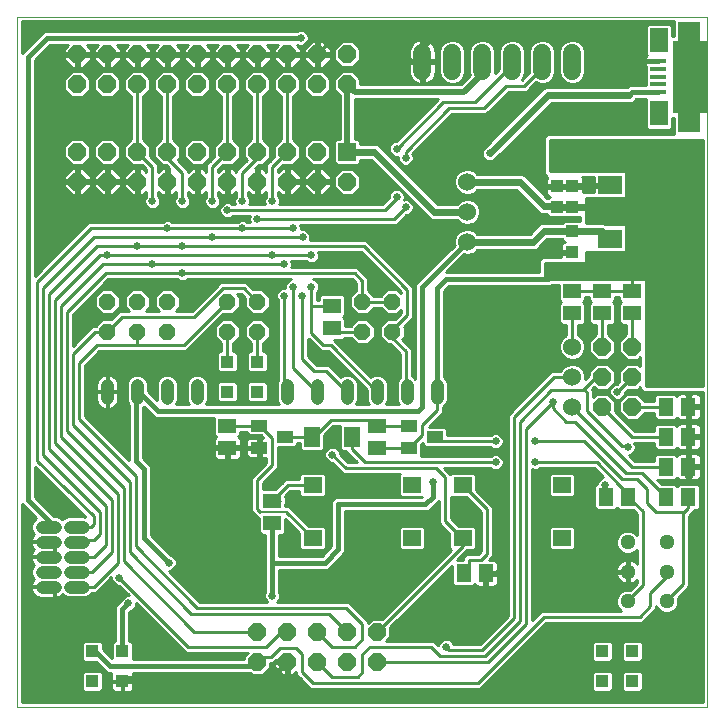
<source format=gtl>
G75*
%MOIN*%
%OFA0B0*%
%FSLAX25Y25*%
%IPPOS*%
%LPD*%
%AMOC8*
5,1,8,0,0,1.08239X$1,22.5*
%
%ADD10C,0.00000*%
%ADD11OC8,0.06000*%
%ADD12OC8,0.05937*%
%ADD13C,0.06000*%
%ADD14OC8,0.05600*%
%ADD15R,0.05118X0.05906*%
%ADD16R,0.05906X0.05118*%
%ADD17R,0.06299X0.05512*%
%ADD18R,0.05512X0.03937*%
%ADD19R,0.05512X0.07087*%
%ADD20C,0.06000*%
%ADD21C,0.04362*%
%ADD22R,0.06000X0.06000*%
%ADD23R,0.07900X0.05900*%
%ADD24R,0.07900X0.15000*%
%ADD25R,0.04252X0.04134*%
%ADD26C,0.05100*%
%ADD27R,0.04362X0.04362*%
%ADD28R,0.07480X0.07087*%
%ADD29R,0.06299X0.08268*%
%ADD30R,0.05315X0.01575*%
%ADD31R,0.11220X0.24409*%
%ADD32C,0.01600*%
%ADD33C,0.01000*%
%ADD34C,0.03200*%
%ADD35C,0.02400*%
%ADD36C,0.02578*%
%ADD37C,0.02000*%
%ADD38C,0.00800*%
D10*
X0001500Y0010087D02*
X0001500Y0240087D01*
X0231500Y0240087D01*
X0231500Y0010087D01*
X0001500Y0010087D01*
D11*
X0021500Y0185087D03*
X0021500Y0195087D03*
X0031500Y0195087D03*
X0041500Y0195087D03*
X0041500Y0185087D03*
X0031500Y0185087D03*
X0051500Y0185087D03*
X0051500Y0195087D03*
X0061500Y0195087D03*
X0071500Y0195087D03*
X0081500Y0195087D03*
X0081500Y0185087D03*
X0071500Y0185087D03*
X0061500Y0185087D03*
X0091500Y0185087D03*
X0091500Y0195087D03*
X0101500Y0195087D03*
X0101500Y0185087D03*
X0111500Y0185087D03*
X0111500Y0217587D03*
X0111500Y0227587D03*
X0101500Y0227587D03*
X0091500Y0227587D03*
X0091500Y0217587D03*
X0101500Y0217587D03*
X0081500Y0217587D03*
X0081500Y0227587D03*
X0071500Y0227587D03*
X0061500Y0227587D03*
X0051500Y0227587D03*
X0051500Y0217587D03*
X0061500Y0217587D03*
X0071500Y0217587D03*
X0041500Y0217587D03*
X0041500Y0227587D03*
X0031500Y0227587D03*
X0021500Y0227587D03*
X0021500Y0217587D03*
X0031500Y0217587D03*
X0196500Y0130087D03*
X0206500Y0130087D03*
X0206500Y0120087D03*
X0196500Y0120087D03*
X0196500Y0110087D03*
X0206500Y0110087D03*
D12*
X0121500Y0035087D03*
X0121500Y0025087D03*
X0111500Y0025087D03*
X0111500Y0035087D03*
X0101500Y0035087D03*
X0091500Y0035087D03*
X0091500Y0025087D03*
X0101500Y0025087D03*
X0081500Y0025087D03*
X0081500Y0035087D03*
D13*
X0186500Y0110087D03*
X0186500Y0120087D03*
X0186500Y0130087D03*
X0151500Y0165087D03*
X0151500Y0175087D03*
X0151500Y0185087D03*
D14*
X0126500Y0145087D03*
X0116500Y0145087D03*
X0116500Y0135087D03*
X0126500Y0135087D03*
X0081500Y0135087D03*
X0081500Y0145087D03*
X0071500Y0145087D03*
X0071500Y0135087D03*
X0051500Y0135087D03*
X0051500Y0145087D03*
X0041500Y0145087D03*
X0031500Y0145087D03*
X0031500Y0135087D03*
X0041500Y0135087D03*
D15*
X0150260Y0054587D03*
X0157740Y0054587D03*
X0197760Y0080087D03*
X0205240Y0080087D03*
X0217760Y0080087D03*
X0225240Y0080087D03*
X0225240Y0090087D03*
X0217760Y0090087D03*
X0217760Y0100087D03*
X0225240Y0100087D03*
X0225240Y0110087D03*
X0217760Y0110087D03*
D16*
X0206500Y0141346D03*
X0206500Y0148827D03*
X0196500Y0148827D03*
X0196500Y0141346D03*
X0186500Y0141346D03*
X0186500Y0148827D03*
X0121500Y0103827D03*
X0121500Y0096346D03*
X0086500Y0078827D03*
X0086500Y0071346D03*
X0071500Y0096346D03*
X0071500Y0103827D03*
X0106500Y0136346D03*
X0106500Y0143827D03*
D17*
X0099965Y0083945D03*
X0099965Y0066228D03*
X0133035Y0066228D03*
X0149965Y0066228D03*
X0149965Y0083945D03*
X0133035Y0083945D03*
X0183035Y0083945D03*
X0183035Y0066228D03*
D18*
X0140831Y0100087D03*
X0132169Y0103827D03*
X0132169Y0096346D03*
X0090831Y0100087D03*
X0082169Y0103827D03*
X0082169Y0096346D03*
D19*
X0099807Y0100087D03*
X0113193Y0100087D03*
D20*
X0136500Y0222087D02*
X0136500Y0228087D01*
X0146500Y0228087D02*
X0146500Y0222087D01*
X0156500Y0222087D02*
X0156500Y0228087D01*
X0166500Y0228087D02*
X0166500Y0222087D01*
X0176500Y0222087D02*
X0176500Y0228087D01*
X0186500Y0228087D02*
X0186500Y0222087D01*
D21*
X0141500Y0117268D02*
X0141500Y0112906D01*
X0131500Y0112906D02*
X0131500Y0117268D01*
X0121500Y0117268D02*
X0121500Y0112906D01*
X0111500Y0112906D02*
X0111500Y0117268D01*
X0101500Y0117268D02*
X0101500Y0112906D01*
X0091500Y0112906D02*
X0091500Y0117268D01*
X0061500Y0117268D02*
X0061500Y0112906D01*
X0051500Y0112906D02*
X0051500Y0117268D01*
X0041500Y0117268D02*
X0041500Y0112906D01*
X0031500Y0112906D02*
X0031500Y0117268D01*
X0023362Y0070087D02*
X0019000Y0070087D01*
X0014000Y0070087D02*
X0009638Y0070087D01*
X0009638Y0065087D02*
X0014000Y0065087D01*
X0019000Y0065087D02*
X0023362Y0065087D01*
X0023362Y0060087D02*
X0019000Y0060087D01*
X0014000Y0060087D02*
X0009638Y0060087D01*
X0009638Y0055087D02*
X0014000Y0055087D01*
X0019000Y0055087D02*
X0023362Y0055087D01*
X0023362Y0050087D02*
X0019000Y0050087D01*
X0014000Y0050087D02*
X0009638Y0050087D01*
D22*
X0111500Y0195087D03*
D23*
X0199100Y0183987D03*
X0199100Y0174987D03*
X0199100Y0165987D03*
D24*
X0223900Y0175087D03*
D25*
X0186500Y0176642D03*
X0181500Y0176642D03*
X0181500Y0183531D03*
X0186500Y0183531D03*
X0186500Y0168531D03*
X0186500Y0161642D03*
D26*
X0205004Y0064929D03*
X0205004Y0055087D03*
X0205004Y0045244D03*
X0217996Y0045244D03*
X0217996Y0055087D03*
X0217996Y0064929D03*
D27*
X0206500Y0028587D03*
X0196500Y0028587D03*
X0196500Y0018587D03*
X0206500Y0018587D03*
X0081500Y0115087D03*
X0081500Y0125087D03*
X0071500Y0125087D03*
X0071500Y0115087D03*
X0036500Y0028587D03*
X0026500Y0028587D03*
X0026500Y0018587D03*
X0036500Y0018587D03*
D28*
X0225500Y0205126D03*
X0225500Y0235047D03*
D29*
X0215461Y0232291D03*
X0215461Y0207882D03*
D30*
X0214969Y0214969D03*
X0214969Y0217528D03*
X0214969Y0220087D03*
X0214969Y0222646D03*
X0214969Y0225205D03*
D31*
X0225598Y0220087D03*
D32*
X0214969Y0225205D02*
X0196500Y0225205D01*
X0194500Y0223205D01*
X0194500Y0217087D01*
X0174500Y0217087D01*
X0159500Y0202087D01*
X0155500Y0202087D01*
X0152500Y0199087D01*
X0152500Y0193087D01*
X0154500Y0191087D01*
X0170500Y0191087D01*
X0172000Y0189587D01*
X0178055Y0183531D01*
X0181500Y0183531D01*
X0186500Y0183531D01*
X0186955Y0183987D01*
X0199100Y0183987D01*
X0197500Y0156087D02*
X0196500Y0155087D01*
X0181000Y0155087D01*
X0178500Y0152587D01*
X0144500Y0152587D01*
X0141500Y0149587D01*
X0141500Y0115087D01*
X0136500Y0110087D02*
X0136500Y0150087D01*
X0151500Y0165087D01*
X0136500Y0110087D02*
X0135000Y0108587D01*
X0048500Y0108587D01*
X0042000Y0115087D01*
X0041500Y0115087D01*
X0041000Y0114587D01*
X0041000Y0092087D01*
X0043800Y0089287D01*
X0043800Y0066287D01*
X0052000Y0058087D01*
X0038500Y0044587D02*
X0036500Y0042587D01*
X0036500Y0028587D01*
X0032500Y0023587D02*
X0080000Y0023587D01*
X0081500Y0025087D01*
X0086000Y0019587D02*
X0037500Y0019587D01*
X0036500Y0018587D01*
X0032500Y0023587D02*
X0027500Y0028587D01*
X0026500Y0028587D01*
X0014000Y0070087D02*
X0005000Y0079087D01*
X0005000Y0226587D01*
X0011500Y0233087D01*
X0096000Y0233087D01*
X0136500Y0229587D02*
X0136500Y0225087D01*
X0136500Y0229587D02*
X0141500Y0234587D01*
X0191500Y0234587D01*
X0196500Y0229587D01*
X0196500Y0225205D01*
X0206382Y0214969D02*
X0214969Y0214969D01*
X0206382Y0214969D02*
X0205500Y0214087D01*
X0140000Y0085087D02*
X0140000Y0080087D01*
X0137500Y0077587D01*
X0108500Y0077587D01*
X0108500Y0062587D01*
X0104000Y0058087D01*
X0086500Y0058087D01*
X0086500Y0071346D01*
X0088260Y0071346D01*
X0086500Y0058087D02*
X0086500Y0047087D01*
X0091500Y0025087D02*
X0086000Y0019587D01*
D33*
X0083520Y0021070D02*
X0089197Y0021070D01*
X0089649Y0020618D02*
X0091016Y0020618D01*
X0091016Y0024602D01*
X0091984Y0024602D01*
X0091984Y0020618D01*
X0093351Y0020618D01*
X0094500Y0021767D01*
X0094500Y0020758D01*
X0095672Y0019587D01*
X0099172Y0016087D01*
X0155828Y0016087D01*
X0157000Y0017258D01*
X0157000Y0017258D01*
X0177828Y0038087D01*
X0209828Y0038087D01*
X0211000Y0039258D01*
X0214500Y0042758D01*
X0214500Y0043624D01*
X0214732Y0043063D01*
X0215815Y0041980D01*
X0217230Y0041394D01*
X0218762Y0041394D01*
X0220177Y0041980D01*
X0221260Y0043063D01*
X0221846Y0044478D01*
X0221846Y0046010D01*
X0221672Y0046430D01*
X0225500Y0050258D01*
X0225500Y0073758D01*
X0227240Y0075498D01*
X0227240Y0075834D01*
X0228338Y0075834D01*
X0229099Y0076595D01*
X0229099Y0083578D01*
X0228338Y0084339D01*
X0222143Y0084339D01*
X0221500Y0083697D01*
X0220857Y0084339D01*
X0216336Y0084339D01*
X0214841Y0085834D01*
X0220857Y0085834D01*
X0221391Y0086368D01*
X0221481Y0086213D01*
X0221760Y0085934D01*
X0222102Y0085736D01*
X0222484Y0085634D01*
X0224740Y0085634D01*
X0224740Y0089587D01*
X0225740Y0089587D01*
X0225740Y0090587D01*
X0224740Y0090587D01*
X0224740Y0094539D01*
X0222484Y0094539D01*
X0222102Y0094437D01*
X0221760Y0094240D01*
X0221481Y0093960D01*
X0221391Y0093805D01*
X0220857Y0094339D01*
X0214662Y0094339D01*
X0213901Y0093578D01*
X0213901Y0092087D01*
X0207328Y0092087D01*
X0205417Y0093998D01*
X0205515Y0093998D01*
X0206467Y0094392D01*
X0207195Y0095120D01*
X0207589Y0096072D01*
X0207589Y0097102D01*
X0207195Y0098053D01*
X0207161Y0098087D01*
X0213901Y0098087D01*
X0213901Y0096595D01*
X0214662Y0095834D01*
X0220857Y0095834D01*
X0221391Y0096368D01*
X0221481Y0096213D01*
X0221760Y0095934D01*
X0222102Y0095736D01*
X0222484Y0095634D01*
X0224740Y0095634D01*
X0224740Y0099587D01*
X0225740Y0099587D01*
X0225740Y0100587D01*
X0224740Y0100587D01*
X0224740Y0104539D01*
X0222484Y0104539D01*
X0222102Y0104437D01*
X0221760Y0104240D01*
X0221481Y0103960D01*
X0221391Y0103805D01*
X0220857Y0104339D01*
X0214662Y0104339D01*
X0213901Y0103578D01*
X0213901Y0102087D01*
X0207328Y0102087D01*
X0200800Y0108615D01*
X0200800Y0111868D01*
X0198281Y0114387D01*
X0194719Y0114387D01*
X0193500Y0113168D01*
X0193500Y0115415D01*
X0193078Y0115837D01*
X0193874Y0116632D01*
X0194719Y0115787D01*
X0198281Y0115787D01*
X0200800Y0118305D01*
X0200800Y0121868D01*
X0198281Y0124387D01*
X0194719Y0124387D01*
X0192200Y0121868D01*
X0192200Y0120615D01*
X0190788Y0119203D01*
X0190800Y0119231D01*
X0190800Y0120942D01*
X0190145Y0122522D01*
X0188936Y0123732D01*
X0187355Y0124387D01*
X0185645Y0124387D01*
X0184064Y0123732D01*
X0182855Y0122522D01*
X0182674Y0122087D01*
X0179672Y0122087D01*
X0178500Y0120915D01*
X0165000Y0107415D01*
X0165000Y0040415D01*
X0155672Y0031087D01*
X0146888Y0031087D01*
X0146695Y0031553D01*
X0145967Y0032281D01*
X0145015Y0032676D01*
X0143985Y0032676D01*
X0143033Y0032281D01*
X0142305Y0031553D01*
X0141911Y0030602D01*
X0141911Y0030504D01*
X0140328Y0032087D01*
X0124537Y0032087D01*
X0125768Y0033319D01*
X0125768Y0036527D01*
X0146401Y0057159D01*
X0146401Y0051095D01*
X0147162Y0050334D01*
X0153357Y0050334D01*
X0153891Y0050868D01*
X0153981Y0050713D01*
X0154260Y0050434D01*
X0154602Y0050236D01*
X0154984Y0050134D01*
X0157240Y0050134D01*
X0157240Y0054087D01*
X0158240Y0054087D01*
X0158240Y0055087D01*
X0161799Y0055087D01*
X0161799Y0057737D01*
X0161697Y0058118D01*
X0161499Y0058460D01*
X0161220Y0058740D01*
X0160878Y0058937D01*
X0160497Y0059039D01*
X0158781Y0059039D01*
X0158828Y0059087D01*
X0158828Y0059087D01*
X0160000Y0060258D01*
X0160000Y0076738D01*
X0158828Y0077909D01*
X0154414Y0082324D01*
X0154414Y0087239D01*
X0153653Y0088001D01*
X0146276Y0088001D01*
X0145845Y0087570D01*
X0143828Y0089587D01*
X0159339Y0089587D01*
X0159533Y0089392D01*
X0160485Y0088998D01*
X0161515Y0088998D01*
X0162467Y0089392D01*
X0163195Y0090120D01*
X0163589Y0091072D01*
X0163589Y0092102D01*
X0163195Y0093053D01*
X0162467Y0093781D01*
X0161515Y0094176D01*
X0160485Y0094176D01*
X0159533Y0093781D01*
X0159339Y0093587D01*
X0135972Y0093587D01*
X0136225Y0093839D01*
X0136225Y0097574D01*
X0136775Y0098124D01*
X0136775Y0097580D01*
X0137536Y0096818D01*
X0141271Y0096818D01*
X0141502Y0096587D01*
X0159339Y0096587D01*
X0159533Y0096392D01*
X0160485Y0095998D01*
X0161515Y0095998D01*
X0162467Y0096392D01*
X0163195Y0097120D01*
X0163589Y0098072D01*
X0163589Y0099102D01*
X0163195Y0100053D01*
X0162467Y0100781D01*
X0161515Y0101176D01*
X0160485Y0101176D01*
X0159533Y0100781D01*
X0159339Y0100587D01*
X0144887Y0100587D01*
X0144887Y0102594D01*
X0144125Y0103355D01*
X0138597Y0103355D01*
X0142328Y0107087D01*
X0143500Y0108258D01*
X0143500Y0109982D01*
X0144451Y0110934D01*
X0144981Y0112213D01*
X0144981Y0117960D01*
X0144451Y0119240D01*
X0143800Y0119891D01*
X0143800Y0148634D01*
X0145453Y0150287D01*
X0179453Y0150287D01*
X0179753Y0150587D01*
X0182247Y0150587D01*
X0182247Y0145729D01*
X0182890Y0145087D01*
X0182247Y0144444D01*
X0182247Y0138249D01*
X0183009Y0137487D01*
X0184500Y0137487D01*
X0184500Y0133912D01*
X0184064Y0133732D01*
X0182855Y0132522D01*
X0182200Y0130942D01*
X0182200Y0129231D01*
X0182855Y0127651D01*
X0184064Y0126441D01*
X0185645Y0125787D01*
X0187355Y0125787D01*
X0188936Y0126441D01*
X0190145Y0127651D01*
X0190800Y0129231D01*
X0190800Y0130942D01*
X0190145Y0132522D01*
X0188936Y0133732D01*
X0188500Y0133912D01*
X0188500Y0137487D01*
X0189991Y0137487D01*
X0190753Y0138249D01*
X0190753Y0144444D01*
X0190110Y0145087D01*
X0190753Y0145729D01*
X0190753Y0146827D01*
X0192247Y0146827D01*
X0192247Y0145729D01*
X0192890Y0145087D01*
X0192247Y0144444D01*
X0192247Y0138249D01*
X0193009Y0137487D01*
X0194500Y0137487D01*
X0194500Y0134168D01*
X0192200Y0131868D01*
X0192200Y0128305D01*
X0194719Y0125787D01*
X0198281Y0125787D01*
X0200800Y0128305D01*
X0200800Y0131868D01*
X0198500Y0134168D01*
X0198500Y0137487D01*
X0199991Y0137487D01*
X0200753Y0138249D01*
X0200753Y0144444D01*
X0200110Y0145087D01*
X0200753Y0145729D01*
X0200753Y0146827D01*
X0202247Y0146827D01*
X0202247Y0145729D01*
X0202890Y0145087D01*
X0202247Y0144444D01*
X0202247Y0138249D01*
X0203009Y0137487D01*
X0204500Y0137487D01*
X0204500Y0134168D01*
X0202200Y0131868D01*
X0202200Y0128305D01*
X0204719Y0125787D01*
X0208281Y0125787D01*
X0209000Y0126506D01*
X0209000Y0123668D01*
X0208281Y0124387D01*
X0204719Y0124387D01*
X0202200Y0121868D01*
X0202200Y0118615D01*
X0201261Y0117676D01*
X0200985Y0117676D01*
X0200033Y0117281D01*
X0199305Y0116553D01*
X0198911Y0115602D01*
X0198911Y0114572D01*
X0199305Y0113620D01*
X0200033Y0112892D01*
X0200985Y0112498D01*
X0202015Y0112498D01*
X0202967Y0112892D01*
X0203695Y0113620D01*
X0204089Y0114572D01*
X0204089Y0114847D01*
X0205028Y0115787D01*
X0208281Y0115787D01*
X0209000Y0116506D01*
X0209000Y0116258D01*
X0210172Y0115087D01*
X0230000Y0115087D01*
X0230000Y0011587D01*
X0003000Y0011587D01*
X0003000Y0077834D01*
X0004047Y0076787D01*
X0007758Y0073076D01*
X0007666Y0073038D01*
X0006687Y0072058D01*
X0006157Y0070779D01*
X0006157Y0069394D01*
X0006687Y0068115D01*
X0007073Y0067728D01*
X0006778Y0067433D01*
X0006376Y0066830D01*
X0006098Y0066160D01*
X0005957Y0065449D01*
X0005957Y0065177D01*
X0013909Y0065177D01*
X0013909Y0064996D01*
X0005957Y0064996D01*
X0005957Y0064724D01*
X0006098Y0064013D01*
X0006376Y0063343D01*
X0006778Y0062740D01*
X0006932Y0062587D01*
X0006778Y0062433D01*
X0006376Y0061830D01*
X0006098Y0061160D01*
X0005957Y0060449D01*
X0005957Y0060177D01*
X0013909Y0060177D01*
X0013909Y0059996D01*
X0005957Y0059996D01*
X0005957Y0059724D01*
X0006098Y0059013D01*
X0006376Y0058343D01*
X0006778Y0057740D01*
X0007073Y0057445D01*
X0006687Y0057058D01*
X0006157Y0055779D01*
X0006157Y0054394D01*
X0006687Y0053115D01*
X0007073Y0052728D01*
X0006778Y0052433D01*
X0006376Y0051830D01*
X0006098Y0051160D01*
X0005957Y0050449D01*
X0005957Y0050177D01*
X0013909Y0050177D01*
X0013909Y0049996D01*
X0005957Y0049996D01*
X0005957Y0049724D01*
X0006098Y0049013D01*
X0006376Y0048343D01*
X0006778Y0047740D01*
X0007291Y0047227D01*
X0007894Y0046824D01*
X0008564Y0046547D01*
X0009275Y0046406D01*
X0013909Y0046406D01*
X0013909Y0049996D01*
X0014091Y0049996D01*
X0014091Y0046406D01*
X0014363Y0046406D01*
X0015074Y0046547D01*
X0015744Y0046824D01*
X0016347Y0047227D01*
X0016641Y0047522D01*
X0017028Y0047135D01*
X0018308Y0046606D01*
X0024055Y0046606D01*
X0025334Y0047135D01*
X0026285Y0048087D01*
X0027828Y0048087D01*
X0032911Y0053169D01*
X0032911Y0052572D01*
X0033305Y0051620D01*
X0034033Y0050892D01*
X0034985Y0050498D01*
X0035261Y0050498D01*
X0038583Y0047176D01*
X0037985Y0047176D01*
X0037033Y0046781D01*
X0036305Y0046053D01*
X0036016Y0045355D01*
X0034200Y0043539D01*
X0034200Y0032068D01*
X0033780Y0032068D01*
X0033019Y0031306D01*
X0033019Y0026320D01*
X0029981Y0029358D01*
X0029981Y0031306D01*
X0029220Y0032068D01*
X0023780Y0032068D01*
X0023019Y0031306D01*
X0023019Y0025867D01*
X0023780Y0025106D01*
X0027728Y0025106D01*
X0030200Y0022634D01*
X0031547Y0021287D01*
X0032905Y0021287D01*
X0032819Y0020965D01*
X0032819Y0018677D01*
X0036409Y0018677D01*
X0036409Y0018496D01*
X0032819Y0018496D01*
X0032819Y0016208D01*
X0032921Y0015827D01*
X0033119Y0015484D01*
X0033398Y0015205D01*
X0033740Y0015008D01*
X0034121Y0014906D01*
X0036409Y0014906D01*
X0036409Y0018496D01*
X0036591Y0018496D01*
X0036591Y0018677D01*
X0040181Y0018677D01*
X0040181Y0020965D01*
X0040095Y0021287D01*
X0079263Y0021287D01*
X0079732Y0020818D01*
X0083268Y0020818D01*
X0085768Y0023319D01*
X0085768Y0024587D01*
X0086828Y0024587D01*
X0087813Y0025571D01*
X0091016Y0025571D01*
X0091016Y0024602D01*
X0087031Y0024602D01*
X0087031Y0023236D01*
X0089649Y0020618D01*
X0091016Y0021070D02*
X0091984Y0021070D01*
X0091984Y0022069D02*
X0091016Y0022069D01*
X0091016Y0023067D02*
X0091984Y0023067D01*
X0091984Y0024066D02*
X0091016Y0024066D01*
X0091016Y0025064D02*
X0087306Y0025064D01*
X0087031Y0024066D02*
X0085768Y0024066D01*
X0085517Y0023067D02*
X0087200Y0023067D01*
X0088198Y0022069D02*
X0084519Y0022069D01*
X0081500Y0025087D02*
X0083000Y0026587D01*
X0086000Y0026587D01*
X0089000Y0029587D01*
X0094500Y0029587D01*
X0096500Y0027587D01*
X0096500Y0021587D01*
X0100000Y0018087D01*
X0155000Y0018087D01*
X0177000Y0040087D01*
X0209000Y0040087D01*
X0212500Y0043587D01*
X0212500Y0048087D01*
X0217996Y0053583D01*
X0217996Y0055087D01*
X0223500Y0051087D02*
X0217996Y0045583D01*
X0217996Y0045244D01*
X0215756Y0042039D02*
X0213781Y0042039D01*
X0214500Y0043037D02*
X0214758Y0043037D01*
X0212782Y0041040D02*
X0230000Y0041040D01*
X0230000Y0040042D02*
X0211784Y0040042D01*
X0210785Y0039043D02*
X0230000Y0039043D01*
X0230000Y0038045D02*
X0177787Y0038045D01*
X0176788Y0037046D02*
X0230000Y0037046D01*
X0230000Y0036048D02*
X0175790Y0036048D01*
X0174791Y0035049D02*
X0230000Y0035049D01*
X0230000Y0034051D02*
X0173793Y0034051D01*
X0172794Y0033052D02*
X0230000Y0033052D01*
X0230000Y0032054D02*
X0209233Y0032054D01*
X0209220Y0032068D02*
X0203780Y0032068D01*
X0203019Y0031306D01*
X0203019Y0025867D01*
X0203780Y0025106D01*
X0209220Y0025106D01*
X0209981Y0025867D01*
X0209981Y0031306D01*
X0209220Y0032068D01*
X0209981Y0031055D02*
X0230000Y0031055D01*
X0230000Y0030057D02*
X0209981Y0030057D01*
X0209981Y0029058D02*
X0230000Y0029058D01*
X0230000Y0028060D02*
X0209981Y0028060D01*
X0209981Y0027061D02*
X0230000Y0027061D01*
X0230000Y0026063D02*
X0209981Y0026063D01*
X0209220Y0022068D02*
X0203780Y0022068D01*
X0203019Y0021306D01*
X0203019Y0015867D01*
X0203780Y0015106D01*
X0209220Y0015106D01*
X0209981Y0015867D01*
X0209981Y0021306D01*
X0209220Y0022068D01*
X0209981Y0021070D02*
X0230000Y0021070D01*
X0230000Y0020072D02*
X0209981Y0020072D01*
X0209981Y0019073D02*
X0230000Y0019073D01*
X0230000Y0018075D02*
X0209981Y0018075D01*
X0209981Y0017076D02*
X0230000Y0017076D01*
X0230000Y0016078D02*
X0209981Y0016078D01*
X0203019Y0016078D02*
X0199981Y0016078D01*
X0199981Y0015867D02*
X0199220Y0015106D01*
X0193780Y0015106D01*
X0193019Y0015867D01*
X0193019Y0021306D01*
X0193780Y0022068D01*
X0199220Y0022068D01*
X0199981Y0021306D01*
X0199981Y0015867D01*
X0199981Y0017076D02*
X0203019Y0017076D01*
X0203019Y0018075D02*
X0199981Y0018075D01*
X0199981Y0019073D02*
X0203019Y0019073D01*
X0203019Y0020072D02*
X0199981Y0020072D01*
X0199981Y0021070D02*
X0203019Y0021070D01*
X0203019Y0026063D02*
X0199981Y0026063D01*
X0199981Y0025867D02*
X0199220Y0025106D01*
X0193780Y0025106D01*
X0193019Y0025867D01*
X0193019Y0031306D01*
X0193780Y0032068D01*
X0199220Y0032068D01*
X0199981Y0031306D01*
X0199981Y0025867D01*
X0199981Y0027061D02*
X0203019Y0027061D01*
X0203019Y0028060D02*
X0199981Y0028060D01*
X0199981Y0029058D02*
X0203019Y0029058D01*
X0203019Y0030057D02*
X0199981Y0030057D01*
X0199981Y0031055D02*
X0203019Y0031055D01*
X0203767Y0032054D02*
X0199233Y0032054D01*
X0193767Y0032054D02*
X0171796Y0032054D01*
X0170797Y0031055D02*
X0193019Y0031055D01*
X0193019Y0030057D02*
X0169799Y0030057D01*
X0168800Y0029058D02*
X0193019Y0029058D01*
X0193019Y0028060D02*
X0167802Y0028060D01*
X0166803Y0027061D02*
X0193019Y0027061D01*
X0193019Y0026063D02*
X0165805Y0026063D01*
X0164806Y0025064D02*
X0230000Y0025064D01*
X0230000Y0024066D02*
X0163808Y0024066D01*
X0162809Y0023067D02*
X0230000Y0023067D01*
X0230000Y0022069D02*
X0161811Y0022069D01*
X0160812Y0021070D02*
X0193019Y0021070D01*
X0193019Y0020072D02*
X0159814Y0020072D01*
X0158815Y0019073D02*
X0193019Y0019073D01*
X0193019Y0018075D02*
X0157816Y0018075D01*
X0156818Y0017076D02*
X0193019Y0017076D01*
X0193019Y0016078D02*
X0040146Y0016078D01*
X0040181Y0016208D02*
X0040181Y0018496D01*
X0036591Y0018496D01*
X0036591Y0014906D01*
X0038879Y0014906D01*
X0039260Y0015008D01*
X0039602Y0015205D01*
X0039881Y0015484D01*
X0040079Y0015827D01*
X0040181Y0016208D01*
X0040181Y0017076D02*
X0098182Y0017076D01*
X0097183Y0018075D02*
X0040181Y0018075D01*
X0040181Y0019073D02*
X0096185Y0019073D01*
X0095186Y0020072D02*
X0040181Y0020072D01*
X0040153Y0021070D02*
X0079480Y0021070D01*
X0077231Y0025887D02*
X0039981Y0025887D01*
X0039981Y0031306D01*
X0039220Y0032068D01*
X0038800Y0032068D01*
X0038800Y0041634D01*
X0039269Y0042103D01*
X0039967Y0042392D01*
X0040695Y0043120D01*
X0041089Y0044072D01*
X0041089Y0044669D01*
X0056500Y0029258D01*
X0057672Y0028087D01*
X0078463Y0028087D01*
X0077231Y0026855D01*
X0077231Y0025887D01*
X0077231Y0026063D02*
X0039981Y0026063D01*
X0039981Y0027061D02*
X0077438Y0027061D01*
X0078437Y0028060D02*
X0039981Y0028060D01*
X0039981Y0029058D02*
X0056700Y0029058D01*
X0055701Y0030057D02*
X0039981Y0030057D01*
X0039981Y0031055D02*
X0054703Y0031055D01*
X0053704Y0032054D02*
X0039233Y0032054D01*
X0038800Y0033052D02*
X0052706Y0033052D01*
X0051707Y0034051D02*
X0038800Y0034051D01*
X0038800Y0035049D02*
X0050709Y0035049D01*
X0049710Y0036048D02*
X0038800Y0036048D01*
X0038800Y0037046D02*
X0048712Y0037046D01*
X0047713Y0038045D02*
X0038800Y0038045D01*
X0038800Y0039043D02*
X0046715Y0039043D01*
X0045716Y0040042D02*
X0038800Y0040042D01*
X0038800Y0041040D02*
X0044718Y0041040D01*
X0043719Y0042039D02*
X0039205Y0042039D01*
X0040612Y0043037D02*
X0042721Y0043037D01*
X0041722Y0044036D02*
X0041074Y0044036D01*
X0037637Y0047032D02*
X0025083Y0047032D01*
X0026229Y0048030D02*
X0037728Y0048030D01*
X0036730Y0049029D02*
X0028770Y0049029D01*
X0029769Y0050027D02*
X0035731Y0050027D01*
X0033900Y0051026D02*
X0030767Y0051026D01*
X0031766Y0052024D02*
X0033138Y0052024D01*
X0032911Y0053023D02*
X0032764Y0053023D01*
X0035500Y0053087D02*
X0058500Y0030087D01*
X0084500Y0030087D01*
X0089500Y0035087D01*
X0091500Y0035087D01*
X0101500Y0035087D02*
X0106500Y0030087D01*
X0114000Y0030087D01*
X0116500Y0032587D01*
X0116500Y0037587D01*
X0111000Y0043087D01*
X0061500Y0043087D01*
X0041000Y0063587D01*
X0041000Y0087087D01*
X0022000Y0106087D01*
X0022000Y0124587D01*
X0028000Y0130587D01*
X0041500Y0130587D01*
X0057000Y0130587D01*
X0071500Y0145087D01*
X0074102Y0141890D02*
X0078898Y0141890D01*
X0079802Y0140987D02*
X0077400Y0143388D01*
X0077400Y0146358D01*
X0076172Y0147587D01*
X0074798Y0147587D01*
X0075600Y0146785D01*
X0075600Y0143388D01*
X0073198Y0140987D01*
X0070228Y0140987D01*
X0057828Y0128587D01*
X0028828Y0128587D01*
X0024000Y0123758D01*
X0024000Y0106915D01*
X0038700Y0092215D01*
X0038700Y0110783D01*
X0038549Y0110934D01*
X0038019Y0112213D01*
X0038019Y0117960D01*
X0038549Y0119240D01*
X0039528Y0120219D01*
X0040808Y0120749D01*
X0042192Y0120749D01*
X0043472Y0120219D01*
X0044451Y0119240D01*
X0044981Y0117960D01*
X0044981Y0115358D01*
X0048019Y0112320D01*
X0048019Y0117960D01*
X0048549Y0119240D01*
X0049528Y0120219D01*
X0050808Y0120749D01*
X0052192Y0120749D01*
X0053472Y0120219D01*
X0054451Y0119240D01*
X0054981Y0117960D01*
X0054981Y0112213D01*
X0054451Y0110934D01*
X0054404Y0110887D01*
X0058596Y0110887D01*
X0058549Y0110934D01*
X0058019Y0112213D01*
X0058019Y0117960D01*
X0058549Y0119240D01*
X0059528Y0120219D01*
X0060808Y0120749D01*
X0062192Y0120749D01*
X0063472Y0120219D01*
X0064451Y0119240D01*
X0064981Y0117960D01*
X0064981Y0112213D01*
X0064451Y0110934D01*
X0064404Y0110887D01*
X0088596Y0110887D01*
X0088549Y0110934D01*
X0088019Y0112213D01*
X0088019Y0117960D01*
X0088500Y0119122D01*
X0088500Y0145425D01*
X0088305Y0145620D01*
X0087911Y0146572D01*
X0087911Y0147602D01*
X0088305Y0148553D01*
X0089033Y0149281D01*
X0089985Y0149676D01*
X0090911Y0149676D01*
X0090911Y0150602D01*
X0091305Y0151553D01*
X0092033Y0152281D01*
X0092770Y0152587D01*
X0058161Y0152587D01*
X0057967Y0152392D01*
X0057015Y0151998D01*
X0055985Y0151998D01*
X0055033Y0152392D01*
X0054839Y0152587D01*
X0031828Y0152587D01*
X0020000Y0140758D01*
X0020000Y0130415D01*
X0025500Y0135915D01*
X0026672Y0137087D01*
X0027702Y0137087D01*
X0029802Y0139187D01*
X0032772Y0139187D01*
X0034500Y0140915D01*
X0035672Y0142087D01*
X0038702Y0142087D01*
X0037400Y0143388D01*
X0037400Y0146785D01*
X0039802Y0149187D01*
X0043198Y0149187D01*
X0045600Y0146785D01*
X0045600Y0143388D01*
X0044298Y0142087D01*
X0048702Y0142087D01*
X0047400Y0143388D01*
X0047400Y0146785D01*
X0049802Y0149187D01*
X0053198Y0149187D01*
X0055600Y0146785D01*
X0055600Y0143388D01*
X0054298Y0142087D01*
X0059672Y0142087D01*
X0068000Y0150415D01*
X0069172Y0151587D01*
X0077828Y0151587D01*
X0079000Y0150415D01*
X0080228Y0149187D01*
X0083198Y0149187D01*
X0085600Y0146785D01*
X0085600Y0143388D01*
X0083198Y0140987D01*
X0079802Y0140987D01*
X0079802Y0139187D02*
X0077400Y0136785D01*
X0077400Y0133388D01*
X0079500Y0131288D01*
X0079500Y0128568D01*
X0078780Y0128568D01*
X0078019Y0127806D01*
X0078019Y0122367D01*
X0078780Y0121606D01*
X0084220Y0121606D01*
X0084981Y0122367D01*
X0084981Y0127806D01*
X0084220Y0128568D01*
X0083500Y0128568D01*
X0083500Y0131288D01*
X0085600Y0133388D01*
X0085600Y0136785D01*
X0083198Y0139187D01*
X0079802Y0139187D01*
X0079510Y0138895D02*
X0073490Y0138895D01*
X0073198Y0139187D02*
X0069802Y0139187D01*
X0067400Y0136785D01*
X0067400Y0133388D01*
X0069500Y0131288D01*
X0069500Y0128568D01*
X0068780Y0128568D01*
X0068019Y0127806D01*
X0068019Y0122367D01*
X0068780Y0121606D01*
X0074220Y0121606D01*
X0074981Y0122367D01*
X0074981Y0127806D01*
X0074220Y0128568D01*
X0073500Y0128568D01*
X0073500Y0131288D01*
X0075600Y0133388D01*
X0075600Y0136785D01*
X0073198Y0139187D01*
X0074489Y0137896D02*
X0078511Y0137896D01*
X0077513Y0136898D02*
X0075487Y0136898D01*
X0075600Y0135899D02*
X0077400Y0135899D01*
X0077400Y0134901D02*
X0075600Y0134901D01*
X0075600Y0133902D02*
X0077400Y0133902D01*
X0077885Y0132904D02*
X0075115Y0132904D01*
X0074117Y0131905D02*
X0078883Y0131905D01*
X0079500Y0130906D02*
X0073500Y0130906D01*
X0073500Y0129908D02*
X0079500Y0129908D01*
X0079500Y0128909D02*
X0073500Y0128909D01*
X0074876Y0127911D02*
X0078124Y0127911D01*
X0078019Y0126912D02*
X0074981Y0126912D01*
X0074981Y0125914D02*
X0078019Y0125914D01*
X0078019Y0124915D02*
X0074981Y0124915D01*
X0074981Y0123917D02*
X0078019Y0123917D01*
X0078019Y0122918D02*
X0074981Y0122918D01*
X0074534Y0121920D02*
X0078466Y0121920D01*
X0078780Y0118568D02*
X0078019Y0117806D01*
X0078019Y0112367D01*
X0078780Y0111606D01*
X0084220Y0111606D01*
X0084981Y0112367D01*
X0084981Y0117806D01*
X0084220Y0118568D01*
X0078780Y0118568D01*
X0078139Y0117926D02*
X0074861Y0117926D01*
X0074981Y0117806D02*
X0074220Y0118568D01*
X0068780Y0118568D01*
X0068019Y0117806D01*
X0068019Y0112367D01*
X0068780Y0111606D01*
X0074220Y0111606D01*
X0074981Y0112367D01*
X0074981Y0117806D01*
X0074981Y0116927D02*
X0078019Y0116927D01*
X0078019Y0115929D02*
X0074981Y0115929D01*
X0074981Y0114930D02*
X0078019Y0114930D01*
X0078019Y0113932D02*
X0074981Y0113932D01*
X0074981Y0112933D02*
X0078019Y0112933D01*
X0078451Y0111935D02*
X0074549Y0111935D01*
X0068451Y0111935D02*
X0064866Y0111935D01*
X0064981Y0112933D02*
X0068019Y0112933D01*
X0068019Y0113932D02*
X0064981Y0113932D01*
X0064981Y0114930D02*
X0068019Y0114930D01*
X0068019Y0115929D02*
X0064981Y0115929D01*
X0064981Y0116927D02*
X0068019Y0116927D01*
X0068139Y0117926D02*
X0064981Y0117926D01*
X0064582Y0118924D02*
X0088418Y0118924D01*
X0088500Y0119923D02*
X0063768Y0119923D01*
X0059232Y0119923D02*
X0053768Y0119923D01*
X0054582Y0118924D02*
X0058418Y0118924D01*
X0058019Y0117926D02*
X0054981Y0117926D01*
X0054981Y0116927D02*
X0058019Y0116927D01*
X0058019Y0115929D02*
X0054981Y0115929D01*
X0054981Y0114930D02*
X0058019Y0114930D01*
X0058019Y0113932D02*
X0054981Y0113932D01*
X0054981Y0112933D02*
X0058019Y0112933D01*
X0058134Y0111935D02*
X0054866Y0111935D01*
X0054452Y0110936D02*
X0058548Y0110936D01*
X0064452Y0110936D02*
X0088548Y0110936D01*
X0088134Y0111935D02*
X0084549Y0111935D01*
X0084981Y0112933D02*
X0088019Y0112933D01*
X0088019Y0113932D02*
X0084981Y0113932D01*
X0084981Y0114930D02*
X0088019Y0114930D01*
X0088019Y0115929D02*
X0084981Y0115929D01*
X0084981Y0116927D02*
X0088019Y0116927D01*
X0088019Y0117926D02*
X0084861Y0117926D01*
X0084534Y0121920D02*
X0088500Y0121920D01*
X0088500Y0122918D02*
X0084981Y0122918D01*
X0084981Y0123917D02*
X0088500Y0123917D01*
X0088500Y0124915D02*
X0084981Y0124915D01*
X0084981Y0125914D02*
X0088500Y0125914D01*
X0088500Y0126912D02*
X0084981Y0126912D01*
X0084876Y0127911D02*
X0088500Y0127911D01*
X0088500Y0128909D02*
X0083500Y0128909D01*
X0083500Y0129908D02*
X0088500Y0129908D01*
X0088500Y0130906D02*
X0083500Y0130906D01*
X0084117Y0131905D02*
X0088500Y0131905D01*
X0088500Y0132904D02*
X0085115Y0132904D01*
X0085600Y0133902D02*
X0088500Y0133902D01*
X0088500Y0134901D02*
X0085600Y0134901D01*
X0085600Y0135899D02*
X0088500Y0135899D01*
X0088500Y0136898D02*
X0085487Y0136898D01*
X0084489Y0137896D02*
X0088500Y0137896D01*
X0088500Y0138895D02*
X0083490Y0138895D01*
X0084102Y0141890D02*
X0088500Y0141890D01*
X0088500Y0140892D02*
X0070133Y0140892D01*
X0069135Y0139893D02*
X0088500Y0139893D01*
X0088500Y0142889D02*
X0085100Y0142889D01*
X0085600Y0143887D02*
X0088500Y0143887D01*
X0088500Y0144886D02*
X0085600Y0144886D01*
X0085600Y0145884D02*
X0088196Y0145884D01*
X0087911Y0146883D02*
X0085502Y0146883D01*
X0084504Y0147881D02*
X0088027Y0147881D01*
X0088632Y0148880D02*
X0083505Y0148880D01*
X0079537Y0149878D02*
X0090911Y0149878D01*
X0091025Y0150877D02*
X0078538Y0150877D01*
X0077000Y0149587D02*
X0070000Y0149587D01*
X0060500Y0140087D01*
X0036500Y0140087D01*
X0031500Y0135087D01*
X0027500Y0135087D01*
X0020000Y0127587D01*
X0020000Y0104087D01*
X0039000Y0085087D01*
X0039000Y0061587D01*
X0059500Y0041087D01*
X0105500Y0041087D01*
X0111500Y0035087D01*
X0115875Y0041040D02*
X0124625Y0041040D01*
X0123627Y0040042D02*
X0116873Y0040042D01*
X0117328Y0039587D02*
X0113000Y0043915D01*
X0113000Y0043915D01*
X0111828Y0045087D01*
X0088161Y0045087D01*
X0088695Y0045620D01*
X0089089Y0046572D01*
X0089089Y0047602D01*
X0088800Y0048299D01*
X0088800Y0055787D01*
X0104953Y0055787D01*
X0110800Y0061634D01*
X0110800Y0075287D01*
X0138453Y0075287D01*
X0140953Y0077787D01*
X0142000Y0078834D01*
X0142000Y0071258D01*
X0145515Y0067743D01*
X0145515Y0062934D01*
X0146017Y0062432D01*
X0122940Y0039355D01*
X0119732Y0039355D01*
X0118500Y0038123D01*
X0118500Y0038415D01*
X0117328Y0039587D01*
X0117328Y0039587D01*
X0117872Y0039043D02*
X0119420Y0039043D01*
X0121500Y0035087D02*
X0149965Y0063551D01*
X0149965Y0066228D01*
X0149858Y0066228D01*
X0144000Y0072087D01*
X0144000Y0086587D01*
X0141000Y0089587D01*
X0111000Y0089587D01*
X0106500Y0094087D01*
X0108289Y0095959D02*
X0109183Y0095959D01*
X0109137Y0096005D02*
X0109899Y0095243D01*
X0111193Y0095243D01*
X0111193Y0095065D01*
X0114672Y0091587D01*
X0111828Y0091587D01*
X0109089Y0094326D01*
X0109089Y0094602D01*
X0108695Y0095553D01*
X0107967Y0096281D01*
X0107015Y0096676D01*
X0105985Y0096676D01*
X0105033Y0096281D01*
X0104305Y0095553D01*
X0103911Y0094602D01*
X0103911Y0093572D01*
X0104305Y0092620D01*
X0105033Y0091892D01*
X0105985Y0091498D01*
X0106261Y0091498D01*
X0109000Y0088758D01*
X0110172Y0087587D01*
X0128933Y0087587D01*
X0128586Y0087239D01*
X0128586Y0080650D01*
X0129347Y0079889D01*
X0136550Y0079889D01*
X0136547Y0079887D01*
X0107547Y0079887D01*
X0106200Y0078539D01*
X0106200Y0063539D01*
X0103047Y0060387D01*
X0088800Y0060387D01*
X0088800Y0067487D01*
X0089991Y0067487D01*
X0090753Y0068249D01*
X0090753Y0072612D01*
X0095515Y0067850D01*
X0095515Y0062934D01*
X0096276Y0062172D01*
X0103653Y0062172D01*
X0104414Y0062934D01*
X0104414Y0069523D01*
X0103653Y0070284D01*
X0098737Y0070284D01*
X0093106Y0075915D01*
X0091935Y0077087D01*
X0090753Y0077087D01*
X0090753Y0077511D01*
X0091240Y0077998D01*
X0091240Y0079655D01*
X0090753Y0080143D01*
X0090753Y0080251D01*
X0092447Y0081945D01*
X0095515Y0081945D01*
X0095515Y0080650D01*
X0096276Y0079889D01*
X0103653Y0079889D01*
X0104414Y0080650D01*
X0104414Y0087239D01*
X0103653Y0088001D01*
X0096276Y0088001D01*
X0095515Y0087239D01*
X0095515Y0085945D01*
X0090790Y0085945D01*
X0089618Y0084773D01*
X0087531Y0082686D01*
X0083500Y0082686D01*
X0083500Y0084758D01*
X0087328Y0088587D01*
X0088500Y0089758D01*
X0088500Y0096818D01*
X0094125Y0096818D01*
X0094887Y0097580D01*
X0094887Y0098087D01*
X0095751Y0098087D01*
X0095751Y0096005D01*
X0096513Y0095243D01*
X0103101Y0095243D01*
X0103863Y0096005D01*
X0103863Y0100621D01*
X0106828Y0103587D01*
X0109137Y0103587D01*
X0109137Y0096005D01*
X0109137Y0096957D02*
X0103863Y0096957D01*
X0103863Y0097956D02*
X0109137Y0097956D01*
X0109137Y0098954D02*
X0103863Y0098954D01*
X0103863Y0099953D02*
X0109137Y0099953D01*
X0109137Y0100951D02*
X0104193Y0100951D01*
X0105191Y0101950D02*
X0109137Y0101950D01*
X0109137Y0102948D02*
X0106190Y0102948D01*
X0106000Y0105587D02*
X0100500Y0100087D01*
X0099807Y0100087D01*
X0090831Y0100087D01*
X0086500Y0099587D02*
X0082260Y0103827D01*
X0082169Y0103827D01*
X0071500Y0103827D01*
X0067247Y0103947D02*
X0043300Y0103947D01*
X0043300Y0104945D02*
X0067247Y0104945D01*
X0067247Y0105944D02*
X0043300Y0105944D01*
X0043300Y0106942D02*
X0046892Y0106942D01*
X0047547Y0106287D02*
X0049453Y0106287D01*
X0067247Y0106287D01*
X0067247Y0100729D01*
X0067781Y0100195D01*
X0067626Y0100106D01*
X0067347Y0099827D01*
X0067149Y0099484D01*
X0067047Y0099103D01*
X0067047Y0096846D01*
X0071000Y0096846D01*
X0071000Y0095846D01*
X0072000Y0095846D01*
X0072000Y0092287D01*
X0074650Y0092287D01*
X0075032Y0092390D01*
X0075374Y0092587D01*
X0075653Y0092866D01*
X0075851Y0093208D01*
X0075953Y0093590D01*
X0075953Y0095846D01*
X0072000Y0095846D01*
X0072000Y0096846D01*
X0075953Y0096846D01*
X0075953Y0099103D01*
X0075851Y0099484D01*
X0075653Y0099827D01*
X0075374Y0100106D01*
X0075219Y0100195D01*
X0075753Y0100729D01*
X0075753Y0101827D01*
X0078113Y0101827D01*
X0078113Y0101320D01*
X0078875Y0100558D01*
X0082700Y0100558D01*
X0083443Y0099815D01*
X0082654Y0099815D01*
X0082654Y0096831D01*
X0081685Y0096831D01*
X0081685Y0099815D01*
X0079216Y0099815D01*
X0078834Y0099713D01*
X0078492Y0099515D01*
X0078213Y0099236D01*
X0078016Y0098894D01*
X0077913Y0098512D01*
X0077913Y0096831D01*
X0081685Y0096831D01*
X0081685Y0095862D01*
X0082654Y0095862D01*
X0082654Y0092878D01*
X0084500Y0092878D01*
X0084500Y0091415D01*
X0079500Y0086415D01*
X0079500Y0075258D01*
X0080672Y0074087D01*
X0081672Y0073087D01*
X0082247Y0073087D01*
X0082247Y0068249D01*
X0083009Y0067487D01*
X0084200Y0067487D01*
X0084200Y0048299D01*
X0083911Y0047602D01*
X0083911Y0046572D01*
X0084305Y0045620D01*
X0084839Y0045087D01*
X0062328Y0045087D01*
X0051917Y0055498D01*
X0052515Y0055498D01*
X0053467Y0055892D01*
X0054195Y0056620D01*
X0054589Y0057572D01*
X0054589Y0058602D01*
X0054195Y0059553D01*
X0053467Y0060281D01*
X0052769Y0060570D01*
X0046100Y0067239D01*
X0046100Y0090239D01*
X0044753Y0091587D01*
X0043300Y0093039D01*
X0043300Y0109883D01*
X0043472Y0109954D01*
X0043676Y0110158D01*
X0047547Y0106287D01*
X0045893Y0107941D02*
X0043300Y0107941D01*
X0043300Y0108939D02*
X0044895Y0108939D01*
X0043896Y0109938D02*
X0043432Y0109938D01*
X0038700Y0109938D02*
X0033684Y0109938D01*
X0033847Y0110046D02*
X0034359Y0110559D01*
X0034762Y0111162D01*
X0035040Y0111832D01*
X0035181Y0112543D01*
X0035181Y0114996D01*
X0031591Y0114996D01*
X0031591Y0115177D01*
X0035181Y0115177D01*
X0035181Y0117630D01*
X0035040Y0118341D01*
X0034762Y0119011D01*
X0034359Y0119614D01*
X0033847Y0120127D01*
X0033244Y0120530D01*
X0032574Y0120807D01*
X0031863Y0120949D01*
X0031591Y0120949D01*
X0031591Y0115177D01*
X0031409Y0115177D01*
X0031409Y0114996D01*
X0027819Y0114996D01*
X0027819Y0112543D01*
X0027960Y0111832D01*
X0028238Y0111162D01*
X0028641Y0110559D01*
X0029153Y0110046D01*
X0029756Y0109643D01*
X0030426Y0109366D01*
X0031137Y0109224D01*
X0031409Y0109224D01*
X0031409Y0114996D01*
X0031591Y0114996D01*
X0031591Y0109224D01*
X0031863Y0109224D01*
X0032574Y0109366D01*
X0033244Y0109643D01*
X0033847Y0110046D01*
X0034611Y0110936D02*
X0038548Y0110936D01*
X0038134Y0111935D02*
X0035060Y0111935D01*
X0035181Y0112933D02*
X0038019Y0112933D01*
X0038019Y0113932D02*
X0035181Y0113932D01*
X0035181Y0114930D02*
X0038019Y0114930D01*
X0038019Y0115929D02*
X0035181Y0115929D01*
X0035181Y0116927D02*
X0038019Y0116927D01*
X0038019Y0117926D02*
X0035122Y0117926D01*
X0034798Y0118924D02*
X0038418Y0118924D01*
X0039232Y0119923D02*
X0034051Y0119923D01*
X0032000Y0120921D02*
X0088500Y0120921D01*
X0090500Y0116087D02*
X0091500Y0115087D01*
X0090500Y0116087D02*
X0090500Y0147087D01*
X0093500Y0150087D02*
X0093500Y0123087D01*
X0101500Y0115087D01*
X0100500Y0122087D02*
X0096500Y0126087D01*
X0096500Y0147087D01*
X0099500Y0150087D02*
X0099500Y0143587D01*
X0099740Y0143827D01*
X0106500Y0143827D01*
X0105240Y0143827D01*
X0102247Y0146924D02*
X0103009Y0147686D01*
X0109991Y0147686D01*
X0110753Y0146924D01*
X0110753Y0140729D01*
X0110110Y0140087D01*
X0110753Y0139444D01*
X0110753Y0137087D01*
X0112702Y0137087D01*
X0114802Y0139187D01*
X0118198Y0139187D01*
X0120600Y0136785D01*
X0120600Y0133388D01*
X0118198Y0130987D01*
X0114802Y0130987D01*
X0112702Y0133087D01*
X0110590Y0133087D01*
X0109991Y0132487D01*
X0106928Y0132487D01*
X0108000Y0131415D01*
X0119362Y0120053D01*
X0119528Y0120219D01*
X0120808Y0120749D01*
X0122192Y0120749D01*
X0123472Y0120219D01*
X0124451Y0119240D01*
X0124981Y0117960D01*
X0124981Y0112213D01*
X0124451Y0110934D01*
X0124404Y0110887D01*
X0128596Y0110887D01*
X0128549Y0110934D01*
X0128019Y0112213D01*
X0128019Y0117960D01*
X0128549Y0119240D01*
X0129000Y0119691D01*
X0129000Y0127758D01*
X0125772Y0130987D01*
X0124802Y0130987D01*
X0122400Y0133388D01*
X0122400Y0136785D01*
X0124802Y0139187D01*
X0127272Y0139187D01*
X0129500Y0141415D01*
X0129500Y0142288D01*
X0128198Y0140987D01*
X0124802Y0140987D01*
X0122702Y0143087D01*
X0120298Y0143087D01*
X0118198Y0140987D01*
X0114802Y0140987D01*
X0112400Y0143388D01*
X0112400Y0146785D01*
X0114500Y0148885D01*
X0114500Y0151258D01*
X0113172Y0152587D01*
X0100230Y0152587D01*
X0100967Y0152281D01*
X0101695Y0151553D01*
X0102089Y0150602D01*
X0102089Y0149572D01*
X0101695Y0148620D01*
X0101500Y0148425D01*
X0101500Y0145827D01*
X0102247Y0145827D01*
X0102247Y0146924D01*
X0102247Y0146883D02*
X0101500Y0146883D01*
X0101500Y0147881D02*
X0113496Y0147881D01*
X0112498Y0146883D02*
X0110753Y0146883D01*
X0110753Y0145884D02*
X0112400Y0145884D01*
X0112400Y0144886D02*
X0110753Y0144886D01*
X0110753Y0143887D02*
X0112400Y0143887D01*
X0112900Y0142889D02*
X0110753Y0142889D01*
X0110753Y0141890D02*
X0113898Y0141890D01*
X0114510Y0138895D02*
X0110753Y0138895D01*
X0110753Y0137896D02*
X0113511Y0137896D01*
X0110304Y0139893D02*
X0127978Y0139893D01*
X0128977Y0140892D02*
X0110753Y0140892D01*
X0106500Y0136346D02*
X0107760Y0135087D01*
X0116500Y0135087D01*
X0119489Y0137896D02*
X0123511Y0137896D01*
X0122513Y0136898D02*
X0120487Y0136898D01*
X0120600Y0135899D02*
X0122400Y0135899D01*
X0122400Y0134901D02*
X0120600Y0134901D01*
X0120600Y0133902D02*
X0122400Y0133902D01*
X0122885Y0132904D02*
X0120115Y0132904D01*
X0119117Y0131905D02*
X0123883Y0131905D01*
X0125852Y0130906D02*
X0108509Y0130906D01*
X0109507Y0129908D02*
X0126850Y0129908D01*
X0127849Y0128909D02*
X0110506Y0128909D01*
X0111504Y0127911D02*
X0128847Y0127911D01*
X0129000Y0126912D02*
X0112503Y0126912D01*
X0113501Y0125914D02*
X0129000Y0125914D01*
X0129000Y0124915D02*
X0114500Y0124915D01*
X0115498Y0123917D02*
X0129000Y0123917D01*
X0129000Y0122918D02*
X0116497Y0122918D01*
X0117495Y0121920D02*
X0129000Y0121920D01*
X0129000Y0120921D02*
X0118494Y0120921D01*
X0114834Y0118924D02*
X0114582Y0118924D01*
X0114451Y0119240D02*
X0113472Y0120219D01*
X0112192Y0120749D01*
X0110808Y0120749D01*
X0109528Y0120219D01*
X0109362Y0120053D01*
X0106500Y0122915D01*
X0105328Y0124087D01*
X0101328Y0124087D01*
X0098500Y0126915D01*
X0098500Y0132758D01*
X0098672Y0132587D01*
X0102672Y0128587D01*
X0105172Y0128587D01*
X0118019Y0115739D01*
X0118019Y0112213D01*
X0118549Y0110934D01*
X0118596Y0110887D01*
X0114404Y0110887D01*
X0114451Y0110934D01*
X0114981Y0112213D01*
X0114981Y0117960D01*
X0114451Y0119240D01*
X0113835Y0119923D02*
X0113768Y0119923D01*
X0112837Y0120921D02*
X0108494Y0120921D01*
X0107495Y0121920D02*
X0111838Y0121920D01*
X0110840Y0122918D02*
X0106497Y0122918D01*
X0105498Y0123917D02*
X0109841Y0123917D01*
X0108843Y0124915D02*
X0100500Y0124915D01*
X0099501Y0125914D02*
X0107844Y0125914D01*
X0106846Y0126912D02*
X0098503Y0126912D01*
X0098500Y0127911D02*
X0105847Y0127911D01*
X0106000Y0130587D02*
X0103500Y0130587D01*
X0099500Y0134587D01*
X0099500Y0143587D01*
X0101500Y0145884D02*
X0102247Y0145884D01*
X0101802Y0148880D02*
X0114495Y0148880D01*
X0114500Y0149878D02*
X0102089Y0149878D01*
X0101975Y0150877D02*
X0114500Y0150877D01*
X0113883Y0151875D02*
X0101373Y0151875D01*
X0100015Y0157998D02*
X0100967Y0158392D01*
X0101695Y0159120D01*
X0102089Y0160072D01*
X0102089Y0161102D01*
X0101888Y0161587D01*
X0116172Y0161587D01*
X0129500Y0148258D01*
X0129500Y0147885D01*
X0128198Y0149187D01*
X0124802Y0149187D01*
X0122702Y0147087D01*
X0120298Y0147087D01*
X0118500Y0148885D01*
X0118500Y0152915D01*
X0117328Y0154087D01*
X0116000Y0155415D01*
X0114828Y0156587D01*
X0092888Y0156587D01*
X0093089Y0157072D01*
X0093089Y0158102D01*
X0092888Y0158587D01*
X0097839Y0158587D01*
X0098033Y0158392D01*
X0098985Y0157998D01*
X0100015Y0157998D01*
X0101440Y0158865D02*
X0118893Y0158865D01*
X0117895Y0159863D02*
X0102003Y0159863D01*
X0102089Y0160862D02*
X0116896Y0160862D01*
X0117000Y0163587D02*
X0056500Y0163587D01*
X0041500Y0163587D01*
X0028000Y0163587D01*
X0012000Y0147587D01*
X0012000Y0096087D01*
X0031000Y0077087D01*
X0031000Y0064087D01*
X0027000Y0060087D01*
X0019000Y0060087D01*
X0014091Y0060177D02*
X0014091Y0064996D01*
X0013909Y0064996D01*
X0013909Y0063768D01*
X0013909Y0060177D01*
X0014091Y0060177D01*
X0014000Y0060087D02*
X0005500Y0060087D01*
X0005500Y0050087D01*
X0014000Y0050087D01*
X0013909Y0050027D02*
X0003000Y0050027D01*
X0003000Y0049029D02*
X0006095Y0049029D01*
X0006585Y0048030D02*
X0003000Y0048030D01*
X0003000Y0047032D02*
X0007584Y0047032D01*
X0006071Y0051026D02*
X0003000Y0051026D01*
X0003000Y0052024D02*
X0006505Y0052024D01*
X0006779Y0053023D02*
X0003000Y0053023D01*
X0003000Y0054021D02*
X0006311Y0054021D01*
X0006157Y0055020D02*
X0003000Y0055020D01*
X0003000Y0056018D02*
X0006256Y0056018D01*
X0006669Y0057017D02*
X0003000Y0057017D01*
X0003000Y0058015D02*
X0006595Y0058015D01*
X0006098Y0059014D02*
X0003000Y0059014D01*
X0003000Y0060012D02*
X0013909Y0060012D01*
X0013909Y0061011D02*
X0014091Y0061011D01*
X0014091Y0062009D02*
X0013909Y0062009D01*
X0013909Y0063008D02*
X0014091Y0063008D01*
X0014091Y0064006D02*
X0013909Y0064006D01*
X0013909Y0065005D02*
X0003000Y0065005D01*
X0003000Y0066003D02*
X0006067Y0066003D01*
X0005500Y0065087D02*
X0005500Y0060087D01*
X0006068Y0061011D02*
X0003000Y0061011D01*
X0003000Y0062009D02*
X0006495Y0062009D01*
X0006600Y0063008D02*
X0003000Y0063008D01*
X0003000Y0064006D02*
X0006101Y0064006D01*
X0005500Y0065087D02*
X0014000Y0065087D01*
X0019000Y0065087D02*
X0019500Y0065587D01*
X0027000Y0065587D01*
X0029000Y0067587D01*
X0029000Y0075087D01*
X0010000Y0094087D01*
X0010000Y0149587D01*
X0027000Y0166587D01*
X0066500Y0166587D01*
X0096589Y0166587D01*
X0098977Y0165587D02*
X0099178Y0166072D01*
X0099178Y0167102D01*
X0098784Y0168053D01*
X0098056Y0168781D01*
X0097104Y0169176D01*
X0096089Y0169176D01*
X0096089Y0170102D01*
X0095888Y0170587D01*
X0127828Y0170587D01*
X0129000Y0171758D01*
X0131239Y0173998D01*
X0131515Y0173998D01*
X0132467Y0174392D01*
X0133195Y0175120D01*
X0133589Y0176072D01*
X0133589Y0177102D01*
X0133195Y0178053D01*
X0132467Y0178781D01*
X0131515Y0179176D01*
X0130485Y0179176D01*
X0130412Y0179146D01*
X0130589Y0179572D01*
X0130589Y0180602D01*
X0130195Y0181553D01*
X0129467Y0182281D01*
X0128515Y0182676D01*
X0127485Y0182676D01*
X0126533Y0182281D01*
X0125805Y0181553D01*
X0125411Y0180602D01*
X0125411Y0179826D01*
X0123172Y0177587D01*
X0088888Y0177587D01*
X0089089Y0178072D01*
X0089089Y0179102D01*
X0088695Y0180053D01*
X0088500Y0180248D01*
X0088500Y0181723D01*
X0089636Y0180587D01*
X0091000Y0180587D01*
X0091000Y0184587D01*
X0092000Y0184587D01*
X0092000Y0185587D01*
X0091000Y0185587D01*
X0091000Y0189587D01*
X0089636Y0189587D01*
X0088500Y0188451D01*
X0088500Y0189258D01*
X0090028Y0190787D01*
X0093281Y0190787D01*
X0095800Y0193305D01*
X0095800Y0196868D01*
X0093500Y0199168D01*
X0093500Y0213506D01*
X0095800Y0215805D01*
X0095800Y0219368D01*
X0093281Y0221887D01*
X0089719Y0221887D01*
X0087200Y0219368D01*
X0087200Y0215805D01*
X0089500Y0213506D01*
X0089500Y0199168D01*
X0087200Y0196868D01*
X0087200Y0193615D01*
X0085672Y0192087D01*
X0085672Y0192087D01*
X0084500Y0190915D01*
X0084500Y0188451D01*
X0083364Y0189587D01*
X0082000Y0189587D01*
X0082000Y0185587D01*
X0081000Y0185587D01*
X0081000Y0189587D01*
X0080828Y0189587D01*
X0082028Y0190787D01*
X0083281Y0190787D01*
X0085800Y0193305D01*
X0085800Y0196868D01*
X0083500Y0199168D01*
X0083500Y0213506D01*
X0085800Y0215805D01*
X0085800Y0219368D01*
X0083281Y0221887D01*
X0079719Y0221887D01*
X0077200Y0219368D01*
X0077200Y0215805D01*
X0079500Y0213506D01*
X0079500Y0199168D01*
X0077200Y0196868D01*
X0077200Y0193305D01*
X0078045Y0192460D01*
X0074500Y0188915D01*
X0074500Y0188451D01*
X0073364Y0189587D01*
X0072000Y0189587D01*
X0072000Y0185587D01*
X0071000Y0185587D01*
X0071000Y0189587D01*
X0069636Y0189587D01*
X0068500Y0188451D01*
X0068500Y0189258D01*
X0070028Y0190787D01*
X0073281Y0190787D01*
X0075800Y0193305D01*
X0075800Y0196868D01*
X0073500Y0199168D01*
X0073500Y0213505D01*
X0075800Y0215805D01*
X0075800Y0219368D01*
X0073281Y0221887D01*
X0069719Y0221887D01*
X0067200Y0219368D01*
X0067200Y0215805D01*
X0069500Y0213505D01*
X0069500Y0199168D01*
X0067200Y0196868D01*
X0067200Y0193615D01*
X0065672Y0192087D01*
X0065672Y0192087D01*
X0064500Y0190915D01*
X0064500Y0188451D01*
X0063364Y0189587D01*
X0062000Y0189587D01*
X0062000Y0185587D01*
X0061000Y0185587D01*
X0061000Y0189587D01*
X0059636Y0189587D01*
X0058500Y0188451D01*
X0058500Y0188915D01*
X0054955Y0192460D01*
X0055800Y0193305D01*
X0055800Y0196868D01*
X0053500Y0199168D01*
X0053500Y0213505D01*
X0055800Y0215805D01*
X0055800Y0219368D01*
X0053281Y0221887D01*
X0049719Y0221887D01*
X0047200Y0219368D01*
X0047200Y0215805D01*
X0049500Y0213505D01*
X0049500Y0199168D01*
X0047200Y0196868D01*
X0047200Y0193305D01*
X0049719Y0190787D01*
X0050972Y0190787D01*
X0052172Y0189587D01*
X0052000Y0189587D01*
X0052000Y0185587D01*
X0051000Y0185587D01*
X0051000Y0189587D01*
X0049636Y0189587D01*
X0048500Y0188451D01*
X0048500Y0190915D01*
X0047328Y0192087D01*
X0045800Y0193615D01*
X0045800Y0196868D01*
X0043500Y0199168D01*
X0043500Y0213505D01*
X0045800Y0215805D01*
X0045800Y0219368D01*
X0043281Y0221887D01*
X0039719Y0221887D01*
X0037200Y0219368D01*
X0037200Y0215805D01*
X0039500Y0213505D01*
X0039500Y0199168D01*
X0037200Y0196868D01*
X0037200Y0193305D01*
X0039719Y0190787D01*
X0042972Y0190787D01*
X0044500Y0189258D01*
X0044500Y0188451D01*
X0043364Y0189587D01*
X0042000Y0189587D01*
X0042000Y0185587D01*
X0041000Y0185587D01*
X0041000Y0189587D01*
X0039636Y0189587D01*
X0037000Y0186951D01*
X0037000Y0185587D01*
X0041000Y0185587D01*
X0041000Y0184587D01*
X0037000Y0184587D01*
X0037000Y0183223D01*
X0039636Y0180587D01*
X0041000Y0180587D01*
X0041000Y0184587D01*
X0042000Y0184587D01*
X0042000Y0180587D01*
X0043364Y0180587D01*
X0044500Y0181723D01*
X0044500Y0180248D01*
X0044305Y0180053D01*
X0043911Y0179102D01*
X0043911Y0178072D01*
X0044305Y0177120D01*
X0045033Y0176392D01*
X0045985Y0175998D01*
X0047015Y0175998D01*
X0047967Y0176392D01*
X0048695Y0177120D01*
X0049089Y0178072D01*
X0049089Y0179102D01*
X0048695Y0180053D01*
X0048500Y0180248D01*
X0048500Y0181723D01*
X0049636Y0180587D01*
X0051000Y0180587D01*
X0051000Y0184587D01*
X0052000Y0184587D01*
X0052000Y0180587D01*
X0053364Y0180587D01*
X0054500Y0181723D01*
X0054500Y0180248D01*
X0054305Y0180053D01*
X0053911Y0179102D01*
X0053911Y0178072D01*
X0054305Y0177120D01*
X0055033Y0176392D01*
X0055985Y0175998D01*
X0057015Y0175998D01*
X0057967Y0176392D01*
X0058695Y0177120D01*
X0059089Y0178072D01*
X0059089Y0179102D01*
X0058695Y0180053D01*
X0058500Y0180248D01*
X0058500Y0181723D01*
X0059636Y0180587D01*
X0061000Y0180587D01*
X0061000Y0184587D01*
X0062000Y0184587D01*
X0062000Y0180587D01*
X0063364Y0180587D01*
X0064500Y0181723D01*
X0064500Y0180248D01*
X0064305Y0180053D01*
X0063911Y0179102D01*
X0063911Y0178072D01*
X0064305Y0177120D01*
X0065033Y0176392D01*
X0065985Y0175998D01*
X0067015Y0175998D01*
X0067967Y0176392D01*
X0068695Y0177120D01*
X0069089Y0178072D01*
X0069089Y0179102D01*
X0068695Y0180053D01*
X0068500Y0180248D01*
X0068500Y0181723D01*
X0069636Y0180587D01*
X0071000Y0180587D01*
X0071000Y0184587D01*
X0072000Y0184587D01*
X0072000Y0180587D01*
X0073364Y0180587D01*
X0074500Y0181723D01*
X0074500Y0180248D01*
X0074305Y0180053D01*
X0073911Y0179102D01*
X0073911Y0178072D01*
X0074112Y0177587D01*
X0073161Y0177587D01*
X0072967Y0177781D01*
X0072015Y0178176D01*
X0070985Y0178176D01*
X0070033Y0177781D01*
X0069305Y0177053D01*
X0068911Y0176102D01*
X0068911Y0175072D01*
X0069305Y0174120D01*
X0070033Y0173392D01*
X0070985Y0172998D01*
X0072015Y0172998D01*
X0072967Y0173392D01*
X0073161Y0173587D01*
X0079112Y0173587D01*
X0078911Y0173102D01*
X0078911Y0172072D01*
X0079112Y0171587D01*
X0078161Y0171587D01*
X0077967Y0171781D01*
X0077015Y0172176D01*
X0075985Y0172176D01*
X0075033Y0171781D01*
X0074839Y0171587D01*
X0053161Y0171587D01*
X0052967Y0171781D01*
X0052015Y0172176D01*
X0050985Y0172176D01*
X0050033Y0171781D01*
X0049839Y0171587D01*
X0025172Y0171587D01*
X0007300Y0153715D01*
X0007300Y0225634D01*
X0012453Y0230787D01*
X0018336Y0230787D01*
X0017000Y0229451D01*
X0017000Y0228087D01*
X0021000Y0228087D01*
X0021000Y0227087D01*
X0017000Y0227087D01*
X0017000Y0225723D01*
X0019636Y0223087D01*
X0021000Y0223087D01*
X0021000Y0227087D01*
X0022000Y0227087D01*
X0022000Y0228087D01*
X0026000Y0228087D01*
X0026000Y0229451D01*
X0024664Y0230787D01*
X0028336Y0230787D01*
X0027000Y0229451D01*
X0027000Y0228087D01*
X0031000Y0228087D01*
X0031000Y0227087D01*
X0027000Y0227087D01*
X0027000Y0225723D01*
X0029636Y0223087D01*
X0031000Y0223087D01*
X0031000Y0227087D01*
X0032000Y0227087D01*
X0032000Y0228087D01*
X0036000Y0228087D01*
X0036000Y0229451D01*
X0034664Y0230787D01*
X0038336Y0230787D01*
X0037000Y0229451D01*
X0037000Y0228087D01*
X0041000Y0228087D01*
X0041000Y0227087D01*
X0037000Y0227087D01*
X0037000Y0225723D01*
X0039636Y0223087D01*
X0041000Y0223087D01*
X0041000Y0227087D01*
X0042000Y0227087D01*
X0042000Y0228087D01*
X0046000Y0228087D01*
X0046000Y0229451D01*
X0044664Y0230787D01*
X0048336Y0230787D01*
X0047000Y0229451D01*
X0047000Y0228087D01*
X0051000Y0228087D01*
X0051000Y0227087D01*
X0047000Y0227087D01*
X0047000Y0225723D01*
X0049636Y0223087D01*
X0051000Y0223087D01*
X0051000Y0227087D01*
X0052000Y0227087D01*
X0052000Y0228087D01*
X0056000Y0228087D01*
X0056000Y0229451D01*
X0054664Y0230787D01*
X0058336Y0230787D01*
X0057000Y0229451D01*
X0057000Y0228087D01*
X0061000Y0228087D01*
X0061000Y0227087D01*
X0057000Y0227087D01*
X0057000Y0225723D01*
X0059636Y0223087D01*
X0061000Y0223087D01*
X0061000Y0227087D01*
X0062000Y0227087D01*
X0062000Y0228087D01*
X0066000Y0228087D01*
X0066000Y0229451D01*
X0064664Y0230787D01*
X0068336Y0230787D01*
X0067000Y0229451D01*
X0067000Y0228087D01*
X0071000Y0228087D01*
X0071000Y0227087D01*
X0067000Y0227087D01*
X0067000Y0225723D01*
X0069636Y0223087D01*
X0071000Y0223087D01*
X0071000Y0227087D01*
X0072000Y0227087D01*
X0072000Y0228087D01*
X0076000Y0228087D01*
X0076000Y0229451D01*
X0074664Y0230787D01*
X0078336Y0230787D01*
X0077000Y0229451D01*
X0077000Y0228087D01*
X0081000Y0228087D01*
X0081000Y0227087D01*
X0077000Y0227087D01*
X0077000Y0225723D01*
X0079636Y0223087D01*
X0081000Y0223087D01*
X0081000Y0227087D01*
X0082000Y0227087D01*
X0082000Y0228087D01*
X0086000Y0228087D01*
X0086000Y0229451D01*
X0084664Y0230787D01*
X0088336Y0230787D01*
X0087000Y0229451D01*
X0087000Y0228087D01*
X0091000Y0228087D01*
X0091000Y0227087D01*
X0087000Y0227087D01*
X0087000Y0225723D01*
X0089636Y0223087D01*
X0091000Y0223087D01*
X0091000Y0227087D01*
X0092000Y0227087D01*
X0092000Y0228087D01*
X0096000Y0228087D01*
X0096000Y0229451D01*
X0094664Y0230787D01*
X0094787Y0230787D01*
X0095485Y0230498D01*
X0096515Y0230498D01*
X0097467Y0230892D01*
X0098195Y0231620D01*
X0098589Y0232572D01*
X0098589Y0233602D01*
X0098195Y0234553D01*
X0097467Y0235281D01*
X0096515Y0235676D01*
X0095485Y0235676D01*
X0094787Y0235387D01*
X0010547Y0235387D01*
X0009200Y0234039D01*
X0004047Y0228887D01*
X0003000Y0227839D01*
X0003000Y0238587D01*
X0220460Y0238587D01*
X0220460Y0233791D01*
X0219910Y0233791D01*
X0219910Y0236964D01*
X0219149Y0237725D01*
X0211773Y0237725D01*
X0211011Y0236964D01*
X0211011Y0227619D01*
X0211420Y0227210D01*
X0211390Y0227192D01*
X0211111Y0226913D01*
X0210913Y0226571D01*
X0210811Y0226190D01*
X0210811Y0225205D01*
X0214968Y0225205D01*
X0214968Y0225205D01*
X0210811Y0225205D01*
X0210811Y0224220D01*
X0210913Y0223838D01*
X0211011Y0223669D01*
X0211011Y0217268D01*
X0205429Y0217268D01*
X0204947Y0216787D01*
X0177963Y0216787D01*
X0176971Y0216376D01*
X0176211Y0215616D01*
X0156711Y0196116D01*
X0156300Y0195124D01*
X0156300Y0194050D01*
X0156711Y0193057D01*
X0157471Y0192298D01*
X0158463Y0191887D01*
X0159537Y0191887D01*
X0160529Y0192298D01*
X0179618Y0211387D01*
X0206037Y0211387D01*
X0207029Y0211798D01*
X0207789Y0212557D01*
X0207835Y0212669D01*
X0211125Y0212669D01*
X0211011Y0212554D01*
X0211011Y0203210D01*
X0211773Y0202448D01*
X0219149Y0202448D01*
X0219910Y0203210D01*
X0219910Y0206382D01*
X0220460Y0206382D01*
X0220460Y0201087D01*
X0178172Y0201087D01*
X0177000Y0199915D01*
X0177000Y0187758D01*
X0178172Y0186587D01*
X0178241Y0186587D01*
X0178174Y0186519D01*
X0177976Y0186177D01*
X0177874Y0185796D01*
X0177874Y0184031D01*
X0181000Y0184031D01*
X0181000Y0183032D01*
X0177874Y0183032D01*
X0177874Y0181267D01*
X0177976Y0180886D01*
X0178174Y0180544D01*
X0178453Y0180264D01*
X0178795Y0180067D01*
X0179012Y0180009D01*
X0178836Y0180009D01*
X0178613Y0179787D01*
X0178118Y0179787D01*
X0171289Y0186616D01*
X0170529Y0187376D01*
X0169537Y0187787D01*
X0154881Y0187787D01*
X0153936Y0188732D01*
X0152355Y0189387D01*
X0150645Y0189387D01*
X0149064Y0188732D01*
X0147855Y0187522D01*
X0147200Y0185942D01*
X0147200Y0184231D01*
X0147855Y0182651D01*
X0149064Y0181441D01*
X0150645Y0180787D01*
X0152355Y0180787D01*
X0153936Y0181441D01*
X0154881Y0182387D01*
X0167882Y0182387D01*
X0175471Y0174798D01*
X0176463Y0174387D01*
X0178074Y0174387D01*
X0178074Y0174036D01*
X0178836Y0173275D01*
X0189000Y0173275D01*
X0189000Y0171898D01*
X0183836Y0171898D01*
X0183224Y0171287D01*
X0176463Y0171287D01*
X0175471Y0170876D01*
X0172382Y0167787D01*
X0154881Y0167787D01*
X0153936Y0168732D01*
X0152355Y0169387D01*
X0150645Y0169387D01*
X0149064Y0168732D01*
X0147855Y0167522D01*
X0147200Y0165942D01*
X0147200Y0164231D01*
X0147256Y0164096D01*
X0135547Y0152387D01*
X0134200Y0151039D01*
X0134200Y0119491D01*
X0133472Y0120219D01*
X0133000Y0120414D01*
X0133000Y0129415D01*
X0129813Y0132602D01*
X0130600Y0133388D01*
X0130600Y0136785D01*
X0130563Y0136822D01*
X0132328Y0138587D01*
X0133500Y0139758D01*
X0133500Y0149915D01*
X0119000Y0164415D01*
X0117828Y0165587D01*
X0098977Y0165587D01*
X0099088Y0165854D02*
X0147200Y0165854D01*
X0147200Y0164856D02*
X0118559Y0164856D01*
X0119558Y0163857D02*
X0147018Y0163857D01*
X0146020Y0162859D02*
X0120556Y0162859D01*
X0121555Y0161860D02*
X0145021Y0161860D01*
X0144023Y0160862D02*
X0122553Y0160862D01*
X0123552Y0159863D02*
X0143024Y0159863D01*
X0142026Y0158865D02*
X0124550Y0158865D01*
X0125549Y0157866D02*
X0141027Y0157866D01*
X0140028Y0156868D02*
X0126547Y0156868D01*
X0127546Y0155869D02*
X0139030Y0155869D01*
X0138031Y0154871D02*
X0128544Y0154871D01*
X0129543Y0153872D02*
X0137033Y0153872D01*
X0136034Y0152874D02*
X0130541Y0152874D01*
X0131540Y0151875D02*
X0135036Y0151875D01*
X0135547Y0152387D02*
X0135547Y0152387D01*
X0134200Y0150877D02*
X0132538Y0150877D01*
X0133500Y0149878D02*
X0134200Y0149878D01*
X0134200Y0148880D02*
X0133500Y0148880D01*
X0133500Y0147881D02*
X0134200Y0147881D01*
X0134200Y0146883D02*
X0133500Y0146883D01*
X0133500Y0145884D02*
X0134200Y0145884D01*
X0134200Y0144886D02*
X0133500Y0144886D01*
X0133500Y0143887D02*
X0134200Y0143887D01*
X0134200Y0142889D02*
X0133500Y0142889D01*
X0133500Y0141890D02*
X0134200Y0141890D01*
X0134200Y0140892D02*
X0133500Y0140892D01*
X0133500Y0139893D02*
X0134200Y0139893D01*
X0134200Y0138895D02*
X0132636Y0138895D01*
X0131638Y0137896D02*
X0134200Y0137896D01*
X0134200Y0136898D02*
X0130639Y0136898D01*
X0130600Y0135899D02*
X0134200Y0135899D01*
X0134200Y0134901D02*
X0130600Y0134901D01*
X0130600Y0133902D02*
X0134200Y0133902D01*
X0134200Y0132904D02*
X0130115Y0132904D01*
X0130510Y0131905D02*
X0134200Y0131905D01*
X0134200Y0130906D02*
X0131509Y0130906D01*
X0132507Y0129908D02*
X0134200Y0129908D01*
X0134200Y0128909D02*
X0133000Y0128909D01*
X0133000Y0127911D02*
X0134200Y0127911D01*
X0134200Y0126912D02*
X0133000Y0126912D01*
X0133000Y0125914D02*
X0134200Y0125914D01*
X0134200Y0124915D02*
X0133000Y0124915D01*
X0133000Y0123917D02*
X0134200Y0123917D01*
X0134200Y0122918D02*
X0133000Y0122918D01*
X0133000Y0121920D02*
X0134200Y0121920D01*
X0134200Y0120921D02*
X0133000Y0120921D01*
X0133768Y0119923D02*
X0134200Y0119923D01*
X0129000Y0119923D02*
X0123768Y0119923D01*
X0124582Y0118924D02*
X0128418Y0118924D01*
X0128019Y0117926D02*
X0124981Y0117926D01*
X0124981Y0116927D02*
X0128019Y0116927D01*
X0128019Y0115929D02*
X0124981Y0115929D01*
X0124981Y0114930D02*
X0128019Y0114930D01*
X0128019Y0113932D02*
X0124981Y0113932D01*
X0124981Y0112933D02*
X0128019Y0112933D01*
X0128134Y0111935D02*
X0124866Y0111935D01*
X0124452Y0110936D02*
X0128548Y0110936D01*
X0131500Y0115087D02*
X0131000Y0115587D01*
X0131000Y0128587D01*
X0126500Y0133087D01*
X0126500Y0135087D01*
X0126500Y0135587D01*
X0131500Y0140587D01*
X0131500Y0149087D01*
X0117000Y0163587D01*
X0119892Y0157866D02*
X0093089Y0157866D01*
X0093005Y0156868D02*
X0120890Y0156868D01*
X0121889Y0155869D02*
X0115546Y0155869D01*
X0116544Y0154871D02*
X0122887Y0154871D01*
X0123886Y0153872D02*
X0117543Y0153872D01*
X0118500Y0152874D02*
X0124884Y0152874D01*
X0125883Y0151875D02*
X0118500Y0151875D01*
X0118500Y0150877D02*
X0126881Y0150877D01*
X0127880Y0149878D02*
X0118500Y0149878D01*
X0118505Y0148880D02*
X0124495Y0148880D01*
X0123496Y0147881D02*
X0119504Y0147881D01*
X0116500Y0145087D02*
X0116500Y0152087D01*
X0114000Y0154587D01*
X0056500Y0154587D01*
X0031000Y0154587D01*
X0018000Y0141587D01*
X0018000Y0102087D01*
X0037000Y0083087D01*
X0037000Y0058587D01*
X0060500Y0035087D01*
X0081500Y0035087D01*
X0084134Y0046033D02*
X0061382Y0046033D01*
X0060383Y0047032D02*
X0083911Y0047032D01*
X0084088Y0048030D02*
X0059385Y0048030D01*
X0058386Y0049029D02*
X0084200Y0049029D01*
X0084200Y0050027D02*
X0057388Y0050027D01*
X0056389Y0051026D02*
X0084200Y0051026D01*
X0084200Y0052024D02*
X0055391Y0052024D01*
X0054392Y0053023D02*
X0084200Y0053023D01*
X0084200Y0054021D02*
X0053394Y0054021D01*
X0052395Y0055020D02*
X0084200Y0055020D01*
X0084200Y0056018D02*
X0053593Y0056018D01*
X0054359Y0057017D02*
X0084200Y0057017D01*
X0084200Y0058015D02*
X0054589Y0058015D01*
X0054418Y0059014D02*
X0084200Y0059014D01*
X0084200Y0060012D02*
X0053736Y0060012D01*
X0052329Y0061011D02*
X0084200Y0061011D01*
X0084200Y0062009D02*
X0051330Y0062009D01*
X0050332Y0063008D02*
X0084200Y0063008D01*
X0084200Y0064006D02*
X0049333Y0064006D01*
X0048335Y0065005D02*
X0084200Y0065005D01*
X0084200Y0066003D02*
X0047336Y0066003D01*
X0046338Y0067002D02*
X0084200Y0067002D01*
X0082496Y0068000D02*
X0046100Y0068000D01*
X0046100Y0068999D02*
X0082247Y0068999D01*
X0082247Y0069997D02*
X0046100Y0069997D01*
X0046100Y0070996D02*
X0082247Y0070996D01*
X0082247Y0071994D02*
X0046100Y0071994D01*
X0046100Y0072993D02*
X0082247Y0072993D01*
X0080767Y0073991D02*
X0046100Y0073991D01*
X0046100Y0074990D02*
X0079768Y0074990D01*
X0079500Y0075988D02*
X0046100Y0075988D01*
X0046100Y0076987D02*
X0079500Y0076987D01*
X0079500Y0077985D02*
X0046100Y0077985D01*
X0046100Y0078984D02*
X0079500Y0078984D01*
X0079500Y0079982D02*
X0046100Y0079982D01*
X0046100Y0080981D02*
X0079500Y0080981D01*
X0079500Y0081979D02*
X0046100Y0081979D01*
X0046100Y0082978D02*
X0079500Y0082978D01*
X0079500Y0083976D02*
X0046100Y0083976D01*
X0046100Y0084975D02*
X0079500Y0084975D01*
X0079500Y0085973D02*
X0046100Y0085973D01*
X0046100Y0086972D02*
X0080057Y0086972D01*
X0081055Y0087970D02*
X0046100Y0087970D01*
X0046100Y0088969D02*
X0082054Y0088969D01*
X0083052Y0089968D02*
X0046100Y0089968D01*
X0045373Y0090966D02*
X0084051Y0090966D01*
X0084500Y0091965D02*
X0044375Y0091965D01*
X0043376Y0092963D02*
X0067291Y0092963D01*
X0067347Y0092866D02*
X0067626Y0092587D01*
X0067968Y0092390D01*
X0068350Y0092287D01*
X0071000Y0092287D01*
X0071000Y0095846D01*
X0067047Y0095846D01*
X0067047Y0093590D01*
X0067149Y0093208D01*
X0067347Y0092866D01*
X0067047Y0093962D02*
X0043300Y0093962D01*
X0043300Y0094960D02*
X0067047Y0094960D01*
X0067047Y0096957D02*
X0043300Y0096957D01*
X0043300Y0095959D02*
X0071000Y0095959D01*
X0071500Y0096346D02*
X0056760Y0096346D01*
X0056500Y0096087D01*
X0054000Y0096087D01*
X0049500Y0100587D01*
X0043300Y0100951D02*
X0067247Y0100951D01*
X0067247Y0101950D02*
X0043300Y0101950D01*
X0043300Y0102948D02*
X0067247Y0102948D01*
X0067473Y0099953D02*
X0043300Y0099953D01*
X0043300Y0098954D02*
X0067047Y0098954D01*
X0067047Y0097956D02*
X0043300Y0097956D01*
X0038700Y0097956D02*
X0032959Y0097956D01*
X0031961Y0098954D02*
X0038700Y0098954D01*
X0038700Y0099953D02*
X0030962Y0099953D01*
X0029964Y0100951D02*
X0038700Y0100951D01*
X0038700Y0101950D02*
X0028965Y0101950D01*
X0027967Y0102948D02*
X0038700Y0102948D01*
X0038700Y0103947D02*
X0026968Y0103947D01*
X0025970Y0104945D02*
X0038700Y0104945D01*
X0038700Y0105944D02*
X0024971Y0105944D01*
X0024000Y0106942D02*
X0038700Y0106942D01*
X0038700Y0107941D02*
X0024000Y0107941D01*
X0024000Y0108939D02*
X0038700Y0108939D01*
X0031591Y0109938D02*
X0031409Y0109938D01*
X0031409Y0110936D02*
X0031591Y0110936D01*
X0031591Y0111935D02*
X0031409Y0111935D01*
X0031409Y0112933D02*
X0031591Y0112933D01*
X0031591Y0113932D02*
X0031409Y0113932D01*
X0031409Y0114930D02*
X0031591Y0114930D01*
X0031409Y0115177D02*
X0027819Y0115177D01*
X0027819Y0117630D01*
X0027960Y0118341D01*
X0028238Y0119011D01*
X0028641Y0119614D01*
X0029153Y0120127D01*
X0029756Y0120530D01*
X0030426Y0120807D01*
X0031137Y0120949D01*
X0031409Y0120949D01*
X0031409Y0115177D01*
X0031409Y0115929D02*
X0031591Y0115929D01*
X0031591Y0116927D02*
X0031409Y0116927D01*
X0031409Y0117926D02*
X0031591Y0117926D01*
X0031591Y0118924D02*
X0031409Y0118924D01*
X0031409Y0119923D02*
X0031591Y0119923D01*
X0031591Y0120921D02*
X0031409Y0120921D01*
X0031000Y0120921D02*
X0024000Y0120921D01*
X0024000Y0119923D02*
X0028949Y0119923D01*
X0028202Y0118924D02*
X0024000Y0118924D01*
X0024000Y0117926D02*
X0027878Y0117926D01*
X0027819Y0116927D02*
X0024000Y0116927D01*
X0024000Y0115929D02*
X0027819Y0115929D01*
X0027819Y0114930D02*
X0024000Y0114930D01*
X0024000Y0113932D02*
X0027819Y0113932D01*
X0027819Y0112933D02*
X0024000Y0112933D01*
X0024000Y0111935D02*
X0027940Y0111935D01*
X0028389Y0110936D02*
X0024000Y0110936D01*
X0024000Y0109938D02*
X0029316Y0109938D01*
X0024000Y0121920D02*
X0068466Y0121920D01*
X0068019Y0122918D02*
X0024000Y0122918D01*
X0024159Y0123917D02*
X0068019Y0123917D01*
X0068019Y0124915D02*
X0025157Y0124915D01*
X0026156Y0125914D02*
X0068019Y0125914D01*
X0068019Y0126912D02*
X0027154Y0126912D01*
X0028153Y0127911D02*
X0068124Y0127911D01*
X0069500Y0128909D02*
X0058151Y0128909D01*
X0059150Y0129908D02*
X0069500Y0129908D01*
X0069500Y0130906D02*
X0060148Y0130906D01*
X0061147Y0131905D02*
X0068883Y0131905D01*
X0067885Y0132904D02*
X0062145Y0132904D01*
X0063144Y0133902D02*
X0067400Y0133902D01*
X0067400Y0134901D02*
X0064142Y0134901D01*
X0065141Y0135899D02*
X0067400Y0135899D01*
X0067513Y0136898D02*
X0066139Y0136898D01*
X0067138Y0137896D02*
X0068511Y0137896D01*
X0068136Y0138895D02*
X0069510Y0138895D01*
X0071500Y0135087D02*
X0071500Y0125087D01*
X0081500Y0125087D02*
X0081500Y0135087D01*
X0077900Y0142889D02*
X0075100Y0142889D01*
X0075600Y0143887D02*
X0077400Y0143887D01*
X0077400Y0144886D02*
X0075600Y0144886D01*
X0075600Y0145884D02*
X0077400Y0145884D01*
X0076876Y0146883D02*
X0075502Y0146883D01*
X0077000Y0149587D02*
X0081500Y0145087D01*
X0091627Y0151875D02*
X0031117Y0151875D01*
X0030119Y0150877D02*
X0068462Y0150877D01*
X0067463Y0149878D02*
X0029120Y0149878D01*
X0029802Y0149187D02*
X0027400Y0146785D01*
X0027400Y0143388D01*
X0029802Y0140987D01*
X0033198Y0140987D01*
X0035600Y0143388D01*
X0035600Y0146785D01*
X0033198Y0149187D01*
X0029802Y0149187D01*
X0029495Y0148880D02*
X0028121Y0148880D01*
X0028496Y0147881D02*
X0027123Y0147881D01*
X0027498Y0146883D02*
X0026124Y0146883D01*
X0025126Y0145884D02*
X0027400Y0145884D01*
X0027400Y0144886D02*
X0024127Y0144886D01*
X0023129Y0143887D02*
X0027400Y0143887D01*
X0027900Y0142889D02*
X0022130Y0142889D01*
X0021132Y0141890D02*
X0028898Y0141890D01*
X0029510Y0138895D02*
X0020000Y0138895D01*
X0020000Y0139893D02*
X0033478Y0139893D01*
X0034477Y0140892D02*
X0020133Y0140892D01*
X0020000Y0137896D02*
X0028511Y0137896D01*
X0026483Y0136898D02*
X0020000Y0136898D01*
X0020000Y0135899D02*
X0025484Y0135899D01*
X0024486Y0134901D02*
X0020000Y0134901D01*
X0020000Y0133902D02*
X0023487Y0133902D01*
X0022488Y0132904D02*
X0020000Y0132904D01*
X0020000Y0131905D02*
X0021490Y0131905D01*
X0020491Y0130906D02*
X0020000Y0130906D01*
X0016000Y0143587D02*
X0016000Y0100087D01*
X0035000Y0081087D01*
X0035000Y0058087D01*
X0027000Y0050087D01*
X0019000Y0050087D01*
X0017279Y0047032D02*
X0016054Y0047032D01*
X0014091Y0047032D02*
X0013909Y0047032D01*
X0013909Y0048030D02*
X0014091Y0048030D01*
X0014091Y0049029D02*
X0013909Y0049029D01*
X0019000Y0055087D02*
X0026500Y0055087D01*
X0033000Y0061587D01*
X0033000Y0079087D01*
X0014000Y0098087D01*
X0014000Y0145587D01*
X0029000Y0160587D01*
X0031500Y0160587D01*
X0086500Y0160587D01*
X0099500Y0160587D01*
X0099178Y0166853D02*
X0147577Y0166853D01*
X0148184Y0167851D02*
X0098867Y0167851D01*
X0097890Y0168850D02*
X0149349Y0168850D01*
X0150499Y0170847D02*
X0128089Y0170847D01*
X0129087Y0171845D02*
X0148660Y0171845D01*
X0149064Y0171441D02*
X0150645Y0170787D01*
X0152355Y0170787D01*
X0153936Y0171441D01*
X0155145Y0172651D01*
X0155800Y0174231D01*
X0155800Y0175942D01*
X0155145Y0177522D01*
X0153936Y0178732D01*
X0152355Y0179387D01*
X0150645Y0179387D01*
X0149064Y0178732D01*
X0148119Y0177787D01*
X0141618Y0177787D01*
X0122789Y0196616D01*
X0122029Y0197376D01*
X0121037Y0197787D01*
X0115800Y0197787D01*
X0115800Y0198625D01*
X0115038Y0199387D01*
X0114000Y0199387D01*
X0114000Y0212587D01*
X0141672Y0212587D01*
X0127761Y0198676D01*
X0127485Y0198676D01*
X0126533Y0198281D01*
X0125805Y0197553D01*
X0125411Y0196602D01*
X0125411Y0195572D01*
X0125805Y0194620D01*
X0126533Y0193892D01*
X0127485Y0193498D01*
X0128411Y0193498D01*
X0128411Y0192572D01*
X0128805Y0191620D01*
X0129533Y0190892D01*
X0130485Y0190498D01*
X0131515Y0190498D01*
X0132467Y0190892D01*
X0133195Y0191620D01*
X0133589Y0192572D01*
X0133589Y0193602D01*
X0133224Y0194482D01*
X0146328Y0207587D01*
X0157828Y0207587D01*
X0165328Y0215087D01*
X0171328Y0215087D01*
X0172500Y0216258D01*
X0174502Y0218260D01*
X0175645Y0217787D01*
X0177355Y0217787D01*
X0178936Y0218441D01*
X0180145Y0219651D01*
X0180800Y0221231D01*
X0180800Y0228942D01*
X0180145Y0230522D01*
X0178936Y0231732D01*
X0177355Y0232387D01*
X0175645Y0232387D01*
X0174064Y0231732D01*
X0172855Y0230522D01*
X0172200Y0228942D01*
X0172200Y0221615D01*
X0169672Y0219087D01*
X0169581Y0219087D01*
X0170145Y0219651D01*
X0170800Y0221231D01*
X0170800Y0228942D01*
X0170145Y0230522D01*
X0168936Y0231732D01*
X0167355Y0232387D01*
X0165645Y0232387D01*
X0164064Y0231732D01*
X0162855Y0230522D01*
X0162200Y0228942D01*
X0162200Y0222615D01*
X0160788Y0221203D01*
X0160800Y0221231D01*
X0160800Y0228942D01*
X0160145Y0230522D01*
X0158936Y0231732D01*
X0157355Y0232387D01*
X0155645Y0232387D01*
X0154064Y0231732D01*
X0152855Y0230522D01*
X0152200Y0228942D01*
X0152200Y0221231D01*
X0152466Y0220588D01*
X0149464Y0217587D01*
X0115800Y0217587D01*
X0115800Y0219368D01*
X0113281Y0221887D01*
X0109719Y0221887D01*
X0107200Y0219368D01*
X0107200Y0215805D01*
X0109000Y0214006D01*
X0109000Y0199387D01*
X0107962Y0199387D01*
X0107200Y0198625D01*
X0107200Y0191548D01*
X0107962Y0190787D01*
X0115038Y0190787D01*
X0115800Y0191548D01*
X0115800Y0192387D01*
X0119382Y0192387D01*
X0138971Y0172798D01*
X0139963Y0172387D01*
X0148119Y0172387D01*
X0149064Y0171441D01*
X0152501Y0170847D02*
X0175442Y0170847D01*
X0174443Y0169848D02*
X0096089Y0169848D01*
X0093500Y0169587D02*
X0076500Y0169587D01*
X0051500Y0169587D01*
X0026000Y0169587D01*
X0008000Y0151587D01*
X0008000Y0092087D01*
X0027000Y0073587D01*
X0027000Y0071087D01*
X0026000Y0070087D01*
X0019000Y0070087D01*
X0016500Y0072510D02*
X0015972Y0073038D01*
X0014692Y0073568D01*
X0013772Y0073568D01*
X0007300Y0080039D01*
X0007300Y0089977D01*
X0024225Y0073497D01*
X0024055Y0073568D01*
X0018308Y0073568D01*
X0017028Y0073038D01*
X0016500Y0072510D01*
X0016017Y0072993D02*
X0016983Y0072993D01*
X0013348Y0073991D02*
X0023717Y0073991D01*
X0022692Y0074990D02*
X0012349Y0074990D01*
X0011351Y0075988D02*
X0021666Y0075988D01*
X0020641Y0076987D02*
X0010352Y0076987D01*
X0009354Y0077985D02*
X0019615Y0077985D01*
X0018590Y0078984D02*
X0008355Y0078984D01*
X0007357Y0079982D02*
X0017564Y0079982D01*
X0016539Y0080981D02*
X0007300Y0080981D01*
X0007300Y0081979D02*
X0015513Y0081979D01*
X0014488Y0082978D02*
X0007300Y0082978D01*
X0007300Y0083976D02*
X0013462Y0083976D01*
X0012437Y0084975D02*
X0007300Y0084975D01*
X0007300Y0085973D02*
X0011411Y0085973D01*
X0010386Y0086972D02*
X0007300Y0086972D01*
X0007300Y0087970D02*
X0009360Y0087970D01*
X0008335Y0088969D02*
X0007300Y0088969D01*
X0007300Y0089968D02*
X0007309Y0089968D01*
X0003847Y0076987D02*
X0003000Y0076987D01*
X0003000Y0075988D02*
X0004846Y0075988D01*
X0005844Y0074990D02*
X0003000Y0074990D01*
X0003000Y0073991D02*
X0006843Y0073991D01*
X0007621Y0072993D02*
X0003000Y0072993D01*
X0003000Y0071994D02*
X0006660Y0071994D01*
X0006246Y0070996D02*
X0003000Y0070996D01*
X0003000Y0069997D02*
X0006157Y0069997D01*
X0006320Y0068999D02*
X0003000Y0068999D01*
X0003000Y0068000D02*
X0006801Y0068000D01*
X0006490Y0067002D02*
X0003000Y0067002D01*
X0003000Y0046033D02*
X0036297Y0046033D01*
X0035695Y0045035D02*
X0003000Y0045035D01*
X0003000Y0044036D02*
X0034697Y0044036D01*
X0034200Y0043037D02*
X0003000Y0043037D01*
X0003000Y0042039D02*
X0034200Y0042039D01*
X0034200Y0041040D02*
X0003000Y0041040D01*
X0003000Y0040042D02*
X0034200Y0040042D01*
X0034200Y0039043D02*
X0003000Y0039043D01*
X0003000Y0038045D02*
X0034200Y0038045D01*
X0034200Y0037046D02*
X0003000Y0037046D01*
X0003000Y0036048D02*
X0034200Y0036048D01*
X0034200Y0035049D02*
X0003000Y0035049D01*
X0003000Y0034051D02*
X0034200Y0034051D01*
X0034200Y0033052D02*
X0003000Y0033052D01*
X0003000Y0032054D02*
X0023767Y0032054D01*
X0023019Y0031055D02*
X0003000Y0031055D01*
X0003000Y0030057D02*
X0023019Y0030057D01*
X0023019Y0029058D02*
X0003000Y0029058D01*
X0003000Y0028060D02*
X0023019Y0028060D01*
X0023019Y0027061D02*
X0003000Y0027061D01*
X0003000Y0026063D02*
X0023019Y0026063D01*
X0023780Y0022068D02*
X0023019Y0021306D01*
X0023019Y0015867D01*
X0023780Y0015106D01*
X0029220Y0015106D01*
X0029981Y0015867D01*
X0029981Y0021306D01*
X0029220Y0022068D01*
X0023780Y0022068D01*
X0023019Y0021070D02*
X0003000Y0021070D01*
X0003000Y0020072D02*
X0023019Y0020072D01*
X0023019Y0019073D02*
X0003000Y0019073D01*
X0003000Y0018075D02*
X0023019Y0018075D01*
X0023019Y0017076D02*
X0003000Y0017076D01*
X0003000Y0016078D02*
X0023019Y0016078D01*
X0029981Y0016078D02*
X0032854Y0016078D01*
X0032819Y0017076D02*
X0029981Y0017076D01*
X0029981Y0018075D02*
X0032819Y0018075D01*
X0032819Y0019073D02*
X0029981Y0019073D01*
X0029981Y0020072D02*
X0032819Y0020072D01*
X0032847Y0021070D02*
X0029981Y0021070D01*
X0030765Y0022069D02*
X0003000Y0022069D01*
X0003000Y0023067D02*
X0029767Y0023067D01*
X0028768Y0024066D02*
X0003000Y0024066D01*
X0003000Y0025064D02*
X0027770Y0025064D01*
X0030281Y0029058D02*
X0033019Y0029058D01*
X0033019Y0028060D02*
X0031279Y0028060D01*
X0032278Y0027061D02*
X0033019Y0027061D01*
X0033019Y0030057D02*
X0029981Y0030057D01*
X0029981Y0031055D02*
X0033019Y0031055D01*
X0033767Y0032054D02*
X0029233Y0032054D01*
X0036409Y0018075D02*
X0036591Y0018075D01*
X0036591Y0017076D02*
X0036409Y0017076D01*
X0036409Y0016078D02*
X0036591Y0016078D01*
X0036591Y0015079D02*
X0036409Y0015079D01*
X0033616Y0015079D02*
X0003000Y0015079D01*
X0003000Y0014081D02*
X0230000Y0014081D01*
X0230000Y0015079D02*
X0039384Y0015079D01*
X0003000Y0013082D02*
X0230000Y0013082D01*
X0230000Y0012084D02*
X0003000Y0012084D01*
X0037952Y0092963D02*
X0038700Y0092963D01*
X0038700Y0093962D02*
X0036953Y0093962D01*
X0035955Y0094960D02*
X0038700Y0094960D01*
X0038700Y0095959D02*
X0034956Y0095959D01*
X0033958Y0096957D02*
X0038700Y0096957D01*
X0047406Y0112933D02*
X0048019Y0112933D01*
X0048019Y0113932D02*
X0046407Y0113932D01*
X0045409Y0114930D02*
X0048019Y0114930D01*
X0048019Y0115929D02*
X0044981Y0115929D01*
X0044981Y0116927D02*
X0048019Y0116927D01*
X0048019Y0117926D02*
X0044981Y0117926D01*
X0044582Y0118924D02*
X0048418Y0118924D01*
X0049232Y0119923D02*
X0043768Y0119923D01*
X0041500Y0130587D02*
X0041500Y0135087D01*
X0035475Y0141890D02*
X0034102Y0141890D01*
X0035100Y0142889D02*
X0037900Y0142889D01*
X0037400Y0143887D02*
X0035600Y0143887D01*
X0035600Y0144886D02*
X0037400Y0144886D01*
X0037400Y0145884D02*
X0035600Y0145884D01*
X0035502Y0146883D02*
X0037498Y0146883D01*
X0038496Y0147881D02*
X0034504Y0147881D01*
X0033505Y0148880D02*
X0039495Y0148880D01*
X0043505Y0148880D02*
X0049495Y0148880D01*
X0048496Y0147881D02*
X0044504Y0147881D01*
X0045502Y0146883D02*
X0047498Y0146883D01*
X0047400Y0145884D02*
X0045600Y0145884D01*
X0045600Y0144886D02*
X0047400Y0144886D01*
X0047400Y0143887D02*
X0045600Y0143887D01*
X0045100Y0142889D02*
X0047900Y0142889D01*
X0053505Y0148880D02*
X0066465Y0148880D01*
X0065466Y0147881D02*
X0054504Y0147881D01*
X0055502Y0146883D02*
X0064468Y0146883D01*
X0063469Y0145884D02*
X0055600Y0145884D01*
X0055600Y0144886D02*
X0062471Y0144886D01*
X0061472Y0143887D02*
X0055600Y0143887D01*
X0055100Y0142889D02*
X0060474Y0142889D01*
X0046500Y0157587D02*
X0030000Y0157587D01*
X0016000Y0143587D01*
X0007457Y0153872D02*
X0007300Y0153872D01*
X0007300Y0154871D02*
X0008456Y0154871D01*
X0009454Y0155869D02*
X0007300Y0155869D01*
X0007300Y0156868D02*
X0010453Y0156868D01*
X0011451Y0157866D02*
X0007300Y0157866D01*
X0007300Y0158865D02*
X0012450Y0158865D01*
X0013448Y0159863D02*
X0007300Y0159863D01*
X0007300Y0160862D02*
X0014447Y0160862D01*
X0015445Y0161860D02*
X0007300Y0161860D01*
X0007300Y0162859D02*
X0016444Y0162859D01*
X0017442Y0163857D02*
X0007300Y0163857D01*
X0007300Y0164856D02*
X0018441Y0164856D01*
X0019439Y0165854D02*
X0007300Y0165854D01*
X0007300Y0166853D02*
X0020438Y0166853D01*
X0021436Y0167851D02*
X0007300Y0167851D01*
X0007300Y0168850D02*
X0022435Y0168850D01*
X0023433Y0169848D02*
X0007300Y0169848D01*
X0007300Y0170847D02*
X0024432Y0170847D01*
X0023364Y0180587D02*
X0022000Y0180587D01*
X0022000Y0184587D01*
X0022000Y0185587D01*
X0021000Y0185587D01*
X0021000Y0189587D01*
X0019636Y0189587D01*
X0017000Y0186951D01*
X0017000Y0185587D01*
X0021000Y0185587D01*
X0021000Y0184587D01*
X0017000Y0184587D01*
X0017000Y0183223D01*
X0019636Y0180587D01*
X0021000Y0180587D01*
X0021000Y0184587D01*
X0022000Y0184587D01*
X0026000Y0184587D01*
X0026000Y0183223D01*
X0023364Y0180587D01*
X0023609Y0180832D02*
X0029391Y0180832D01*
X0029636Y0180587D02*
X0031000Y0180587D01*
X0031000Y0184587D01*
X0027000Y0184587D01*
X0027000Y0183223D01*
X0029636Y0180587D01*
X0031000Y0180832D02*
X0032000Y0180832D01*
X0032000Y0180587D02*
X0033364Y0180587D01*
X0036000Y0183223D01*
X0036000Y0184587D01*
X0032000Y0184587D01*
X0032000Y0185587D01*
X0031000Y0185587D01*
X0031000Y0189587D01*
X0029636Y0189587D01*
X0027000Y0186951D01*
X0027000Y0185587D01*
X0031000Y0185587D01*
X0031000Y0184587D01*
X0032000Y0184587D01*
X0032000Y0180587D01*
X0032000Y0181831D02*
X0031000Y0181831D01*
X0031000Y0182829D02*
X0032000Y0182829D01*
X0032000Y0183828D02*
X0031000Y0183828D01*
X0031000Y0184826D02*
X0022000Y0184826D01*
X0022000Y0185587D02*
X0026000Y0185587D01*
X0026000Y0186951D01*
X0023364Y0189587D01*
X0022000Y0189587D01*
X0022000Y0185587D01*
X0022000Y0185825D02*
X0021000Y0185825D01*
X0021000Y0186823D02*
X0022000Y0186823D01*
X0022000Y0187822D02*
X0021000Y0187822D01*
X0021000Y0188820D02*
X0022000Y0188820D01*
X0024130Y0188820D02*
X0028870Y0188820D01*
X0027871Y0187822D02*
X0025129Y0187822D01*
X0026000Y0186823D02*
X0027000Y0186823D01*
X0027000Y0185825D02*
X0026000Y0185825D01*
X0026000Y0183828D02*
X0027000Y0183828D01*
X0027394Y0182829D02*
X0025606Y0182829D01*
X0024608Y0181831D02*
X0028392Y0181831D01*
X0032000Y0184826D02*
X0041000Y0184826D01*
X0041000Y0183828D02*
X0042000Y0183828D01*
X0042000Y0182829D02*
X0041000Y0182829D01*
X0041000Y0181831D02*
X0042000Y0181831D01*
X0042000Y0180832D02*
X0041000Y0180832D01*
X0039391Y0180832D02*
X0033609Y0180832D01*
X0034608Y0181831D02*
X0038392Y0181831D01*
X0037394Y0182829D02*
X0035606Y0182829D01*
X0036000Y0183828D02*
X0037000Y0183828D01*
X0037000Y0185825D02*
X0036000Y0185825D01*
X0036000Y0185587D02*
X0036000Y0186951D01*
X0033364Y0189587D01*
X0032000Y0189587D01*
X0032000Y0185587D01*
X0036000Y0185587D01*
X0036000Y0186823D02*
X0037000Y0186823D01*
X0037871Y0187822D02*
X0035129Y0187822D01*
X0034130Y0188820D02*
X0038870Y0188820D01*
X0041000Y0188820D02*
X0042000Y0188820D01*
X0042000Y0187822D02*
X0041000Y0187822D01*
X0041000Y0186823D02*
X0042000Y0186823D01*
X0042000Y0185825D02*
X0041000Y0185825D01*
X0044130Y0188820D02*
X0044500Y0188820D01*
X0043940Y0189819D02*
X0007300Y0189819D01*
X0007300Y0190817D02*
X0019688Y0190817D01*
X0019719Y0190787D02*
X0023281Y0190787D01*
X0025800Y0193305D01*
X0025800Y0196868D01*
X0023281Y0199387D01*
X0019719Y0199387D01*
X0017200Y0196868D01*
X0017200Y0193305D01*
X0019719Y0190787D01*
X0018690Y0191816D02*
X0007300Y0191816D01*
X0007300Y0192814D02*
X0017691Y0192814D01*
X0017200Y0193813D02*
X0007300Y0193813D01*
X0007300Y0194811D02*
X0017200Y0194811D01*
X0017200Y0195810D02*
X0007300Y0195810D01*
X0007300Y0196808D02*
X0017200Y0196808D01*
X0018139Y0197807D02*
X0007300Y0197807D01*
X0007300Y0198805D02*
X0019138Y0198805D01*
X0023862Y0198805D02*
X0029138Y0198805D01*
X0029719Y0199387D02*
X0027200Y0196868D01*
X0027200Y0193305D01*
X0029719Y0190787D01*
X0033281Y0190787D01*
X0035800Y0193305D01*
X0035800Y0196868D01*
X0033281Y0199387D01*
X0029719Y0199387D01*
X0028139Y0197807D02*
X0024861Y0197807D01*
X0025800Y0196808D02*
X0027200Y0196808D01*
X0027200Y0195810D02*
X0025800Y0195810D01*
X0025800Y0194811D02*
X0027200Y0194811D01*
X0027200Y0193813D02*
X0025800Y0193813D01*
X0025309Y0192814D02*
X0027691Y0192814D01*
X0028690Y0191816D02*
X0024310Y0191816D01*
X0023312Y0190817D02*
X0029688Y0190817D01*
X0031000Y0188820D02*
X0032000Y0188820D01*
X0032000Y0187822D02*
X0031000Y0187822D01*
X0031000Y0186823D02*
X0032000Y0186823D01*
X0032000Y0185825D02*
X0031000Y0185825D01*
X0033312Y0190817D02*
X0039688Y0190817D01*
X0038690Y0191816D02*
X0034310Y0191816D01*
X0035309Y0192814D02*
X0037691Y0192814D01*
X0037200Y0193813D02*
X0035800Y0193813D01*
X0035800Y0194811D02*
X0037200Y0194811D01*
X0037200Y0195810D02*
X0035800Y0195810D01*
X0035800Y0196808D02*
X0037200Y0196808D01*
X0038139Y0197807D02*
X0034861Y0197807D01*
X0033862Y0198805D02*
X0039138Y0198805D01*
X0039500Y0199804D02*
X0007300Y0199804D01*
X0007300Y0200802D02*
X0039500Y0200802D01*
X0039500Y0201801D02*
X0007300Y0201801D01*
X0007300Y0202799D02*
X0039500Y0202799D01*
X0039500Y0203798D02*
X0007300Y0203798D01*
X0007300Y0204796D02*
X0039500Y0204796D01*
X0039500Y0205795D02*
X0007300Y0205795D01*
X0007300Y0206793D02*
X0039500Y0206793D01*
X0039500Y0207792D02*
X0007300Y0207792D01*
X0007300Y0208790D02*
X0039500Y0208790D01*
X0039500Y0209789D02*
X0007300Y0209789D01*
X0007300Y0210787D02*
X0039500Y0210787D01*
X0039500Y0211786D02*
X0007300Y0211786D01*
X0007300Y0212784D02*
X0039500Y0212784D01*
X0039223Y0213783D02*
X0033777Y0213783D01*
X0033281Y0213287D02*
X0035800Y0215805D01*
X0035800Y0219368D01*
X0033281Y0221887D01*
X0029719Y0221887D01*
X0027200Y0219368D01*
X0027200Y0215805D01*
X0029719Y0213287D01*
X0033281Y0213287D01*
X0034776Y0214781D02*
X0038224Y0214781D01*
X0037226Y0215780D02*
X0035774Y0215780D01*
X0035800Y0216778D02*
X0037200Y0216778D01*
X0037200Y0217777D02*
X0035800Y0217777D01*
X0035800Y0218775D02*
X0037200Y0218775D01*
X0037606Y0219774D02*
X0035394Y0219774D01*
X0034395Y0220773D02*
X0038605Y0220773D01*
X0039603Y0221771D02*
X0033397Y0221771D01*
X0033364Y0223087D02*
X0036000Y0225723D01*
X0036000Y0227087D01*
X0032000Y0227087D01*
X0032000Y0223087D01*
X0033364Y0223087D01*
X0034045Y0223768D02*
X0038955Y0223768D01*
X0037956Y0224767D02*
X0035044Y0224767D01*
X0036000Y0225765D02*
X0037000Y0225765D01*
X0037000Y0226764D02*
X0036000Y0226764D01*
X0036000Y0228761D02*
X0037000Y0228761D01*
X0037309Y0229759D02*
X0035691Y0229759D01*
X0034693Y0230758D02*
X0038307Y0230758D01*
X0041000Y0227762D02*
X0032000Y0227762D01*
X0031500Y0227587D02*
X0041500Y0227587D01*
X0051500Y0227587D01*
X0061500Y0227587D01*
X0071500Y0227587D01*
X0081500Y0227587D01*
X0091500Y0227587D01*
X0101500Y0227587D01*
X0106500Y0232587D01*
X0126000Y0232587D01*
X0133500Y0225087D01*
X0136500Y0225087D01*
X0137000Y0224767D02*
X0142200Y0224767D01*
X0142200Y0225765D02*
X0141000Y0225765D01*
X0141000Y0225587D02*
X0141000Y0228441D01*
X0140889Y0229140D01*
X0140670Y0229814D01*
X0140349Y0230445D01*
X0139932Y0231018D01*
X0139432Y0231519D01*
X0138859Y0231935D01*
X0138227Y0232257D01*
X0137554Y0232476D01*
X0137000Y0232563D01*
X0137000Y0225587D01*
X0136000Y0225587D01*
X0136000Y0232563D01*
X0135446Y0232476D01*
X0134773Y0232257D01*
X0134141Y0231935D01*
X0133568Y0231519D01*
X0133068Y0231018D01*
X0132651Y0230445D01*
X0132330Y0229814D01*
X0132111Y0229140D01*
X0132000Y0228441D01*
X0132000Y0225587D01*
X0136000Y0225587D01*
X0136000Y0224587D01*
X0132000Y0224587D01*
X0132000Y0221732D01*
X0132111Y0221033D01*
X0132330Y0220359D01*
X0132651Y0219728D01*
X0133068Y0219155D01*
X0133568Y0218654D01*
X0134141Y0218238D01*
X0134773Y0217916D01*
X0135446Y0217697D01*
X0136000Y0217610D01*
X0136000Y0224587D01*
X0137000Y0224587D01*
X0137000Y0225587D01*
X0141000Y0225587D01*
X0141000Y0224587D02*
X0137000Y0224587D01*
X0137000Y0217610D01*
X0137554Y0217697D01*
X0138227Y0217916D01*
X0138859Y0218238D01*
X0139432Y0218654D01*
X0139932Y0219155D01*
X0140349Y0219728D01*
X0140670Y0220359D01*
X0140889Y0221033D01*
X0141000Y0221732D01*
X0141000Y0224587D01*
X0141000Y0223768D02*
X0142200Y0223768D01*
X0142200Y0222770D02*
X0141000Y0222770D01*
X0141000Y0221771D02*
X0142200Y0221771D01*
X0142200Y0221231D02*
X0142855Y0219651D01*
X0144064Y0218441D01*
X0145645Y0217787D01*
X0147355Y0217787D01*
X0148936Y0218441D01*
X0150145Y0219651D01*
X0150800Y0221231D01*
X0150800Y0228942D01*
X0150145Y0230522D01*
X0148936Y0231732D01*
X0147355Y0232387D01*
X0145645Y0232387D01*
X0144064Y0231732D01*
X0142855Y0230522D01*
X0142200Y0228942D01*
X0142200Y0221231D01*
X0142390Y0220773D02*
X0140805Y0220773D01*
X0140372Y0219774D02*
X0142804Y0219774D01*
X0143730Y0218775D02*
X0139553Y0218775D01*
X0137799Y0217777D02*
X0149655Y0217777D01*
X0149270Y0218775D02*
X0150653Y0218775D01*
X0150196Y0219774D02*
X0151652Y0219774D01*
X0152390Y0220773D02*
X0150610Y0220773D01*
X0150800Y0221771D02*
X0152200Y0221771D01*
X0152200Y0222770D02*
X0150800Y0222770D01*
X0150800Y0223768D02*
X0152200Y0223768D01*
X0152200Y0224767D02*
X0150800Y0224767D01*
X0150800Y0225765D02*
X0152200Y0225765D01*
X0152200Y0226764D02*
X0150800Y0226764D01*
X0150800Y0227762D02*
X0152200Y0227762D01*
X0152200Y0228761D02*
X0150800Y0228761D01*
X0150462Y0229759D02*
X0152538Y0229759D01*
X0153090Y0230758D02*
X0149910Y0230758D01*
X0148877Y0231756D02*
X0154123Y0231756D01*
X0158877Y0231756D02*
X0164123Y0231756D01*
X0163090Y0230758D02*
X0159910Y0230758D01*
X0160462Y0229759D02*
X0162538Y0229759D01*
X0162200Y0228761D02*
X0160800Y0228761D01*
X0160800Y0227762D02*
X0162200Y0227762D01*
X0162200Y0226764D02*
X0160800Y0226764D01*
X0160800Y0225765D02*
X0162200Y0225765D01*
X0162200Y0224767D02*
X0160800Y0224767D01*
X0160800Y0223768D02*
X0162200Y0223768D01*
X0162200Y0222770D02*
X0160800Y0222770D01*
X0160800Y0221771D02*
X0161356Y0221771D01*
X0166500Y0224087D02*
X0154000Y0211587D01*
X0143500Y0211587D01*
X0128000Y0196087D01*
X0126059Y0197807D02*
X0115800Y0197807D01*
X0115620Y0198805D02*
X0127890Y0198805D01*
X0128889Y0199804D02*
X0114000Y0199804D01*
X0114000Y0200802D02*
X0129887Y0200802D01*
X0130886Y0201801D02*
X0114000Y0201801D01*
X0114000Y0202799D02*
X0131884Y0202799D01*
X0132883Y0203798D02*
X0114000Y0203798D01*
X0114000Y0204796D02*
X0133881Y0204796D01*
X0134880Y0205795D02*
X0114000Y0205795D01*
X0114000Y0206793D02*
X0135878Y0206793D01*
X0136877Y0207792D02*
X0114000Y0207792D01*
X0114000Y0208790D02*
X0137875Y0208790D01*
X0138874Y0209789D02*
X0114000Y0209789D01*
X0114000Y0210787D02*
X0139872Y0210787D01*
X0140871Y0211786D02*
X0114000Y0211786D01*
X0109000Y0211786D02*
X0093500Y0211786D01*
X0093500Y0212784D02*
X0109000Y0212784D01*
X0109000Y0213783D02*
X0103777Y0213783D01*
X0103281Y0213287D02*
X0105800Y0215805D01*
X0105800Y0219368D01*
X0103281Y0221887D01*
X0099719Y0221887D01*
X0097200Y0219368D01*
X0097200Y0215805D01*
X0099719Y0213287D01*
X0103281Y0213287D01*
X0104776Y0214781D02*
X0108224Y0214781D01*
X0107226Y0215780D02*
X0105774Y0215780D01*
X0105800Y0216778D02*
X0107200Y0216778D01*
X0107200Y0217777D02*
X0105800Y0217777D01*
X0105800Y0218775D02*
X0107200Y0218775D01*
X0107606Y0219774D02*
X0105394Y0219774D01*
X0104395Y0220773D02*
X0108605Y0220773D01*
X0109603Y0221771D02*
X0103397Y0221771D01*
X0103364Y0223087D02*
X0106000Y0225723D01*
X0106000Y0227087D01*
X0102000Y0227087D01*
X0102000Y0228087D01*
X0101000Y0228087D01*
X0101000Y0232087D01*
X0099636Y0232087D01*
X0097000Y0229451D01*
X0097000Y0228087D01*
X0101000Y0228087D01*
X0101000Y0227087D01*
X0097000Y0227087D01*
X0097000Y0225723D01*
X0099636Y0223087D01*
X0101000Y0223087D01*
X0101000Y0227087D01*
X0102000Y0227087D01*
X0102000Y0223087D01*
X0103364Y0223087D01*
X0104045Y0223768D02*
X0109237Y0223768D01*
X0109719Y0223287D02*
X0107200Y0225805D01*
X0107200Y0229368D01*
X0109719Y0231887D01*
X0113281Y0231887D01*
X0115800Y0229368D01*
X0115800Y0225805D01*
X0113281Y0223287D01*
X0109719Y0223287D01*
X0108239Y0224767D02*
X0105044Y0224767D01*
X0106000Y0225765D02*
X0107240Y0225765D01*
X0107200Y0226764D02*
X0106000Y0226764D01*
X0106000Y0228087D02*
X0106000Y0229451D01*
X0103364Y0232087D01*
X0102000Y0232087D01*
X0102000Y0228087D01*
X0106000Y0228087D01*
X0106000Y0228761D02*
X0107200Y0228761D01*
X0107200Y0227762D02*
X0102000Y0227762D01*
X0102000Y0226764D02*
X0101000Y0226764D01*
X0101000Y0227762D02*
X0092000Y0227762D01*
X0092000Y0227087D02*
X0096000Y0227087D01*
X0096000Y0225723D01*
X0093364Y0223087D01*
X0092000Y0223087D01*
X0092000Y0227087D01*
X0092000Y0226764D02*
X0091000Y0226764D01*
X0091000Y0227762D02*
X0082000Y0227762D01*
X0082000Y0227087D02*
X0086000Y0227087D01*
X0086000Y0225723D01*
X0083364Y0223087D01*
X0082000Y0223087D01*
X0082000Y0227087D01*
X0082000Y0226764D02*
X0081000Y0226764D01*
X0081000Y0227762D02*
X0072000Y0227762D01*
X0072000Y0227087D02*
X0076000Y0227087D01*
X0076000Y0225723D01*
X0073364Y0223087D01*
X0072000Y0223087D01*
X0072000Y0227087D01*
X0072000Y0226764D02*
X0071000Y0226764D01*
X0071000Y0227762D02*
X0062000Y0227762D01*
X0062000Y0227087D02*
X0066000Y0227087D01*
X0066000Y0225723D01*
X0063364Y0223087D01*
X0062000Y0223087D01*
X0062000Y0227087D01*
X0062000Y0226764D02*
X0061000Y0226764D01*
X0061000Y0227762D02*
X0052000Y0227762D01*
X0052000Y0227087D02*
X0056000Y0227087D01*
X0056000Y0225723D01*
X0053364Y0223087D01*
X0052000Y0223087D01*
X0052000Y0227087D01*
X0052000Y0226764D02*
X0051000Y0226764D01*
X0051000Y0227762D02*
X0042000Y0227762D01*
X0042000Y0227087D02*
X0046000Y0227087D01*
X0046000Y0225723D01*
X0043364Y0223087D01*
X0042000Y0223087D01*
X0042000Y0227087D01*
X0042000Y0226764D02*
X0041000Y0226764D01*
X0041000Y0225765D02*
X0042000Y0225765D01*
X0042000Y0224767D02*
X0041000Y0224767D01*
X0041000Y0223768D02*
X0042000Y0223768D01*
X0044045Y0223768D02*
X0048955Y0223768D01*
X0047956Y0224767D02*
X0045044Y0224767D01*
X0046000Y0225765D02*
X0047000Y0225765D01*
X0047000Y0226764D02*
X0046000Y0226764D01*
X0046000Y0228761D02*
X0047000Y0228761D01*
X0047309Y0229759D02*
X0045691Y0229759D01*
X0044693Y0230758D02*
X0048307Y0230758D01*
X0051000Y0225765D02*
X0052000Y0225765D01*
X0052000Y0224767D02*
X0051000Y0224767D01*
X0051000Y0223768D02*
X0052000Y0223768D01*
X0054045Y0223768D02*
X0058955Y0223768D01*
X0057956Y0224767D02*
X0055044Y0224767D01*
X0056000Y0225765D02*
X0057000Y0225765D01*
X0057000Y0226764D02*
X0056000Y0226764D01*
X0056000Y0228761D02*
X0057000Y0228761D01*
X0057309Y0229759D02*
X0055691Y0229759D01*
X0054693Y0230758D02*
X0058307Y0230758D01*
X0061000Y0225765D02*
X0062000Y0225765D01*
X0062000Y0224767D02*
X0061000Y0224767D01*
X0061000Y0223768D02*
X0062000Y0223768D01*
X0064045Y0223768D02*
X0068955Y0223768D01*
X0067956Y0224767D02*
X0065044Y0224767D01*
X0066000Y0225765D02*
X0067000Y0225765D01*
X0067000Y0226764D02*
X0066000Y0226764D01*
X0066000Y0228761D02*
X0067000Y0228761D01*
X0067309Y0229759D02*
X0065691Y0229759D01*
X0064693Y0230758D02*
X0068307Y0230758D01*
X0071000Y0225765D02*
X0072000Y0225765D01*
X0072000Y0224767D02*
X0071000Y0224767D01*
X0071000Y0223768D02*
X0072000Y0223768D01*
X0074045Y0223768D02*
X0078955Y0223768D01*
X0077956Y0224767D02*
X0075044Y0224767D01*
X0076000Y0225765D02*
X0077000Y0225765D01*
X0077000Y0226764D02*
X0076000Y0226764D01*
X0076000Y0228761D02*
X0077000Y0228761D01*
X0077309Y0229759D02*
X0075691Y0229759D01*
X0074693Y0230758D02*
X0078307Y0230758D01*
X0081000Y0225765D02*
X0082000Y0225765D01*
X0082000Y0224767D02*
X0081000Y0224767D01*
X0081000Y0223768D02*
X0082000Y0223768D01*
X0084045Y0223768D02*
X0088955Y0223768D01*
X0087956Y0224767D02*
X0085044Y0224767D01*
X0086000Y0225765D02*
X0087000Y0225765D01*
X0087000Y0226764D02*
X0086000Y0226764D01*
X0086000Y0228761D02*
X0087000Y0228761D01*
X0087309Y0229759D02*
X0085691Y0229759D01*
X0084693Y0230758D02*
X0088307Y0230758D01*
X0091000Y0225765D02*
X0092000Y0225765D01*
X0092000Y0224767D02*
X0091000Y0224767D01*
X0091000Y0223768D02*
X0092000Y0223768D01*
X0094045Y0223768D02*
X0098955Y0223768D01*
X0097956Y0224767D02*
X0095044Y0224767D01*
X0096000Y0225765D02*
X0097000Y0225765D01*
X0097000Y0226764D02*
X0096000Y0226764D01*
X0096000Y0228761D02*
X0097000Y0228761D01*
X0097309Y0229759D02*
X0095691Y0229759D01*
X0094857Y0230758D02*
X0094693Y0230758D01*
X0097143Y0230758D02*
X0098307Y0230758D01*
X0098251Y0231756D02*
X0099306Y0231756D01*
X0098589Y0232755D02*
X0211011Y0232755D01*
X0211011Y0233753D02*
X0098526Y0233753D01*
X0097996Y0234752D02*
X0211011Y0234752D01*
X0211011Y0235750D02*
X0003000Y0235750D01*
X0003000Y0234752D02*
X0009912Y0234752D01*
X0008914Y0233753D02*
X0003000Y0233753D01*
X0003000Y0232755D02*
X0007915Y0232755D01*
X0006917Y0231756D02*
X0003000Y0231756D01*
X0003000Y0230758D02*
X0005918Y0230758D01*
X0004920Y0229759D02*
X0003000Y0229759D01*
X0003000Y0228761D02*
X0003921Y0228761D01*
X0007431Y0225765D02*
X0017000Y0225765D01*
X0017000Y0226764D02*
X0008430Y0226764D01*
X0009428Y0227762D02*
X0021000Y0227762D01*
X0021500Y0227587D02*
X0031500Y0227587D01*
X0031000Y0227762D02*
X0022000Y0227762D01*
X0022000Y0227087D02*
X0026000Y0227087D01*
X0026000Y0225723D01*
X0023364Y0223087D01*
X0022000Y0223087D01*
X0022000Y0227087D01*
X0022000Y0226764D02*
X0021000Y0226764D01*
X0021000Y0225765D02*
X0022000Y0225765D01*
X0022000Y0224767D02*
X0021000Y0224767D01*
X0021000Y0223768D02*
X0022000Y0223768D01*
X0024045Y0223768D02*
X0028955Y0223768D01*
X0027956Y0224767D02*
X0025044Y0224767D01*
X0026000Y0225765D02*
X0027000Y0225765D01*
X0027000Y0226764D02*
X0026000Y0226764D01*
X0026000Y0228761D02*
X0027000Y0228761D01*
X0027309Y0229759D02*
X0025691Y0229759D01*
X0024693Y0230758D02*
X0028307Y0230758D01*
X0031000Y0226764D02*
X0032000Y0226764D01*
X0032000Y0225765D02*
X0031000Y0225765D01*
X0031000Y0224767D02*
X0032000Y0224767D01*
X0032000Y0223768D02*
X0031000Y0223768D01*
X0029603Y0221771D02*
X0023397Y0221771D01*
X0023281Y0221887D02*
X0025800Y0219368D01*
X0025800Y0215805D01*
X0023281Y0213287D01*
X0019719Y0213287D01*
X0017200Y0215805D01*
X0017200Y0219368D01*
X0019719Y0221887D01*
X0023281Y0221887D01*
X0024395Y0220773D02*
X0028605Y0220773D01*
X0027606Y0219774D02*
X0025394Y0219774D01*
X0025800Y0218775D02*
X0027200Y0218775D01*
X0027200Y0217777D02*
X0025800Y0217777D01*
X0025800Y0216778D02*
X0027200Y0216778D01*
X0027226Y0215780D02*
X0025774Y0215780D01*
X0024776Y0214781D02*
X0028224Y0214781D01*
X0029223Y0213783D02*
X0023777Y0213783D01*
X0019223Y0213783D02*
X0007300Y0213783D01*
X0007300Y0214781D02*
X0018224Y0214781D01*
X0017226Y0215780D02*
X0007300Y0215780D01*
X0007300Y0216778D02*
X0017200Y0216778D01*
X0017200Y0217777D02*
X0007300Y0217777D01*
X0007300Y0218775D02*
X0017200Y0218775D01*
X0017606Y0219774D02*
X0007300Y0219774D01*
X0007300Y0220773D02*
X0018605Y0220773D01*
X0019603Y0221771D02*
X0007300Y0221771D01*
X0007300Y0222770D02*
X0132000Y0222770D01*
X0132000Y0223768D02*
X0113763Y0223768D01*
X0114761Y0224767D02*
X0136000Y0224767D01*
X0136000Y0225765D02*
X0137000Y0225765D01*
X0137000Y0226764D02*
X0136000Y0226764D01*
X0136000Y0227762D02*
X0137000Y0227762D01*
X0137000Y0228761D02*
X0136000Y0228761D01*
X0136000Y0229759D02*
X0137000Y0229759D01*
X0137000Y0230758D02*
X0136000Y0230758D01*
X0136000Y0231756D02*
X0137000Y0231756D01*
X0139105Y0231756D02*
X0144123Y0231756D01*
X0143090Y0230758D02*
X0140122Y0230758D01*
X0140688Y0229759D02*
X0142538Y0229759D01*
X0142200Y0228761D02*
X0140949Y0228761D01*
X0141000Y0227762D02*
X0142200Y0227762D01*
X0142200Y0226764D02*
X0141000Y0226764D01*
X0137000Y0223768D02*
X0136000Y0223768D01*
X0136000Y0222770D02*
X0137000Y0222770D01*
X0137000Y0221771D02*
X0136000Y0221771D01*
X0136000Y0220773D02*
X0137000Y0220773D01*
X0137000Y0219774D02*
X0136000Y0219774D01*
X0136000Y0218775D02*
X0137000Y0218775D01*
X0137000Y0217777D02*
X0136000Y0217777D01*
X0135201Y0217777D02*
X0115800Y0217777D01*
X0115800Y0218775D02*
X0133447Y0218775D01*
X0132628Y0219774D02*
X0115394Y0219774D01*
X0114395Y0220773D02*
X0132195Y0220773D01*
X0132000Y0221771D02*
X0113397Y0221771D01*
X0115760Y0225765D02*
X0132000Y0225765D01*
X0132000Y0226764D02*
X0115800Y0226764D01*
X0115800Y0227762D02*
X0132000Y0227762D01*
X0132051Y0228761D02*
X0115800Y0228761D01*
X0115409Y0229759D02*
X0132312Y0229759D01*
X0132878Y0230758D02*
X0114410Y0230758D01*
X0113412Y0231756D02*
X0133895Y0231756D01*
X0145500Y0209587D02*
X0131000Y0195087D01*
X0131000Y0193087D01*
X0133589Y0192814D02*
X0156954Y0192814D01*
X0156398Y0193813D02*
X0133502Y0193813D01*
X0133553Y0194811D02*
X0156300Y0194811D01*
X0156584Y0195810D02*
X0134552Y0195810D01*
X0135550Y0196808D02*
X0157403Y0196808D01*
X0158402Y0197807D02*
X0136549Y0197807D01*
X0137547Y0198805D02*
X0159400Y0198805D01*
X0160399Y0199804D02*
X0138546Y0199804D01*
X0139544Y0200802D02*
X0161397Y0200802D01*
X0162396Y0201801D02*
X0140543Y0201801D01*
X0141541Y0202799D02*
X0163394Y0202799D01*
X0164393Y0203798D02*
X0142540Y0203798D01*
X0143538Y0204796D02*
X0165391Y0204796D01*
X0166390Y0205795D02*
X0144537Y0205795D01*
X0145535Y0206793D02*
X0167388Y0206793D01*
X0168387Y0207792D02*
X0158034Y0207792D01*
X0159032Y0208790D02*
X0169385Y0208790D01*
X0170384Y0209789D02*
X0160031Y0209789D01*
X0161029Y0210787D02*
X0171382Y0210787D01*
X0172381Y0211786D02*
X0162028Y0211786D01*
X0163026Y0212784D02*
X0173379Y0212784D01*
X0174378Y0213783D02*
X0164025Y0213783D01*
X0165023Y0214781D02*
X0175376Y0214781D01*
X0176375Y0215780D02*
X0172022Y0215780D01*
X0173020Y0216778D02*
X0177943Y0216778D01*
X0179270Y0218775D02*
X0183730Y0218775D01*
X0184064Y0218441D02*
X0185645Y0217787D01*
X0187355Y0217787D01*
X0188936Y0218441D01*
X0190145Y0219651D01*
X0190800Y0221231D01*
X0190800Y0228942D01*
X0190145Y0230522D01*
X0188936Y0231732D01*
X0187355Y0232387D01*
X0185645Y0232387D01*
X0184064Y0231732D01*
X0182855Y0230522D01*
X0182200Y0228942D01*
X0182200Y0221231D01*
X0182855Y0219651D01*
X0184064Y0218441D01*
X0182804Y0219774D02*
X0180196Y0219774D01*
X0180610Y0220773D02*
X0182390Y0220773D01*
X0182200Y0221771D02*
X0180800Y0221771D01*
X0180800Y0222770D02*
X0182200Y0222770D01*
X0182200Y0223768D02*
X0180800Y0223768D01*
X0180800Y0224767D02*
X0182200Y0224767D01*
X0182200Y0225765D02*
X0180800Y0225765D01*
X0180800Y0226764D02*
X0182200Y0226764D01*
X0182200Y0227762D02*
X0180800Y0227762D01*
X0180800Y0228761D02*
X0182200Y0228761D01*
X0182538Y0229759D02*
X0180462Y0229759D01*
X0179910Y0230758D02*
X0183090Y0230758D01*
X0184123Y0231756D02*
X0178877Y0231756D01*
X0174123Y0231756D02*
X0168877Y0231756D01*
X0169910Y0230758D02*
X0173090Y0230758D01*
X0172538Y0229759D02*
X0170462Y0229759D01*
X0170800Y0228761D02*
X0172200Y0228761D01*
X0172200Y0227762D02*
X0170800Y0227762D01*
X0170800Y0226764D02*
X0172200Y0226764D01*
X0172200Y0225765D02*
X0170800Y0225765D01*
X0170800Y0224767D02*
X0172200Y0224767D01*
X0172200Y0223768D02*
X0170800Y0223768D01*
X0170800Y0222770D02*
X0172200Y0222770D01*
X0172200Y0221771D02*
X0170800Y0221771D01*
X0170610Y0220773D02*
X0171357Y0220773D01*
X0170359Y0219774D02*
X0170196Y0219774D01*
X0170500Y0217087D02*
X0164500Y0217087D01*
X0157000Y0209587D01*
X0145500Y0209587D01*
X0162044Y0193813D02*
X0177000Y0193813D01*
X0177000Y0194811D02*
X0163043Y0194811D01*
X0164041Y0195810D02*
X0177000Y0195810D01*
X0177000Y0196808D02*
X0165040Y0196808D01*
X0166038Y0197807D02*
X0177000Y0197807D01*
X0177000Y0198805D02*
X0167037Y0198805D01*
X0168036Y0199804D02*
X0177000Y0199804D01*
X0177887Y0200802D02*
X0169034Y0200802D01*
X0170033Y0201801D02*
X0220460Y0201801D01*
X0220460Y0202799D02*
X0219500Y0202799D01*
X0219910Y0203798D02*
X0220460Y0203798D01*
X0220460Y0204796D02*
X0219910Y0204796D01*
X0219910Y0205795D02*
X0220460Y0205795D01*
X0211011Y0205795D02*
X0174027Y0205795D01*
X0175025Y0206793D02*
X0211011Y0206793D01*
X0211011Y0207792D02*
X0176024Y0207792D01*
X0177022Y0208790D02*
X0211011Y0208790D01*
X0211011Y0209789D02*
X0178021Y0209789D01*
X0179019Y0210787D02*
X0211011Y0210787D01*
X0211011Y0211786D02*
X0207001Y0211786D01*
X0211011Y0204796D02*
X0173028Y0204796D01*
X0172030Y0203798D02*
X0211011Y0203798D01*
X0211421Y0202799D02*
X0171031Y0202799D01*
X0179000Y0199087D02*
X0230000Y0199087D01*
X0230000Y0117087D01*
X0211000Y0117087D01*
X0211000Y0152587D01*
X0177500Y0152587D01*
X0177500Y0158087D01*
X0191000Y0158087D01*
X0191000Y0161587D01*
X0204500Y0161587D01*
X0204500Y0171087D01*
X0197442Y0171087D01*
X0197092Y0171231D01*
X0191000Y0171231D01*
X0191000Y0179587D01*
X0204500Y0179587D01*
X0204500Y0188587D01*
X0179000Y0188587D01*
X0179000Y0199087D01*
X0179000Y0198805D02*
X0230000Y0198805D01*
X0230000Y0197807D02*
X0179000Y0197807D01*
X0179000Y0196808D02*
X0230000Y0196808D01*
X0230000Y0195810D02*
X0179000Y0195810D01*
X0179000Y0194811D02*
X0230000Y0194811D01*
X0230000Y0193813D02*
X0179000Y0193813D01*
X0179000Y0192814D02*
X0230000Y0192814D01*
X0230000Y0191816D02*
X0179000Y0191816D01*
X0179000Y0190817D02*
X0230000Y0190817D01*
X0230000Y0189819D02*
X0179000Y0189819D01*
X0179000Y0188820D02*
X0230000Y0188820D01*
X0230000Y0187822D02*
X0204500Y0187822D01*
X0204500Y0186823D02*
X0230000Y0186823D01*
X0230000Y0185825D02*
X0204500Y0185825D01*
X0204500Y0184826D02*
X0230000Y0184826D01*
X0230000Y0183828D02*
X0204500Y0183828D01*
X0204500Y0182829D02*
X0230000Y0182829D01*
X0230000Y0181831D02*
X0204500Y0181831D01*
X0204500Y0180832D02*
X0230000Y0180832D01*
X0230000Y0179834D02*
X0204500Y0179834D01*
X0198600Y0183487D02*
X0193650Y0183487D01*
X0193650Y0181587D01*
X0190172Y0181587D01*
X0190126Y0181541D01*
X0190126Y0183032D01*
X0187000Y0183032D01*
X0187000Y0184031D01*
X0190126Y0184031D01*
X0190126Y0185796D01*
X0190024Y0186177D01*
X0189826Y0186519D01*
X0189759Y0186587D01*
X0193650Y0186587D01*
X0193650Y0184487D01*
X0198600Y0184487D01*
X0198600Y0183487D01*
X0198600Y0183828D02*
X0187000Y0183828D01*
X0186000Y0183828D02*
X0182000Y0183828D01*
X0182000Y0184031D02*
X0185126Y0184031D01*
X0186000Y0184031D01*
X0186000Y0183032D01*
X0182000Y0183032D01*
X0182000Y0184031D01*
X0181000Y0183828D02*
X0174077Y0183828D01*
X0173079Y0184826D02*
X0177874Y0184826D01*
X0177882Y0185825D02*
X0172080Y0185825D01*
X0171082Y0186823D02*
X0177935Y0186823D01*
X0177000Y0187822D02*
X0154846Y0187822D01*
X0153723Y0188820D02*
X0177000Y0188820D01*
X0177000Y0189819D02*
X0129586Y0189819D01*
X0129714Y0190817D02*
X0128588Y0190817D01*
X0128724Y0191816D02*
X0127589Y0191816D01*
X0128411Y0192814D02*
X0126591Y0192814D01*
X0126724Y0193813D02*
X0125592Y0193813D01*
X0125726Y0194811D02*
X0124594Y0194811D01*
X0125411Y0195810D02*
X0123595Y0195810D01*
X0122597Y0196808D02*
X0125497Y0196808D01*
X0119953Y0191816D02*
X0115800Y0191816D01*
X0115069Y0190817D02*
X0120951Y0190817D01*
X0121950Y0189819D02*
X0089060Y0189819D01*
X0088870Y0188820D02*
X0088500Y0188820D01*
X0086500Y0190087D02*
X0086500Y0178587D01*
X0084112Y0177587D02*
X0078888Y0177587D01*
X0079089Y0178072D01*
X0079089Y0179102D01*
X0078695Y0180053D01*
X0078500Y0180248D01*
X0078500Y0181723D01*
X0079636Y0180587D01*
X0081000Y0180587D01*
X0081000Y0184587D01*
X0082000Y0184587D01*
X0082000Y0180587D01*
X0083364Y0180587D01*
X0084500Y0181723D01*
X0084500Y0180248D01*
X0084305Y0180053D01*
X0083911Y0179102D01*
X0083911Y0178072D01*
X0084112Y0177587D01*
X0084008Y0177837D02*
X0078992Y0177837D01*
X0079089Y0178835D02*
X0083911Y0178835D01*
X0084214Y0179834D02*
X0078786Y0179834D01*
X0078500Y0180832D02*
X0079391Y0180832D01*
X0081000Y0180832D02*
X0082000Y0180832D01*
X0082000Y0181831D02*
X0081000Y0181831D01*
X0081000Y0182829D02*
X0082000Y0182829D01*
X0082000Y0183828D02*
X0081000Y0183828D01*
X0081000Y0185825D02*
X0082000Y0185825D01*
X0082000Y0186823D02*
X0081000Y0186823D01*
X0081000Y0187822D02*
X0082000Y0187822D01*
X0082000Y0188820D02*
X0081000Y0188820D01*
X0081060Y0189819D02*
X0084500Y0189819D01*
X0084500Y0190817D02*
X0083312Y0190817D01*
X0084310Y0191816D02*
X0085401Y0191816D01*
X0085309Y0192814D02*
X0086399Y0192814D01*
X0085800Y0193813D02*
X0087200Y0193813D01*
X0087200Y0194811D02*
X0085800Y0194811D01*
X0085800Y0195810D02*
X0087200Y0195810D01*
X0087200Y0196808D02*
X0085800Y0196808D01*
X0084861Y0197807D02*
X0088139Y0197807D01*
X0089138Y0198805D02*
X0083862Y0198805D01*
X0083500Y0199804D02*
X0089500Y0199804D01*
X0089500Y0200802D02*
X0083500Y0200802D01*
X0083500Y0201801D02*
X0089500Y0201801D01*
X0089500Y0202799D02*
X0083500Y0202799D01*
X0083500Y0203798D02*
X0089500Y0203798D01*
X0089500Y0204796D02*
X0083500Y0204796D01*
X0083500Y0205795D02*
X0089500Y0205795D01*
X0089500Y0206793D02*
X0083500Y0206793D01*
X0083500Y0207792D02*
X0089500Y0207792D01*
X0089500Y0208790D02*
X0083500Y0208790D01*
X0083500Y0209789D02*
X0089500Y0209789D01*
X0089500Y0210787D02*
X0083500Y0210787D01*
X0083500Y0211786D02*
X0089500Y0211786D01*
X0089500Y0212784D02*
X0083500Y0212784D01*
X0083777Y0213783D02*
X0089223Y0213783D01*
X0088224Y0214781D02*
X0084776Y0214781D01*
X0085774Y0215780D02*
X0087226Y0215780D01*
X0087200Y0216778D02*
X0085800Y0216778D01*
X0085800Y0217777D02*
X0087200Y0217777D01*
X0087200Y0218775D02*
X0085800Y0218775D01*
X0085394Y0219774D02*
X0087606Y0219774D01*
X0088605Y0220773D02*
X0084395Y0220773D01*
X0083397Y0221771D02*
X0089603Y0221771D01*
X0093397Y0221771D02*
X0099603Y0221771D01*
X0098605Y0220773D02*
X0094395Y0220773D01*
X0095394Y0219774D02*
X0097606Y0219774D01*
X0097200Y0218775D02*
X0095800Y0218775D01*
X0095800Y0217777D02*
X0097200Y0217777D01*
X0097200Y0216778D02*
X0095800Y0216778D01*
X0095774Y0215780D02*
X0097226Y0215780D01*
X0098224Y0214781D02*
X0094776Y0214781D01*
X0093777Y0213783D02*
X0099223Y0213783D01*
X0093500Y0210787D02*
X0109000Y0210787D01*
X0109000Y0209789D02*
X0093500Y0209789D01*
X0093500Y0208790D02*
X0109000Y0208790D01*
X0109000Y0207792D02*
X0093500Y0207792D01*
X0093500Y0206793D02*
X0109000Y0206793D01*
X0109000Y0205795D02*
X0093500Y0205795D01*
X0093500Y0204796D02*
X0109000Y0204796D01*
X0109000Y0203798D02*
X0093500Y0203798D01*
X0093500Y0202799D02*
X0109000Y0202799D01*
X0109000Y0201801D02*
X0093500Y0201801D01*
X0093500Y0200802D02*
X0109000Y0200802D01*
X0109000Y0199804D02*
X0093500Y0199804D01*
X0093862Y0198805D02*
X0099138Y0198805D01*
X0099719Y0199387D02*
X0097200Y0196868D01*
X0097200Y0193305D01*
X0099719Y0190787D01*
X0103281Y0190787D01*
X0105800Y0193305D01*
X0105800Y0196868D01*
X0103281Y0199387D01*
X0099719Y0199387D01*
X0098139Y0197807D02*
X0094861Y0197807D01*
X0095800Y0196808D02*
X0097200Y0196808D01*
X0097200Y0195810D02*
X0095800Y0195810D01*
X0095800Y0194811D02*
X0097200Y0194811D01*
X0097200Y0193813D02*
X0095800Y0193813D01*
X0095309Y0192814D02*
X0097691Y0192814D01*
X0098690Y0191816D02*
X0094310Y0191816D01*
X0093312Y0190817D02*
X0099688Y0190817D01*
X0099636Y0189587D02*
X0097000Y0186951D01*
X0097000Y0185587D01*
X0101000Y0185587D01*
X0101000Y0189587D01*
X0099636Y0189587D01*
X0098870Y0188820D02*
X0094130Y0188820D01*
X0093364Y0189587D02*
X0092000Y0189587D01*
X0092000Y0185587D01*
X0096000Y0185587D01*
X0096000Y0186951D01*
X0093364Y0189587D01*
X0092000Y0188820D02*
X0091000Y0188820D01*
X0091000Y0187822D02*
X0092000Y0187822D01*
X0092000Y0186823D02*
X0091000Y0186823D01*
X0091000Y0185825D02*
X0092000Y0185825D01*
X0092000Y0184826D02*
X0101000Y0184826D01*
X0101000Y0184587D02*
X0101000Y0185587D01*
X0102000Y0185587D01*
X0102000Y0189587D01*
X0103364Y0189587D01*
X0106000Y0186951D01*
X0106000Y0185587D01*
X0102000Y0185587D01*
X0102000Y0184587D01*
X0106000Y0184587D01*
X0106000Y0183223D01*
X0103364Y0180587D01*
X0102000Y0180587D01*
X0102000Y0184587D01*
X0101000Y0184587D01*
X0097000Y0184587D01*
X0097000Y0183223D01*
X0099636Y0180587D01*
X0101000Y0180587D01*
X0101000Y0184587D01*
X0101000Y0183828D02*
X0102000Y0183828D01*
X0102000Y0184826D02*
X0107200Y0184826D01*
X0107200Y0183828D02*
X0106000Y0183828D01*
X0105606Y0182829D02*
X0107676Y0182829D01*
X0107200Y0183305D02*
X0109719Y0180787D01*
X0113281Y0180787D01*
X0115800Y0183305D01*
X0115800Y0186868D01*
X0113281Y0189387D01*
X0109719Y0189387D01*
X0107200Y0186868D01*
X0107200Y0183305D01*
X0108675Y0181831D02*
X0104608Y0181831D01*
X0103609Y0180832D02*
X0109673Y0180832D01*
X0113327Y0180832D02*
X0125506Y0180832D01*
X0125411Y0179834D02*
X0088786Y0179834D01*
X0088500Y0180832D02*
X0089391Y0180832D01*
X0091000Y0180832D02*
X0092000Y0180832D01*
X0092000Y0180587D02*
X0093364Y0180587D01*
X0096000Y0183223D01*
X0096000Y0184587D01*
X0092000Y0184587D01*
X0092000Y0180587D01*
X0092000Y0181831D02*
X0091000Y0181831D01*
X0091000Y0182829D02*
X0092000Y0182829D01*
X0092000Y0183828D02*
X0091000Y0183828D01*
X0093609Y0180832D02*
X0099391Y0180832D01*
X0098392Y0181831D02*
X0094608Y0181831D01*
X0095606Y0182829D02*
X0097394Y0182829D01*
X0097000Y0183828D02*
X0096000Y0183828D01*
X0096000Y0185825D02*
X0097000Y0185825D01*
X0097000Y0186823D02*
X0096000Y0186823D01*
X0095129Y0187822D02*
X0097871Y0187822D01*
X0101000Y0187822D02*
X0102000Y0187822D01*
X0102000Y0188820D02*
X0101000Y0188820D01*
X0101000Y0186823D02*
X0102000Y0186823D01*
X0102000Y0185825D02*
X0101000Y0185825D01*
X0101000Y0182829D02*
X0102000Y0182829D01*
X0102000Y0181831D02*
X0101000Y0181831D01*
X0101000Y0180832D02*
X0102000Y0180832D01*
X0106000Y0185825D02*
X0107200Y0185825D01*
X0107200Y0186823D02*
X0106000Y0186823D01*
X0105129Y0187822D02*
X0108154Y0187822D01*
X0109152Y0188820D02*
X0104130Y0188820D01*
X0103312Y0190817D02*
X0107931Y0190817D01*
X0107200Y0191816D02*
X0104310Y0191816D01*
X0105309Y0192814D02*
X0107200Y0192814D01*
X0107200Y0193813D02*
X0105800Y0193813D01*
X0105800Y0194811D02*
X0107200Y0194811D01*
X0107200Y0195810D02*
X0105800Y0195810D01*
X0105800Y0196808D02*
X0107200Y0196808D01*
X0107200Y0197807D02*
X0104861Y0197807D01*
X0103862Y0198805D02*
X0107380Y0198805D01*
X0113848Y0188820D02*
X0122948Y0188820D01*
X0123947Y0187822D02*
X0114846Y0187822D01*
X0115800Y0186823D02*
X0124945Y0186823D01*
X0125944Y0185825D02*
X0115800Y0185825D01*
X0115800Y0184826D02*
X0126942Y0184826D01*
X0127941Y0183828D02*
X0115800Y0183828D01*
X0115324Y0182829D02*
X0128939Y0182829D01*
X0129917Y0181831D02*
X0129938Y0181831D01*
X0130494Y0180832D02*
X0130936Y0180832D01*
X0130589Y0179834D02*
X0131935Y0179834D01*
X0132337Y0178835D02*
X0132933Y0178835D01*
X0133285Y0177837D02*
X0133932Y0177837D01*
X0133589Y0176838D02*
X0134930Y0176838D01*
X0135929Y0175839D02*
X0133493Y0175839D01*
X0132916Y0174841D02*
X0136927Y0174841D01*
X0137926Y0173842D02*
X0131084Y0173842D01*
X0130086Y0172844D02*
X0138924Y0172844D01*
X0141568Y0177837D02*
X0148169Y0177837D01*
X0149313Y0178835D02*
X0140570Y0178835D01*
X0139571Y0179834D02*
X0170435Y0179834D01*
X0169436Y0180832D02*
X0152465Y0180832D01*
X0150535Y0180832D02*
X0138573Y0180832D01*
X0137574Y0181831D02*
X0148675Y0181831D01*
X0147781Y0182829D02*
X0136576Y0182829D01*
X0135577Y0183828D02*
X0147367Y0183828D01*
X0147200Y0184826D02*
X0134579Y0184826D01*
X0133580Y0185825D02*
X0147200Y0185825D01*
X0147565Y0186823D02*
X0132582Y0186823D01*
X0131583Y0187822D02*
X0148154Y0187822D01*
X0149277Y0188820D02*
X0130585Y0188820D01*
X0132286Y0190817D02*
X0177000Y0190817D01*
X0177000Y0191816D02*
X0133276Y0191816D01*
X0126083Y0181831D02*
X0114325Y0181831D01*
X0123421Y0177837D02*
X0088992Y0177837D01*
X0089089Y0178835D02*
X0124420Y0178835D01*
X0124000Y0175587D02*
X0071500Y0175587D01*
X0069583Y0173842D02*
X0007300Y0173842D01*
X0007300Y0172844D02*
X0078911Y0172844D01*
X0079005Y0171845D02*
X0077812Y0171845D01*
X0075188Y0171845D02*
X0052812Y0171845D01*
X0050188Y0171845D02*
X0007300Y0171845D01*
X0007300Y0174841D02*
X0069007Y0174841D01*
X0068911Y0175839D02*
X0007300Y0175839D01*
X0007300Y0176838D02*
X0044587Y0176838D01*
X0044008Y0177837D02*
X0007300Y0177837D01*
X0007300Y0178835D02*
X0043911Y0178835D01*
X0044214Y0179834D02*
X0007300Y0179834D01*
X0007300Y0180832D02*
X0019391Y0180832D01*
X0018392Y0181831D02*
X0007300Y0181831D01*
X0007300Y0182829D02*
X0017394Y0182829D01*
X0017000Y0183828D02*
X0007300Y0183828D01*
X0007300Y0184826D02*
X0021000Y0184826D01*
X0021000Y0183828D02*
X0022000Y0183828D01*
X0022000Y0182829D02*
X0021000Y0182829D01*
X0021000Y0181831D02*
X0022000Y0181831D01*
X0022000Y0180832D02*
X0021000Y0180832D01*
X0017000Y0185825D02*
X0007300Y0185825D01*
X0007300Y0186823D02*
X0017000Y0186823D01*
X0017871Y0187822D02*
X0007300Y0187822D01*
X0007300Y0188820D02*
X0018870Y0188820D01*
X0041500Y0195087D02*
X0046500Y0190087D01*
X0046500Y0178587D01*
X0048413Y0176838D02*
X0054587Y0176838D01*
X0054008Y0177837D02*
X0048992Y0177837D01*
X0049089Y0178835D02*
X0053911Y0178835D01*
X0054214Y0179834D02*
X0048786Y0179834D01*
X0048500Y0180832D02*
X0049391Y0180832D01*
X0051000Y0180832D02*
X0052000Y0180832D01*
X0052000Y0181831D02*
X0051000Y0181831D01*
X0051000Y0182829D02*
X0052000Y0182829D01*
X0052000Y0183828D02*
X0051000Y0183828D01*
X0051000Y0185825D02*
X0052000Y0185825D01*
X0052000Y0186823D02*
X0051000Y0186823D01*
X0051000Y0187822D02*
X0052000Y0187822D01*
X0052000Y0188820D02*
X0051000Y0188820D01*
X0051940Y0189819D02*
X0048500Y0189819D01*
X0048500Y0190817D02*
X0049688Y0190817D01*
X0048690Y0191816D02*
X0047599Y0191816D01*
X0047691Y0192814D02*
X0046601Y0192814D01*
X0047200Y0193813D02*
X0045800Y0193813D01*
X0045800Y0194811D02*
X0047200Y0194811D01*
X0047200Y0195810D02*
X0045800Y0195810D01*
X0045800Y0196808D02*
X0047200Y0196808D01*
X0048139Y0197807D02*
X0044861Y0197807D01*
X0043862Y0198805D02*
X0049138Y0198805D01*
X0049500Y0199804D02*
X0043500Y0199804D01*
X0043500Y0200802D02*
X0049500Y0200802D01*
X0049500Y0201801D02*
X0043500Y0201801D01*
X0043500Y0202799D02*
X0049500Y0202799D01*
X0049500Y0203798D02*
X0043500Y0203798D01*
X0043500Y0204796D02*
X0049500Y0204796D01*
X0049500Y0205795D02*
X0043500Y0205795D01*
X0043500Y0206793D02*
X0049500Y0206793D01*
X0049500Y0207792D02*
X0043500Y0207792D01*
X0043500Y0208790D02*
X0049500Y0208790D01*
X0049500Y0209789D02*
X0043500Y0209789D01*
X0043500Y0210787D02*
X0049500Y0210787D01*
X0049500Y0211786D02*
X0043500Y0211786D01*
X0043500Y0212784D02*
X0049500Y0212784D01*
X0049223Y0213783D02*
X0043777Y0213783D01*
X0044776Y0214781D02*
X0048224Y0214781D01*
X0047226Y0215780D02*
X0045774Y0215780D01*
X0045800Y0216778D02*
X0047200Y0216778D01*
X0047200Y0217777D02*
X0045800Y0217777D01*
X0045800Y0218775D02*
X0047200Y0218775D01*
X0047606Y0219774D02*
X0045394Y0219774D01*
X0044395Y0220773D02*
X0048605Y0220773D01*
X0049603Y0221771D02*
X0043397Y0221771D01*
X0041500Y0217587D02*
X0041500Y0195087D01*
X0048500Y0188820D02*
X0048870Y0188820D01*
X0051500Y0193087D02*
X0056500Y0188087D01*
X0056500Y0178587D01*
X0058413Y0176838D02*
X0064587Y0176838D01*
X0064008Y0177837D02*
X0058992Y0177837D01*
X0059089Y0178835D02*
X0063911Y0178835D01*
X0064214Y0179834D02*
X0058786Y0179834D01*
X0058500Y0180832D02*
X0059391Y0180832D01*
X0061000Y0180832D02*
X0062000Y0180832D01*
X0062000Y0181831D02*
X0061000Y0181831D01*
X0061000Y0182829D02*
X0062000Y0182829D01*
X0062000Y0183828D02*
X0061000Y0183828D01*
X0061000Y0185825D02*
X0062000Y0185825D01*
X0062000Y0186823D02*
X0061000Y0186823D01*
X0061000Y0187822D02*
X0062000Y0187822D01*
X0062000Y0188820D02*
X0061000Y0188820D01*
X0058870Y0188820D02*
X0058500Y0188820D01*
X0057596Y0189819D02*
X0064500Y0189819D01*
X0064500Y0190817D02*
X0063312Y0190817D01*
X0063281Y0190787D02*
X0065800Y0193305D01*
X0065800Y0196868D01*
X0063281Y0199387D01*
X0059719Y0199387D01*
X0057200Y0196868D01*
X0057200Y0193305D01*
X0059719Y0190787D01*
X0063281Y0190787D01*
X0064310Y0191816D02*
X0065401Y0191816D01*
X0065309Y0192814D02*
X0066399Y0192814D01*
X0065800Y0193813D02*
X0067200Y0193813D01*
X0067200Y0194811D02*
X0065800Y0194811D01*
X0065800Y0195810D02*
X0067200Y0195810D01*
X0067200Y0196808D02*
X0065800Y0196808D01*
X0064861Y0197807D02*
X0068139Y0197807D01*
X0069138Y0198805D02*
X0063862Y0198805D01*
X0059138Y0198805D02*
X0053862Y0198805D01*
X0053500Y0199804D02*
X0069500Y0199804D01*
X0069500Y0200802D02*
X0053500Y0200802D01*
X0053500Y0201801D02*
X0069500Y0201801D01*
X0069500Y0202799D02*
X0053500Y0202799D01*
X0053500Y0203798D02*
X0069500Y0203798D01*
X0069500Y0204796D02*
X0053500Y0204796D01*
X0053500Y0205795D02*
X0069500Y0205795D01*
X0069500Y0206793D02*
X0053500Y0206793D01*
X0053500Y0207792D02*
X0069500Y0207792D01*
X0069500Y0208790D02*
X0053500Y0208790D01*
X0053500Y0209789D02*
X0069500Y0209789D01*
X0069500Y0210787D02*
X0053500Y0210787D01*
X0053500Y0211786D02*
X0069500Y0211786D01*
X0069500Y0212784D02*
X0053500Y0212784D01*
X0053777Y0213783D02*
X0059223Y0213783D01*
X0059719Y0213287D02*
X0063281Y0213287D01*
X0065800Y0215805D01*
X0065800Y0219368D01*
X0063281Y0221887D01*
X0059719Y0221887D01*
X0057200Y0219368D01*
X0057200Y0215805D01*
X0059719Y0213287D01*
X0058224Y0214781D02*
X0054776Y0214781D01*
X0055774Y0215780D02*
X0057226Y0215780D01*
X0057200Y0216778D02*
X0055800Y0216778D01*
X0055800Y0217777D02*
X0057200Y0217777D01*
X0057200Y0218775D02*
X0055800Y0218775D01*
X0055394Y0219774D02*
X0057606Y0219774D01*
X0058605Y0220773D02*
X0054395Y0220773D01*
X0053397Y0221771D02*
X0059603Y0221771D01*
X0063397Y0221771D02*
X0069603Y0221771D01*
X0068605Y0220773D02*
X0064395Y0220773D01*
X0065394Y0219774D02*
X0067606Y0219774D01*
X0067200Y0218775D02*
X0065800Y0218775D01*
X0065800Y0217777D02*
X0067200Y0217777D01*
X0067200Y0216778D02*
X0065800Y0216778D01*
X0065774Y0215780D02*
X0067226Y0215780D01*
X0068224Y0214781D02*
X0064776Y0214781D01*
X0063777Y0213783D02*
X0069223Y0213783D01*
X0073500Y0212784D02*
X0079500Y0212784D01*
X0079500Y0211786D02*
X0073500Y0211786D01*
X0073500Y0210787D02*
X0079500Y0210787D01*
X0079500Y0209789D02*
X0073500Y0209789D01*
X0073500Y0208790D02*
X0079500Y0208790D01*
X0079500Y0207792D02*
X0073500Y0207792D01*
X0073500Y0206793D02*
X0079500Y0206793D01*
X0079500Y0205795D02*
X0073500Y0205795D01*
X0073500Y0204796D02*
X0079500Y0204796D01*
X0079500Y0203798D02*
X0073500Y0203798D01*
X0073500Y0202799D02*
X0079500Y0202799D01*
X0079500Y0201801D02*
X0073500Y0201801D01*
X0073500Y0200802D02*
X0079500Y0200802D01*
X0079500Y0199804D02*
X0073500Y0199804D01*
X0073862Y0198805D02*
X0079138Y0198805D01*
X0078139Y0197807D02*
X0074861Y0197807D01*
X0075800Y0196808D02*
X0077200Y0196808D01*
X0077200Y0195810D02*
X0075800Y0195810D01*
X0075800Y0194811D02*
X0077200Y0194811D01*
X0077200Y0193813D02*
X0075800Y0193813D01*
X0075309Y0192814D02*
X0077691Y0192814D01*
X0077401Y0191816D02*
X0074310Y0191816D01*
X0073312Y0190817D02*
X0076402Y0190817D01*
X0075404Y0189819D02*
X0069060Y0189819D01*
X0068870Y0188820D02*
X0068500Y0188820D01*
X0066500Y0190087D02*
X0066500Y0178587D01*
X0068413Y0176838D02*
X0069216Y0176838D01*
X0068992Y0177837D02*
X0070166Y0177837D01*
X0069089Y0178835D02*
X0073911Y0178835D01*
X0074008Y0177837D02*
X0072834Y0177837D01*
X0074214Y0179834D02*
X0068786Y0179834D01*
X0068500Y0180832D02*
X0069391Y0180832D01*
X0071000Y0180832D02*
X0072000Y0180832D01*
X0072000Y0181831D02*
X0071000Y0181831D01*
X0071000Y0182829D02*
X0072000Y0182829D01*
X0072000Y0183828D02*
X0071000Y0183828D01*
X0071000Y0185825D02*
X0072000Y0185825D01*
X0072000Y0186823D02*
X0071000Y0186823D01*
X0071000Y0187822D02*
X0072000Y0187822D01*
X0072000Y0188820D02*
X0071000Y0188820D01*
X0074130Y0188820D02*
X0074500Y0188820D01*
X0076500Y0188087D02*
X0076500Y0178587D01*
X0074500Y0180832D02*
X0073609Y0180832D01*
X0076500Y0188087D02*
X0081500Y0193087D01*
X0081500Y0195087D01*
X0081500Y0217587D01*
X0077200Y0217777D02*
X0075800Y0217777D01*
X0075800Y0218775D02*
X0077200Y0218775D01*
X0077606Y0219774D02*
X0075394Y0219774D01*
X0074395Y0220773D02*
X0078605Y0220773D01*
X0079603Y0221771D02*
X0073397Y0221771D01*
X0071500Y0217587D02*
X0071500Y0195087D01*
X0066500Y0190087D01*
X0064500Y0188820D02*
X0064130Y0188820D01*
X0059688Y0190817D02*
X0056598Y0190817D01*
X0055599Y0191816D02*
X0058690Y0191816D01*
X0057691Y0192814D02*
X0055309Y0192814D01*
X0055800Y0193813D02*
X0057200Y0193813D01*
X0057200Y0194811D02*
X0055800Y0194811D01*
X0055800Y0195810D02*
X0057200Y0195810D01*
X0057200Y0196808D02*
X0055800Y0196808D01*
X0054861Y0197807D02*
X0058139Y0197807D01*
X0051500Y0195087D02*
X0051500Y0193087D01*
X0051500Y0195087D02*
X0051500Y0217587D01*
X0073777Y0213783D02*
X0079223Y0213783D01*
X0078224Y0214781D02*
X0074776Y0214781D01*
X0075774Y0215780D02*
X0077226Y0215780D01*
X0077200Y0216778D02*
X0075800Y0216778D01*
X0091500Y0217587D02*
X0091500Y0195087D01*
X0086500Y0190087D01*
X0084500Y0188820D02*
X0084130Y0188820D01*
X0084500Y0180832D02*
X0083609Y0180832D01*
X0081500Y0172587D02*
X0127000Y0172587D01*
X0131000Y0176587D01*
X0128000Y0179587D02*
X0128000Y0180087D01*
X0128000Y0179587D02*
X0124000Y0175587D01*
X0144553Y0154887D02*
X0150509Y0160843D01*
X0150645Y0160787D01*
X0152355Y0160787D01*
X0153936Y0161441D01*
X0154881Y0162387D01*
X0174037Y0162387D01*
X0175029Y0162798D01*
X0175789Y0163557D01*
X0178118Y0165887D01*
X0183113Y0165887D01*
X0183836Y0165165D01*
X0184012Y0165165D01*
X0183795Y0165106D01*
X0183453Y0164909D01*
X0183174Y0164630D01*
X0182976Y0164288D01*
X0182874Y0163906D01*
X0182874Y0162142D01*
X0186000Y0162142D01*
X0186000Y0161142D01*
X0182874Y0161142D01*
X0182874Y0160087D01*
X0176672Y0160087D01*
X0175500Y0158915D01*
X0175500Y0154887D01*
X0144553Y0154887D01*
X0145535Y0155869D02*
X0175500Y0155869D01*
X0175500Y0156868D02*
X0146534Y0156868D01*
X0147532Y0157866D02*
X0175500Y0157866D01*
X0175500Y0158865D02*
X0148531Y0158865D01*
X0149529Y0159863D02*
X0176448Y0159863D01*
X0175555Y0161642D02*
X0174500Y0160587D01*
X0173000Y0160587D01*
X0171000Y0158587D01*
X0175555Y0161642D02*
X0186500Y0161642D01*
X0186000Y0161860D02*
X0154355Y0161860D01*
X0152537Y0160862D02*
X0182874Y0160862D01*
X0182874Y0162859D02*
X0175091Y0162859D01*
X0176089Y0163857D02*
X0182874Y0163857D01*
X0183400Y0164856D02*
X0177088Y0164856D01*
X0178086Y0165854D02*
X0183146Y0165854D01*
X0183783Y0171845D02*
X0154340Y0171845D01*
X0155225Y0172844D02*
X0189000Y0172844D01*
X0191000Y0172844D02*
X0230000Y0172844D01*
X0230000Y0173842D02*
X0191000Y0173842D01*
X0191000Y0174841D02*
X0230000Y0174841D01*
X0230000Y0175839D02*
X0191000Y0175839D01*
X0191000Y0176838D02*
X0230000Y0176838D01*
X0230000Y0177837D02*
X0191000Y0177837D01*
X0191000Y0178835D02*
X0230000Y0178835D01*
X0230000Y0171845D02*
X0191000Y0171845D01*
X0190126Y0181831D02*
X0193650Y0181831D01*
X0193650Y0182829D02*
X0190126Y0182829D01*
X0190126Y0184826D02*
X0193650Y0184826D01*
X0193650Y0185825D02*
X0190118Y0185825D01*
X0177874Y0182829D02*
X0175076Y0182829D01*
X0176074Y0181831D02*
X0177874Y0181831D01*
X0178007Y0180832D02*
X0177073Y0180832D01*
X0178071Y0179834D02*
X0178660Y0179834D01*
X0174429Y0175839D02*
X0155800Y0175839D01*
X0155800Y0174841D02*
X0175427Y0174841D01*
X0173430Y0176838D02*
X0155429Y0176838D01*
X0154831Y0177837D02*
X0172432Y0177837D01*
X0171433Y0178835D02*
X0153687Y0178835D01*
X0154325Y0181831D02*
X0168438Y0181831D01*
X0178268Y0173842D02*
X0155639Y0173842D01*
X0153651Y0168850D02*
X0173445Y0168850D01*
X0172446Y0167851D02*
X0154816Y0167851D01*
X0145044Y0149878D02*
X0182247Y0149878D01*
X0182247Y0148880D02*
X0144046Y0148880D01*
X0143800Y0147881D02*
X0182247Y0147881D01*
X0182247Y0146883D02*
X0143800Y0146883D01*
X0143800Y0145884D02*
X0182247Y0145884D01*
X0182689Y0144886D02*
X0143800Y0144886D01*
X0143800Y0143887D02*
X0182247Y0143887D01*
X0182247Y0142889D02*
X0143800Y0142889D01*
X0143800Y0141890D02*
X0182247Y0141890D01*
X0182247Y0140892D02*
X0143800Y0140892D01*
X0143800Y0139893D02*
X0182247Y0139893D01*
X0182247Y0138895D02*
X0143800Y0138895D01*
X0143800Y0137896D02*
X0182600Y0137896D01*
X0184500Y0136898D02*
X0143800Y0136898D01*
X0143800Y0135899D02*
X0184500Y0135899D01*
X0184500Y0134901D02*
X0143800Y0134901D01*
X0143800Y0133902D02*
X0184475Y0133902D01*
X0183236Y0132904D02*
X0143800Y0132904D01*
X0143800Y0131905D02*
X0182599Y0131905D01*
X0182200Y0130906D02*
X0143800Y0130906D01*
X0143800Y0129908D02*
X0182200Y0129908D01*
X0182333Y0128909D02*
X0143800Y0128909D01*
X0143800Y0127911D02*
X0182747Y0127911D01*
X0183593Y0126912D02*
X0143800Y0126912D01*
X0143800Y0125914D02*
X0185337Y0125914D01*
X0184511Y0123917D02*
X0143800Y0123917D01*
X0143800Y0124915D02*
X0209000Y0124915D01*
X0209000Y0123917D02*
X0208751Y0123917D01*
X0209000Y0125914D02*
X0208408Y0125914D01*
X0211000Y0125914D02*
X0230000Y0125914D01*
X0230000Y0126912D02*
X0211000Y0126912D01*
X0211000Y0127911D02*
X0230000Y0127911D01*
X0230000Y0128909D02*
X0211000Y0128909D01*
X0211000Y0129908D02*
X0230000Y0129908D01*
X0230000Y0130906D02*
X0211000Y0130906D01*
X0211000Y0131905D02*
X0230000Y0131905D01*
X0230000Y0132904D02*
X0211000Y0132904D01*
X0211000Y0133902D02*
X0230000Y0133902D01*
X0230000Y0134901D02*
X0211000Y0134901D01*
X0211000Y0135899D02*
X0230000Y0135899D01*
X0230000Y0136898D02*
X0211000Y0136898D01*
X0211000Y0137896D02*
X0230000Y0137896D01*
X0230000Y0138895D02*
X0211000Y0138895D01*
X0211000Y0139893D02*
X0230000Y0139893D01*
X0230000Y0140892D02*
X0211000Y0140892D01*
X0211000Y0141890D02*
X0230000Y0141890D01*
X0230000Y0142889D02*
X0211000Y0142889D01*
X0211000Y0143887D02*
X0230000Y0143887D01*
X0230000Y0144886D02*
X0211000Y0144886D01*
X0211000Y0145884D02*
X0230000Y0145884D01*
X0230000Y0146883D02*
X0211000Y0146883D01*
X0211000Y0147881D02*
X0230000Y0147881D01*
X0230000Y0148880D02*
X0211000Y0148880D01*
X0211000Y0149878D02*
X0230000Y0149878D01*
X0230000Y0150877D02*
X0211000Y0150877D01*
X0211000Y0151875D02*
X0230000Y0151875D01*
X0230000Y0152874D02*
X0177500Y0152874D01*
X0177500Y0153872D02*
X0230000Y0153872D01*
X0230000Y0154871D02*
X0177500Y0154871D01*
X0177500Y0155869D02*
X0230000Y0155869D01*
X0230000Y0156868D02*
X0177500Y0156868D01*
X0177500Y0157866D02*
X0230000Y0157866D01*
X0230000Y0158865D02*
X0191000Y0158865D01*
X0191000Y0159863D02*
X0230000Y0159863D01*
X0230000Y0160862D02*
X0191000Y0160862D01*
X0186500Y0148827D02*
X0196500Y0148827D01*
X0206500Y0148827D01*
X0206500Y0155087D01*
X0205500Y0156087D01*
X0204500Y0161860D02*
X0230000Y0161860D01*
X0230000Y0162859D02*
X0204500Y0162859D01*
X0204500Y0163857D02*
X0230000Y0163857D01*
X0230000Y0164856D02*
X0204500Y0164856D01*
X0204500Y0165854D02*
X0230000Y0165854D01*
X0230000Y0166853D02*
X0204500Y0166853D01*
X0204500Y0167851D02*
X0230000Y0167851D01*
X0230000Y0168850D02*
X0204500Y0168850D01*
X0204500Y0169848D02*
X0230000Y0169848D01*
X0230000Y0170847D02*
X0204500Y0170847D01*
X0202247Y0145884D02*
X0200753Y0145884D01*
X0200311Y0144886D02*
X0202689Y0144886D01*
X0202247Y0143887D02*
X0200753Y0143887D01*
X0200753Y0142889D02*
X0202247Y0142889D01*
X0202247Y0141890D02*
X0200753Y0141890D01*
X0200753Y0140892D02*
X0202247Y0140892D01*
X0202247Y0139893D02*
X0200753Y0139893D01*
X0200753Y0138895D02*
X0202247Y0138895D01*
X0202600Y0137896D02*
X0200400Y0137896D01*
X0198500Y0136898D02*
X0204500Y0136898D01*
X0204500Y0135899D02*
X0198500Y0135899D01*
X0198500Y0134901D02*
X0204500Y0134901D01*
X0204234Y0133902D02*
X0198766Y0133902D01*
X0199764Y0132904D02*
X0203236Y0132904D01*
X0202237Y0131905D02*
X0200763Y0131905D01*
X0200800Y0130906D02*
X0202200Y0130906D01*
X0202200Y0129908D02*
X0200800Y0129908D01*
X0200800Y0128909D02*
X0202200Y0128909D01*
X0202595Y0127911D02*
X0200405Y0127911D01*
X0199407Y0126912D02*
X0203593Y0126912D01*
X0204592Y0125914D02*
X0198408Y0125914D01*
X0198751Y0123917D02*
X0204249Y0123917D01*
X0203251Y0122918D02*
X0199749Y0122918D01*
X0200748Y0121920D02*
X0202252Y0121920D01*
X0202200Y0120921D02*
X0200800Y0120921D01*
X0200800Y0119923D02*
X0202200Y0119923D01*
X0202200Y0118924D02*
X0200800Y0118924D01*
X0200420Y0117926D02*
X0201511Y0117926D01*
X0199679Y0116927D02*
X0199422Y0116927D01*
X0199047Y0115929D02*
X0198423Y0115929D01*
X0198911Y0114930D02*
X0193500Y0114930D01*
X0193500Y0113932D02*
X0194264Y0113932D01*
X0194577Y0115929D02*
X0193171Y0115929D01*
X0191500Y0114587D02*
X0191500Y0108587D01*
X0203000Y0097087D01*
X0204500Y0097087D01*
X0205000Y0096587D01*
X0207035Y0094960D02*
X0230000Y0094960D01*
X0230000Y0093962D02*
X0228998Y0093962D01*
X0228999Y0093960D02*
X0228720Y0094240D01*
X0228378Y0094437D01*
X0227997Y0094539D01*
X0225740Y0094539D01*
X0225740Y0090587D01*
X0229299Y0090587D01*
X0229299Y0093237D01*
X0229197Y0093618D01*
X0228999Y0093960D01*
X0229299Y0092963D02*
X0230000Y0092963D01*
X0230000Y0091965D02*
X0229299Y0091965D01*
X0229299Y0090966D02*
X0230000Y0090966D01*
X0230000Y0089968D02*
X0225740Y0089968D01*
X0225740Y0089587D02*
X0229299Y0089587D01*
X0229299Y0086936D01*
X0229197Y0086555D01*
X0228999Y0086213D01*
X0228720Y0085934D01*
X0228378Y0085736D01*
X0227997Y0085634D01*
X0225740Y0085634D01*
X0225740Y0089587D01*
X0225740Y0088969D02*
X0224740Y0088969D01*
X0224740Y0087970D02*
X0225740Y0087970D01*
X0225740Y0086972D02*
X0224740Y0086972D01*
X0225240Y0086846D02*
X0225240Y0090087D01*
X0225240Y0100087D01*
X0225240Y0110087D01*
X0225500Y0110346D01*
X0225500Y0114087D01*
X0225740Y0113932D02*
X0224740Y0113932D01*
X0224740Y0114539D02*
X0222484Y0114539D01*
X0222102Y0114437D01*
X0221760Y0114240D01*
X0221481Y0113960D01*
X0221391Y0113805D01*
X0220857Y0114339D01*
X0214662Y0114339D01*
X0213901Y0113578D01*
X0213901Y0112087D01*
X0210581Y0112087D01*
X0208281Y0114387D01*
X0204719Y0114387D01*
X0202200Y0111868D01*
X0202200Y0108305D01*
X0204719Y0105787D01*
X0208281Y0105787D01*
X0210581Y0108087D01*
X0213901Y0108087D01*
X0213901Y0106595D01*
X0214662Y0105834D01*
X0220857Y0105834D01*
X0221391Y0106368D01*
X0221481Y0106213D01*
X0221760Y0105934D01*
X0222102Y0105736D01*
X0222484Y0105634D01*
X0224740Y0105634D01*
X0224740Y0109587D01*
X0225740Y0109587D01*
X0225740Y0110587D01*
X0224740Y0110587D01*
X0224740Y0114539D01*
X0225740Y0114539D02*
X0225740Y0110587D01*
X0229299Y0110587D01*
X0229299Y0113237D01*
X0229197Y0113618D01*
X0228999Y0113960D01*
X0228720Y0114240D01*
X0228378Y0114437D01*
X0227997Y0114539D01*
X0225740Y0114539D01*
X0225740Y0112933D02*
X0224740Y0112933D01*
X0224740Y0111935D02*
X0225740Y0111935D01*
X0225740Y0110936D02*
X0224740Y0110936D01*
X0225740Y0109938D02*
X0230000Y0109938D01*
X0229299Y0109587D02*
X0225740Y0109587D01*
X0225740Y0105634D01*
X0227997Y0105634D01*
X0228378Y0105736D01*
X0228720Y0105934D01*
X0228999Y0106213D01*
X0229197Y0106555D01*
X0229299Y0106936D01*
X0229299Y0109587D01*
X0229299Y0108939D02*
X0230000Y0108939D01*
X0230000Y0107941D02*
X0229299Y0107941D01*
X0229299Y0106942D02*
X0230000Y0106942D01*
X0230000Y0105944D02*
X0228730Y0105944D01*
X0228378Y0104437D02*
X0227997Y0104539D01*
X0225740Y0104539D01*
X0225740Y0100587D01*
X0229299Y0100587D01*
X0229299Y0103237D01*
X0229197Y0103618D01*
X0228999Y0103960D01*
X0228720Y0104240D01*
X0228378Y0104437D01*
X0229007Y0103947D02*
X0230000Y0103947D01*
X0230000Y0104945D02*
X0204470Y0104945D01*
X0204562Y0105944D02*
X0203471Y0105944D01*
X0203563Y0106942D02*
X0202473Y0106942D01*
X0202565Y0107941D02*
X0201474Y0107941D01*
X0200800Y0108939D02*
X0202200Y0108939D01*
X0202200Y0109938D02*
X0200800Y0109938D01*
X0200800Y0110936D02*
X0202200Y0110936D01*
X0202267Y0111935D02*
X0200733Y0111935D01*
X0199992Y0112933D02*
X0199734Y0112933D01*
X0199176Y0113932D02*
X0198736Y0113932D01*
X0201500Y0115087D02*
X0206500Y0120087D01*
X0208423Y0115929D02*
X0209329Y0115929D01*
X0208736Y0113932D02*
X0214255Y0113932D01*
X0213901Y0112933D02*
X0209734Y0112933D01*
X0206500Y0110087D02*
X0217760Y0110087D01*
X0220967Y0105944D02*
X0221750Y0105944D01*
X0221473Y0103947D02*
X0221250Y0103947D01*
X0224740Y0103947D02*
X0225740Y0103947D01*
X0225740Y0102948D02*
X0224740Y0102948D01*
X0224740Y0101950D02*
X0225740Y0101950D01*
X0225740Y0100951D02*
X0224740Y0100951D01*
X0225740Y0099953D02*
X0230000Y0099953D01*
X0229299Y0099587D02*
X0225740Y0099587D01*
X0225740Y0095634D01*
X0227997Y0095634D01*
X0228378Y0095736D01*
X0228720Y0095934D01*
X0228999Y0096213D01*
X0229197Y0096555D01*
X0229299Y0096936D01*
X0229299Y0099587D01*
X0229299Y0098954D02*
X0230000Y0098954D01*
X0230000Y0097956D02*
X0229299Y0097956D01*
X0229299Y0096957D02*
X0230000Y0096957D01*
X0230000Y0095959D02*
X0228745Y0095959D01*
X0225740Y0095959D02*
X0224740Y0095959D01*
X0224740Y0096957D02*
X0225740Y0096957D01*
X0225740Y0097956D02*
X0224740Y0097956D01*
X0224740Y0098954D02*
X0225740Y0098954D01*
X0229299Y0100951D02*
X0230000Y0100951D01*
X0230000Y0101950D02*
X0229299Y0101950D01*
X0229299Y0102948D02*
X0230000Y0102948D01*
X0225740Y0105944D02*
X0224740Y0105944D01*
X0224740Y0106942D02*
X0225740Y0106942D01*
X0225740Y0107941D02*
X0224740Y0107941D01*
X0224740Y0108939D02*
X0225740Y0108939D01*
X0229299Y0110936D02*
X0230000Y0110936D01*
X0230000Y0111935D02*
X0229299Y0111935D01*
X0229299Y0112933D02*
X0230000Y0112933D01*
X0230000Y0113932D02*
X0229016Y0113932D01*
X0230000Y0114930D02*
X0204172Y0114930D01*
X0204264Y0113932D02*
X0203824Y0113932D01*
X0203266Y0112933D02*
X0203008Y0112933D01*
X0209437Y0106942D02*
X0213901Y0106942D01*
X0213901Y0107941D02*
X0210435Y0107941D01*
X0208438Y0105944D02*
X0214552Y0105944D01*
X0214270Y0103947D02*
X0205468Y0103947D01*
X0206467Y0102948D02*
X0213901Y0102948D01*
X0217760Y0100087D02*
X0206500Y0100087D01*
X0196500Y0110087D01*
X0191500Y0114587D02*
X0190250Y0115837D01*
X0194500Y0120087D01*
X0196500Y0120087D01*
X0193251Y0122918D02*
X0189749Y0122918D01*
X0190395Y0121920D02*
X0192252Y0121920D01*
X0192200Y0120921D02*
X0190800Y0120921D01*
X0190800Y0119923D02*
X0191508Y0119923D01*
X0190250Y0115837D02*
X0190000Y0115587D01*
X0179500Y0115587D01*
X0169000Y0105087D01*
X0169000Y0038587D01*
X0157500Y0027087D01*
X0142500Y0027087D01*
X0139500Y0030087D01*
X0119000Y0030087D01*
X0116500Y0027587D01*
X0116500Y0021587D01*
X0115000Y0020087D01*
X0106500Y0020087D01*
X0101500Y0025087D01*
X0094500Y0021070D02*
X0093803Y0021070D01*
X0114876Y0042039D02*
X0125624Y0042039D01*
X0126622Y0043037D02*
X0113878Y0043037D01*
X0112879Y0044036D02*
X0127621Y0044036D01*
X0128619Y0045035D02*
X0111881Y0045035D01*
X0105184Y0056018D02*
X0139603Y0056018D01*
X0138605Y0055020D02*
X0088800Y0055020D01*
X0088800Y0054021D02*
X0137606Y0054021D01*
X0136608Y0053023D02*
X0088800Y0053023D01*
X0088800Y0052024D02*
X0135609Y0052024D01*
X0134611Y0051026D02*
X0088800Y0051026D01*
X0088800Y0050027D02*
X0133612Y0050027D01*
X0132614Y0049029D02*
X0088800Y0049029D01*
X0088912Y0048030D02*
X0131615Y0048030D01*
X0130617Y0047032D02*
X0089089Y0047032D01*
X0088866Y0046033D02*
X0129618Y0046033D01*
X0132279Y0043037D02*
X0165000Y0043037D01*
X0165000Y0042039D02*
X0131281Y0042039D01*
X0130282Y0041040D02*
X0165000Y0041040D01*
X0164627Y0040042D02*
X0129284Y0040042D01*
X0128285Y0039043D02*
X0163628Y0039043D01*
X0162630Y0038045D02*
X0127287Y0038045D01*
X0126288Y0037046D02*
X0161631Y0037046D01*
X0160633Y0036048D02*
X0125768Y0036048D01*
X0125768Y0035049D02*
X0159634Y0035049D01*
X0158636Y0034051D02*
X0125768Y0034051D01*
X0125502Y0033052D02*
X0157637Y0033052D01*
X0156639Y0032054D02*
X0146194Y0032054D01*
X0144500Y0030087D02*
X0145500Y0029087D01*
X0156500Y0029087D01*
X0167000Y0039587D01*
X0167000Y0106587D01*
X0180500Y0120087D01*
X0186500Y0120087D01*
X0183251Y0122918D02*
X0143800Y0122918D01*
X0143800Y0121920D02*
X0179505Y0121920D01*
X0178506Y0120921D02*
X0143800Y0120921D01*
X0143800Y0119923D02*
X0177508Y0119923D01*
X0176509Y0118924D02*
X0144582Y0118924D01*
X0144981Y0117926D02*
X0175511Y0117926D01*
X0174512Y0116927D02*
X0144981Y0116927D01*
X0144981Y0115929D02*
X0173514Y0115929D01*
X0172515Y0114930D02*
X0144981Y0114930D01*
X0144981Y0113932D02*
X0171517Y0113932D01*
X0170518Y0112933D02*
X0144981Y0112933D01*
X0144866Y0111935D02*
X0169520Y0111935D01*
X0168521Y0110936D02*
X0144452Y0110936D01*
X0143500Y0109938D02*
X0167523Y0109938D01*
X0166524Y0108939D02*
X0143500Y0108939D01*
X0143183Y0107941D02*
X0165526Y0107941D01*
X0165000Y0106942D02*
X0142184Y0106942D01*
X0141185Y0105944D02*
X0165000Y0105944D01*
X0165000Y0104945D02*
X0140187Y0104945D01*
X0139188Y0103947D02*
X0165000Y0103947D01*
X0165000Y0102948D02*
X0144532Y0102948D01*
X0144887Y0101950D02*
X0165000Y0101950D01*
X0165000Y0100951D02*
X0162057Y0100951D01*
X0163236Y0099953D02*
X0165000Y0099953D01*
X0165000Y0098954D02*
X0163589Y0098954D01*
X0163541Y0097956D02*
X0165000Y0097956D01*
X0165000Y0096957D02*
X0163032Y0096957D01*
X0165000Y0095959D02*
X0136225Y0095959D01*
X0136225Y0096957D02*
X0137397Y0096957D01*
X0136775Y0097956D02*
X0136607Y0097956D01*
X0136500Y0100677D02*
X0136500Y0104087D01*
X0141500Y0109087D01*
X0141500Y0115087D01*
X0132169Y0103827D02*
X0121500Y0103827D01*
X0119740Y0105587D01*
X0106000Y0105587D01*
X0113193Y0100087D02*
X0113193Y0095894D01*
X0117500Y0091587D01*
X0161000Y0091587D01*
X0159968Y0093962D02*
X0136225Y0093962D01*
X0136225Y0094960D02*
X0165000Y0094960D01*
X0165000Y0093962D02*
X0162032Y0093962D01*
X0163232Y0092963D02*
X0165000Y0092963D01*
X0165000Y0091965D02*
X0163589Y0091965D01*
X0163545Y0090966D02*
X0165000Y0090966D01*
X0165000Y0089968D02*
X0163042Y0089968D01*
X0165000Y0088969D02*
X0144446Y0088969D01*
X0145445Y0087970D02*
X0146246Y0087970D01*
X0149965Y0083945D02*
X0158000Y0075909D01*
X0158000Y0061087D01*
X0156000Y0059087D01*
X0152000Y0059087D01*
X0152000Y0056327D01*
X0150260Y0054587D01*
X0150000Y0058839D02*
X0148081Y0058839D01*
X0150793Y0061551D01*
X0151414Y0062172D01*
X0153653Y0062172D01*
X0154414Y0062934D01*
X0154414Y0069523D01*
X0153653Y0070284D01*
X0148631Y0070284D01*
X0146000Y0072915D01*
X0146000Y0080165D01*
X0146276Y0079889D01*
X0151192Y0079889D01*
X0156000Y0075081D01*
X0156000Y0061915D01*
X0155172Y0061087D01*
X0151172Y0061087D01*
X0150000Y0059915D01*
X0150000Y0058839D01*
X0150000Y0059014D02*
X0148255Y0059014D01*
X0149254Y0060012D02*
X0150097Y0060012D01*
X0150252Y0061011D02*
X0151096Y0061011D01*
X0151251Y0062009D02*
X0156000Y0062009D01*
X0156000Y0063008D02*
X0154414Y0063008D01*
X0154414Y0064006D02*
X0156000Y0064006D01*
X0156000Y0065005D02*
X0154414Y0065005D01*
X0154414Y0066003D02*
X0156000Y0066003D01*
X0156000Y0067002D02*
X0154414Y0067002D01*
X0154414Y0068000D02*
X0156000Y0068000D01*
X0156000Y0068999D02*
X0154414Y0068999D01*
X0153940Y0069997D02*
X0156000Y0069997D01*
X0156000Y0070996D02*
X0147919Y0070996D01*
X0146921Y0071994D02*
X0156000Y0071994D01*
X0156000Y0072993D02*
X0146000Y0072993D01*
X0146000Y0073991D02*
X0156000Y0073991D01*
X0156000Y0074990D02*
X0146000Y0074990D01*
X0146000Y0075988D02*
X0155093Y0075988D01*
X0154094Y0076987D02*
X0146000Y0076987D01*
X0146000Y0077985D02*
X0153096Y0077985D01*
X0152097Y0078984D02*
X0146000Y0078984D01*
X0146000Y0079982D02*
X0146183Y0079982D01*
X0142000Y0077985D02*
X0141151Y0077985D01*
X0142000Y0076987D02*
X0140153Y0076987D01*
X0139154Y0075988D02*
X0142000Y0075988D01*
X0142000Y0074990D02*
X0110800Y0074990D01*
X0110800Y0073991D02*
X0142000Y0073991D01*
X0142000Y0072993D02*
X0110800Y0072993D01*
X0110800Y0071994D02*
X0142000Y0071994D01*
X0142262Y0070996D02*
X0110800Y0070996D01*
X0110800Y0069997D02*
X0129060Y0069997D01*
X0129347Y0070284D02*
X0128586Y0069523D01*
X0128586Y0062934D01*
X0129347Y0062172D01*
X0136724Y0062172D01*
X0137485Y0062934D01*
X0137485Y0069523D01*
X0136724Y0070284D01*
X0129347Y0070284D01*
X0128586Y0068999D02*
X0110800Y0068999D01*
X0110800Y0068000D02*
X0128586Y0068000D01*
X0128586Y0067002D02*
X0110800Y0067002D01*
X0110800Y0066003D02*
X0128586Y0066003D01*
X0128586Y0065005D02*
X0110800Y0065005D01*
X0110800Y0064006D02*
X0128586Y0064006D01*
X0128586Y0063008D02*
X0110800Y0063008D01*
X0110800Y0062009D02*
X0145594Y0062009D01*
X0145515Y0063008D02*
X0137485Y0063008D01*
X0137485Y0064006D02*
X0145515Y0064006D01*
X0145515Y0065005D02*
X0137485Y0065005D01*
X0137485Y0066003D02*
X0145515Y0066003D01*
X0145515Y0067002D02*
X0137485Y0067002D01*
X0137485Y0068000D02*
X0145258Y0068000D01*
X0144259Y0068999D02*
X0137485Y0068999D01*
X0137010Y0069997D02*
X0143261Y0069997D01*
X0144596Y0061011D02*
X0110177Y0061011D01*
X0109178Y0060012D02*
X0143597Y0060012D01*
X0142599Y0059014D02*
X0108180Y0059014D01*
X0107181Y0058015D02*
X0141600Y0058015D01*
X0140602Y0057017D02*
X0106183Y0057017D01*
X0103671Y0061011D02*
X0088800Y0061011D01*
X0088800Y0062009D02*
X0104670Y0062009D01*
X0104414Y0063008D02*
X0105668Y0063008D01*
X0106200Y0064006D02*
X0104414Y0064006D01*
X0104414Y0065005D02*
X0106200Y0065005D01*
X0106200Y0066003D02*
X0104414Y0066003D01*
X0104414Y0067002D02*
X0106200Y0067002D01*
X0106200Y0068000D02*
X0104414Y0068000D01*
X0104414Y0068999D02*
X0106200Y0068999D01*
X0106200Y0069997D02*
X0103940Y0069997D01*
X0106200Y0070996D02*
X0098026Y0070996D01*
X0097027Y0071994D02*
X0106200Y0071994D01*
X0106200Y0072993D02*
X0096028Y0072993D01*
X0095030Y0073991D02*
X0106200Y0073991D01*
X0106200Y0074990D02*
X0094031Y0074990D01*
X0093033Y0075988D02*
X0106200Y0075988D01*
X0106200Y0076987D02*
X0092034Y0076987D01*
X0091227Y0077985D02*
X0106200Y0077985D01*
X0106645Y0078984D02*
X0091240Y0078984D01*
X0090913Y0079982D02*
X0096183Y0079982D01*
X0095515Y0080981D02*
X0091483Y0080981D01*
X0089240Y0078827D02*
X0086500Y0078827D01*
X0091618Y0083945D01*
X0099965Y0083945D01*
X0096246Y0087970D02*
X0086712Y0087970D01*
X0085714Y0086972D02*
X0095515Y0086972D01*
X0095515Y0085973D02*
X0084715Y0085973D01*
X0083717Y0084975D02*
X0089820Y0084975D01*
X0088821Y0083976D02*
X0083500Y0083976D01*
X0083500Y0082978D02*
X0087823Y0082978D01*
X0087711Y0088969D02*
X0108789Y0088969D01*
X0107791Y0089968D02*
X0088500Y0089968D01*
X0088500Y0090966D02*
X0106792Y0090966D01*
X0104961Y0091965D02*
X0088500Y0091965D01*
X0088500Y0092963D02*
X0104163Y0092963D01*
X0103911Y0093962D02*
X0088500Y0093962D01*
X0088500Y0094960D02*
X0104060Y0094960D01*
X0103817Y0095959D02*
X0104711Y0095959D01*
X0108940Y0094960D02*
X0111298Y0094960D01*
X0112297Y0093962D02*
X0109453Y0093962D01*
X0110452Y0092963D02*
X0113295Y0092963D01*
X0114294Y0091965D02*
X0111450Y0091965D01*
X0109788Y0087970D02*
X0103683Y0087970D01*
X0104414Y0086972D02*
X0128586Y0086972D01*
X0128586Y0085973D02*
X0104414Y0085973D01*
X0104414Y0084975D02*
X0128586Y0084975D01*
X0128586Y0083976D02*
X0104414Y0083976D01*
X0104414Y0082978D02*
X0128586Y0082978D01*
X0128586Y0081979D02*
X0104414Y0081979D01*
X0104414Y0080981D02*
X0128586Y0080981D01*
X0129254Y0079982D02*
X0103746Y0079982D01*
X0093367Y0069997D02*
X0090753Y0069997D01*
X0090753Y0068999D02*
X0094366Y0068999D01*
X0095364Y0068000D02*
X0090504Y0068000D01*
X0088800Y0067002D02*
X0095515Y0067002D01*
X0095515Y0066003D02*
X0088800Y0066003D01*
X0088800Y0065005D02*
X0095515Y0065005D01*
X0095515Y0064006D02*
X0088800Y0064006D01*
X0088800Y0063008D02*
X0095515Y0063008D01*
X0099965Y0066228D02*
X0091106Y0075087D01*
X0091000Y0075087D01*
X0090753Y0071994D02*
X0091370Y0071994D01*
X0090753Y0070996D02*
X0092369Y0070996D01*
X0082500Y0075087D02*
X0081500Y0076087D01*
X0081500Y0085587D01*
X0086500Y0090587D01*
X0086500Y0099587D01*
X0083306Y0099953D02*
X0075527Y0099953D01*
X0075753Y0100951D02*
X0078482Y0100951D01*
X0078050Y0098954D02*
X0075953Y0098954D01*
X0075953Y0097956D02*
X0077913Y0097956D01*
X0077913Y0096957D02*
X0075953Y0096957D01*
X0075953Y0094960D02*
X0077913Y0094960D01*
X0077913Y0094180D02*
X0078016Y0093799D01*
X0078213Y0093457D01*
X0078492Y0093178D01*
X0078834Y0092980D01*
X0079216Y0092878D01*
X0081685Y0092878D01*
X0081685Y0095862D01*
X0077913Y0095862D01*
X0077913Y0094180D01*
X0077972Y0093962D02*
X0075953Y0093962D01*
X0075709Y0092963D02*
X0078898Y0092963D01*
X0081685Y0092963D02*
X0082654Y0092963D01*
X0082654Y0093962D02*
X0081685Y0093962D01*
X0081685Y0094960D02*
X0082654Y0094960D01*
X0081685Y0095959D02*
X0072000Y0095959D01*
X0071500Y0096346D02*
X0082169Y0096346D01*
X0081685Y0096957D02*
X0082654Y0096957D01*
X0082654Y0097956D02*
X0081685Y0097956D01*
X0081685Y0098954D02*
X0082654Y0098954D01*
X0088500Y0095959D02*
X0095797Y0095959D01*
X0095751Y0096957D02*
X0094264Y0096957D01*
X0094887Y0097956D02*
X0095751Y0097956D01*
X0111500Y0115087D02*
X0104500Y0122087D01*
X0100500Y0122087D01*
X0102349Y0128909D02*
X0098500Y0128909D01*
X0098500Y0129908D02*
X0101350Y0129908D01*
X0100352Y0130906D02*
X0098500Y0130906D01*
X0098500Y0131905D02*
X0099353Y0131905D01*
X0106000Y0130587D02*
X0121500Y0115087D01*
X0118019Y0114930D02*
X0114981Y0114930D01*
X0114981Y0113932D02*
X0118019Y0113932D01*
X0118019Y0112933D02*
X0114981Y0112933D01*
X0114866Y0111935D02*
X0118134Y0111935D01*
X0118548Y0110936D02*
X0114452Y0110936D01*
X0114981Y0115929D02*
X0117829Y0115929D01*
X0116831Y0116927D02*
X0114981Y0116927D01*
X0114981Y0117926D02*
X0115832Y0117926D01*
X0113883Y0131905D02*
X0107510Y0131905D01*
X0110407Y0132904D02*
X0112885Y0132904D01*
X0118490Y0138895D02*
X0124510Y0138895D01*
X0123898Y0141890D02*
X0119102Y0141890D01*
X0120100Y0142889D02*
X0122900Y0142889D01*
X0126500Y0145087D02*
X0116500Y0145087D01*
X0128505Y0148880D02*
X0128878Y0148880D01*
X0129102Y0141890D02*
X0129500Y0141890D01*
X0136500Y0100677D02*
X0132169Y0096346D01*
X0121500Y0096346D01*
X0140831Y0100087D02*
X0142331Y0098587D01*
X0161000Y0098587D01*
X0159943Y0100951D02*
X0144887Y0100951D01*
X0153683Y0087970D02*
X0165000Y0087970D01*
X0165000Y0086972D02*
X0154414Y0086972D01*
X0154414Y0085973D02*
X0165000Y0085973D01*
X0165000Y0084975D02*
X0154414Y0084975D01*
X0154414Y0083976D02*
X0165000Y0083976D01*
X0165000Y0082978D02*
X0154414Y0082978D01*
X0154758Y0081979D02*
X0165000Y0081979D01*
X0165000Y0080981D02*
X0155757Y0080981D01*
X0156755Y0079982D02*
X0165000Y0079982D01*
X0165000Y0078984D02*
X0157754Y0078984D01*
X0158752Y0077985D02*
X0165000Y0077985D01*
X0165000Y0076987D02*
X0159751Y0076987D01*
X0160000Y0075988D02*
X0165000Y0075988D01*
X0165000Y0074990D02*
X0160000Y0074990D01*
X0160000Y0073991D02*
X0165000Y0073991D01*
X0165000Y0072993D02*
X0160000Y0072993D01*
X0160000Y0071994D02*
X0165000Y0071994D01*
X0165000Y0070996D02*
X0160000Y0070996D01*
X0160000Y0069997D02*
X0165000Y0069997D01*
X0165000Y0068999D02*
X0160000Y0068999D01*
X0160000Y0068000D02*
X0165000Y0068000D01*
X0165000Y0067002D02*
X0160000Y0067002D01*
X0160000Y0066003D02*
X0165000Y0066003D01*
X0165000Y0065005D02*
X0160000Y0065005D01*
X0160000Y0064006D02*
X0165000Y0064006D01*
X0165000Y0063008D02*
X0160000Y0063008D01*
X0160000Y0062009D02*
X0165000Y0062009D01*
X0165000Y0061011D02*
X0160000Y0061011D01*
X0159754Y0060012D02*
X0165000Y0060012D01*
X0165000Y0059014D02*
X0160593Y0059014D01*
X0161725Y0058015D02*
X0165000Y0058015D01*
X0165000Y0057017D02*
X0161799Y0057017D01*
X0161799Y0056018D02*
X0165000Y0056018D01*
X0165000Y0055020D02*
X0158240Y0055020D01*
X0157740Y0054587D02*
X0162000Y0054587D01*
X0161799Y0054087D02*
X0158240Y0054087D01*
X0158240Y0050134D01*
X0160497Y0050134D01*
X0160878Y0050236D01*
X0161220Y0050434D01*
X0161499Y0050713D01*
X0161697Y0051055D01*
X0161799Y0051436D01*
X0161799Y0054087D01*
X0161799Y0054021D02*
X0165000Y0054021D01*
X0165000Y0053023D02*
X0161799Y0053023D01*
X0161799Y0052024D02*
X0165000Y0052024D01*
X0165000Y0051026D02*
X0161680Y0051026D01*
X0165000Y0050027D02*
X0139269Y0050027D01*
X0140267Y0051026D02*
X0146471Y0051026D01*
X0146401Y0052024D02*
X0141266Y0052024D01*
X0142264Y0053023D02*
X0146401Y0053023D01*
X0146401Y0054021D02*
X0143263Y0054021D01*
X0144261Y0055020D02*
X0146401Y0055020D01*
X0146401Y0056018D02*
X0145260Y0056018D01*
X0146258Y0057017D02*
X0146401Y0057017D01*
X0138270Y0049029D02*
X0165000Y0049029D01*
X0165000Y0048030D02*
X0137272Y0048030D01*
X0136273Y0047032D02*
X0165000Y0047032D01*
X0165000Y0046033D02*
X0135275Y0046033D01*
X0134276Y0045035D02*
X0165000Y0045035D01*
X0165000Y0044036D02*
X0133278Y0044036D01*
X0140361Y0032054D02*
X0142806Y0032054D01*
X0142099Y0031055D02*
X0141360Y0031055D01*
X0158500Y0025087D02*
X0121500Y0025087D01*
X0157240Y0051026D02*
X0158240Y0051026D01*
X0158240Y0052024D02*
X0157240Y0052024D01*
X0157240Y0053023D02*
X0158240Y0053023D01*
X0158240Y0054021D02*
X0157240Y0054021D01*
X0171000Y0037587D02*
X0171000Y0102587D01*
X0180000Y0111587D01*
X0180000Y0109587D01*
X0184500Y0105087D01*
X0187500Y0105087D01*
X0204500Y0088087D01*
X0209760Y0088087D01*
X0217760Y0080087D01*
X0221220Y0083976D02*
X0221780Y0083976D01*
X0221720Y0085973D02*
X0220997Y0085973D01*
X0224740Y0085973D02*
X0225740Y0085973D01*
X0225500Y0086587D02*
X0225240Y0086846D01*
X0224740Y0090966D02*
X0225740Y0090966D01*
X0225740Y0091965D02*
X0224740Y0091965D01*
X0224740Y0092963D02*
X0225740Y0092963D01*
X0225740Y0093962D02*
X0224740Y0093962D01*
X0221482Y0093962D02*
X0221235Y0093962D01*
X0220982Y0095959D02*
X0221735Y0095959D01*
X0217760Y0090087D02*
X0206500Y0090087D01*
X0186500Y0110087D01*
X0190500Y0098587D02*
X0174000Y0098587D01*
X0174000Y0091587D02*
X0194672Y0091587D01*
X0202172Y0084087D01*
X0204500Y0081587D01*
X0205000Y0081087D01*
X0204500Y0080827D01*
X0205240Y0080087D01*
X0210000Y0075327D01*
X0210000Y0050587D01*
X0205004Y0045591D01*
X0205004Y0045244D01*
X0202345Y0048030D02*
X0173000Y0048030D01*
X0173000Y0047032D02*
X0201577Y0047032D01*
X0201740Y0047425D02*
X0201154Y0046010D01*
X0201154Y0044478D01*
X0201740Y0043063D01*
X0202717Y0042087D01*
X0176172Y0042087D01*
X0175000Y0040915D01*
X0173000Y0038915D01*
X0173000Y0089199D01*
X0173485Y0088998D01*
X0174515Y0088998D01*
X0175467Y0089392D01*
X0175661Y0089587D01*
X0193843Y0089587D01*
X0196767Y0086663D01*
X0196635Y0086531D01*
X0196033Y0086281D01*
X0195305Y0085553D01*
X0194911Y0084602D01*
X0194911Y0084339D01*
X0194662Y0084339D01*
X0193901Y0083578D01*
X0193901Y0076595D01*
X0194662Y0075834D01*
X0200857Y0075834D01*
X0201500Y0076476D01*
X0202143Y0075834D01*
X0206664Y0075834D01*
X0208000Y0074498D01*
X0208000Y0067378D01*
X0207185Y0068193D01*
X0205770Y0068779D01*
X0204238Y0068779D01*
X0202823Y0068193D01*
X0201740Y0067110D01*
X0201154Y0065695D01*
X0201154Y0064163D01*
X0201740Y0062748D01*
X0202823Y0061665D01*
X0204238Y0061079D01*
X0205770Y0061079D01*
X0207185Y0061665D01*
X0208000Y0062480D01*
X0208000Y0057818D01*
X0207586Y0058232D01*
X0206922Y0058676D01*
X0206185Y0058981D01*
X0205403Y0059137D01*
X0205279Y0059137D01*
X0205279Y0055362D01*
X0204729Y0055362D01*
X0204729Y0059137D01*
X0204605Y0059137D01*
X0203823Y0058981D01*
X0203086Y0058676D01*
X0202422Y0058232D01*
X0201858Y0057668D01*
X0201415Y0057005D01*
X0201110Y0056268D01*
X0200954Y0055486D01*
X0200954Y0055362D01*
X0204729Y0055362D01*
X0204729Y0054812D01*
X0200954Y0054812D01*
X0200954Y0054688D01*
X0201110Y0053905D01*
X0201415Y0053168D01*
X0201858Y0052505D01*
X0202422Y0051941D01*
X0203086Y0051498D01*
X0203823Y0051192D01*
X0204605Y0051037D01*
X0204729Y0051037D01*
X0204729Y0054812D01*
X0205279Y0054812D01*
X0205279Y0051037D01*
X0205403Y0051037D01*
X0206185Y0051192D01*
X0206922Y0051498D01*
X0207586Y0051941D01*
X0208000Y0052355D01*
X0208000Y0051415D01*
X0205679Y0049094D01*
X0204238Y0049094D01*
X0202823Y0048508D01*
X0201740Y0047425D01*
X0201164Y0046033D02*
X0173000Y0046033D01*
X0173000Y0045035D02*
X0201154Y0045035D01*
X0201337Y0044036D02*
X0173000Y0044036D01*
X0173000Y0043037D02*
X0201766Y0043037D01*
X0204080Y0049029D02*
X0173000Y0049029D01*
X0173000Y0050027D02*
X0206612Y0050027D01*
X0207611Y0051026D02*
X0173000Y0051026D01*
X0173000Y0052024D02*
X0202339Y0052024D01*
X0201512Y0053023D02*
X0173000Y0053023D01*
X0173000Y0054021D02*
X0201087Y0054021D01*
X0201060Y0056018D02*
X0173000Y0056018D01*
X0173000Y0055020D02*
X0204729Y0055020D01*
X0204729Y0056018D02*
X0205279Y0056018D01*
X0205279Y0057017D02*
X0204729Y0057017D01*
X0204729Y0058015D02*
X0205279Y0058015D01*
X0205279Y0059014D02*
X0204729Y0059014D01*
X0203987Y0059014D02*
X0173000Y0059014D01*
X0173000Y0060012D02*
X0208000Y0060012D01*
X0208000Y0059014D02*
X0206021Y0059014D01*
X0207803Y0058015D02*
X0208000Y0058015D01*
X0208000Y0061011D02*
X0173000Y0061011D01*
X0173000Y0062009D02*
X0202479Y0062009D01*
X0201633Y0063008D02*
X0187485Y0063008D01*
X0187485Y0062934D02*
X0186724Y0062172D01*
X0179347Y0062172D01*
X0178586Y0062934D01*
X0178586Y0069523D01*
X0179347Y0070284D01*
X0186724Y0070284D01*
X0187485Y0069523D01*
X0187485Y0062934D01*
X0187485Y0064006D02*
X0201219Y0064006D01*
X0201154Y0065005D02*
X0187485Y0065005D01*
X0187485Y0066003D02*
X0201282Y0066003D01*
X0201695Y0067002D02*
X0187485Y0067002D01*
X0187485Y0068000D02*
X0202630Y0068000D01*
X0207378Y0068000D02*
X0208000Y0068000D01*
X0208000Y0068999D02*
X0187485Y0068999D01*
X0187010Y0069997D02*
X0208000Y0069997D01*
X0208000Y0070996D02*
X0173000Y0070996D01*
X0173000Y0071994D02*
X0208000Y0071994D01*
X0208000Y0072993D02*
X0173000Y0072993D01*
X0173000Y0073991D02*
X0208000Y0073991D01*
X0207509Y0074990D02*
X0173000Y0074990D01*
X0173000Y0075988D02*
X0194508Y0075988D01*
X0193901Y0076987D02*
X0173000Y0076987D01*
X0173000Y0077985D02*
X0193901Y0077985D01*
X0193901Y0078984D02*
X0173000Y0078984D01*
X0173000Y0079982D02*
X0179254Y0079982D01*
X0179347Y0079889D02*
X0186724Y0079889D01*
X0187485Y0080650D01*
X0187485Y0087239D01*
X0186724Y0088001D01*
X0179347Y0088001D01*
X0178586Y0087239D01*
X0178586Y0080650D01*
X0179347Y0079889D01*
X0178586Y0080981D02*
X0173000Y0080981D01*
X0173000Y0081979D02*
X0178586Y0081979D01*
X0178586Y0082978D02*
X0173000Y0082978D01*
X0173000Y0083976D02*
X0178586Y0083976D01*
X0178586Y0084975D02*
X0173000Y0084975D01*
X0173000Y0085973D02*
X0178586Y0085973D01*
X0178586Y0086972D02*
X0173000Y0086972D01*
X0173000Y0087970D02*
X0179317Y0087970D01*
X0173000Y0088969D02*
X0194461Y0088969D01*
X0195459Y0087970D02*
X0186754Y0087970D01*
X0187485Y0086972D02*
X0196458Y0086972D01*
X0195725Y0085973D02*
X0187485Y0085973D01*
X0187485Y0084975D02*
X0195066Y0084975D01*
X0194299Y0083976D02*
X0187485Y0083976D01*
X0187485Y0082978D02*
X0193901Y0082978D01*
X0193901Y0081979D02*
X0187485Y0081979D01*
X0187485Y0080981D02*
X0193901Y0080981D01*
X0193901Y0079982D02*
X0186817Y0079982D01*
X0197760Y0080087D02*
X0197760Y0084827D01*
X0197500Y0084087D01*
X0203000Y0086087D02*
X0190500Y0098587D01*
X0203000Y0086087D02*
X0208000Y0086087D01*
X0211500Y0082587D01*
X0211500Y0078087D01*
X0214500Y0075087D01*
X0223000Y0075087D01*
X0223500Y0074587D01*
X0225240Y0076327D01*
X0225240Y0080087D01*
X0229099Y0079982D02*
X0230000Y0079982D01*
X0230000Y0078984D02*
X0229099Y0078984D01*
X0229099Y0077985D02*
X0230000Y0077985D01*
X0230000Y0076987D02*
X0229099Y0076987D01*
X0228492Y0075988D02*
X0230000Y0075988D01*
X0230000Y0074990D02*
X0226732Y0074990D01*
X0225733Y0073991D02*
X0230000Y0073991D01*
X0230000Y0072993D02*
X0225500Y0072993D01*
X0225500Y0071994D02*
X0230000Y0071994D01*
X0230000Y0070996D02*
X0225500Y0070996D01*
X0225500Y0069997D02*
X0230000Y0069997D01*
X0230000Y0068999D02*
X0225500Y0068999D01*
X0225500Y0068000D02*
X0230000Y0068000D01*
X0230000Y0067002D02*
X0225500Y0067002D01*
X0225500Y0066003D02*
X0230000Y0066003D01*
X0230000Y0065005D02*
X0225500Y0065005D01*
X0225500Y0064006D02*
X0230000Y0064006D01*
X0230000Y0063008D02*
X0225500Y0063008D01*
X0225500Y0062009D02*
X0230000Y0062009D01*
X0230000Y0061011D02*
X0225500Y0061011D01*
X0225500Y0060012D02*
X0230000Y0060012D01*
X0230000Y0059014D02*
X0225500Y0059014D01*
X0225500Y0058015D02*
X0230000Y0058015D01*
X0230000Y0057017D02*
X0225500Y0057017D01*
X0225500Y0056018D02*
X0230000Y0056018D01*
X0230000Y0055020D02*
X0225500Y0055020D01*
X0225500Y0054021D02*
X0230000Y0054021D01*
X0230000Y0053023D02*
X0225500Y0053023D01*
X0225500Y0052024D02*
X0230000Y0052024D01*
X0230000Y0051026D02*
X0225500Y0051026D01*
X0225269Y0050027D02*
X0230000Y0050027D01*
X0230000Y0049029D02*
X0224270Y0049029D01*
X0223272Y0048030D02*
X0230000Y0048030D01*
X0230000Y0047032D02*
X0222273Y0047032D01*
X0221836Y0046033D02*
X0230000Y0046033D01*
X0230000Y0045035D02*
X0221846Y0045035D01*
X0221663Y0044036D02*
X0230000Y0044036D01*
X0230000Y0043037D02*
X0221234Y0043037D01*
X0220236Y0042039D02*
X0230000Y0042039D01*
X0223500Y0051087D02*
X0223500Y0074587D01*
X0229099Y0080981D02*
X0230000Y0080981D01*
X0230000Y0081979D02*
X0229099Y0081979D01*
X0229099Y0082978D02*
X0230000Y0082978D01*
X0230000Y0083976D02*
X0228701Y0083976D01*
X0230000Y0084975D02*
X0215700Y0084975D01*
X0213901Y0092963D02*
X0206452Y0092963D01*
X0205453Y0093962D02*
X0214285Y0093962D01*
X0214538Y0095959D02*
X0207542Y0095959D01*
X0207589Y0096957D02*
X0213901Y0096957D01*
X0213901Y0097956D02*
X0207235Y0097956D01*
X0221265Y0113932D02*
X0221464Y0113932D01*
X0230000Y0117926D02*
X0211000Y0117926D01*
X0211000Y0118924D02*
X0230000Y0118924D01*
X0230000Y0119923D02*
X0211000Y0119923D01*
X0211000Y0120921D02*
X0230000Y0120921D01*
X0230000Y0121920D02*
X0211000Y0121920D01*
X0211000Y0122918D02*
X0230000Y0122918D01*
X0230000Y0123917D02*
X0211000Y0123917D01*
X0211000Y0124915D02*
X0230000Y0124915D01*
X0206500Y0130087D02*
X0206500Y0141346D01*
X0196500Y0141346D02*
X0196500Y0130087D01*
X0193593Y0126912D02*
X0189407Y0126912D01*
X0190253Y0127911D02*
X0192595Y0127911D01*
X0192200Y0128909D02*
X0190667Y0128909D01*
X0190800Y0129908D02*
X0192200Y0129908D01*
X0192200Y0130906D02*
X0190800Y0130906D01*
X0190401Y0131905D02*
X0192237Y0131905D01*
X0193236Y0132904D02*
X0189764Y0132904D01*
X0188525Y0133902D02*
X0194234Y0133902D01*
X0194500Y0134901D02*
X0188500Y0134901D01*
X0188500Y0135899D02*
X0194500Y0135899D01*
X0194500Y0136898D02*
X0188500Y0136898D01*
X0190400Y0137896D02*
X0192600Y0137896D01*
X0192247Y0138895D02*
X0190753Y0138895D01*
X0190753Y0139893D02*
X0192247Y0139893D01*
X0192247Y0140892D02*
X0190753Y0140892D01*
X0190753Y0141890D02*
X0192247Y0141890D01*
X0192247Y0142889D02*
X0190753Y0142889D01*
X0190753Y0143887D02*
X0192247Y0143887D01*
X0192689Y0144886D02*
X0190311Y0144886D01*
X0190753Y0145884D02*
X0192247Y0145884D01*
X0186500Y0141346D02*
X0186500Y0130087D01*
X0187663Y0125914D02*
X0194592Y0125914D01*
X0194249Y0123917D02*
X0188489Y0123917D01*
X0229299Y0088969D02*
X0230000Y0088969D01*
X0230000Y0087970D02*
X0229299Y0087970D01*
X0229299Y0086972D02*
X0230000Y0086972D01*
X0230000Y0085973D02*
X0228760Y0085973D01*
X0208000Y0062009D02*
X0207529Y0062009D01*
X0202205Y0058015D02*
X0173000Y0058015D01*
X0173000Y0057017D02*
X0201423Y0057017D01*
X0204729Y0054021D02*
X0205279Y0054021D01*
X0205279Y0053023D02*
X0204729Y0053023D01*
X0204729Y0052024D02*
X0205279Y0052024D01*
X0207669Y0052024D02*
X0208000Y0052024D01*
X0201988Y0075988D02*
X0201012Y0075988D01*
X0179060Y0069997D02*
X0173000Y0069997D01*
X0173000Y0068999D02*
X0178586Y0068999D01*
X0178586Y0068000D02*
X0173000Y0068000D01*
X0173000Y0067002D02*
X0178586Y0067002D01*
X0178586Y0066003D02*
X0173000Y0066003D01*
X0173000Y0065005D02*
X0178586Y0065005D01*
X0178586Y0064006D02*
X0173000Y0064006D01*
X0173000Y0063008D02*
X0178586Y0063008D01*
X0176124Y0042039D02*
X0173000Y0042039D01*
X0173000Y0041040D02*
X0175125Y0041040D01*
X0175000Y0040915D02*
X0175000Y0040915D01*
X0174127Y0040042D02*
X0173000Y0040042D01*
X0173000Y0039043D02*
X0173128Y0039043D01*
X0171000Y0037587D02*
X0158500Y0025087D01*
X0158828Y0077909D02*
X0158828Y0077909D01*
X0090500Y0157587D02*
X0046500Y0157587D01*
X0044500Y0180832D02*
X0043609Y0180832D01*
X0053609Y0180832D02*
X0054500Y0180832D01*
X0063609Y0180832D02*
X0064500Y0180832D01*
X0101000Y0223768D02*
X0102000Y0223768D01*
X0102000Y0224767D02*
X0101000Y0224767D01*
X0101000Y0225765D02*
X0102000Y0225765D01*
X0102000Y0228761D02*
X0101000Y0228761D01*
X0101000Y0229759D02*
X0102000Y0229759D01*
X0102000Y0230758D02*
X0101000Y0230758D01*
X0101000Y0231756D02*
X0102000Y0231756D01*
X0103694Y0231756D02*
X0109588Y0231756D01*
X0108590Y0230758D02*
X0104693Y0230758D01*
X0105691Y0229759D02*
X0107591Y0229759D01*
X0161046Y0192814D02*
X0177000Y0192814D01*
X0170500Y0217087D02*
X0176500Y0223087D01*
X0176500Y0225087D01*
X0174019Y0217777D02*
X0211011Y0217777D01*
X0211011Y0218775D02*
X0189270Y0218775D01*
X0190196Y0219774D02*
X0211011Y0219774D01*
X0211011Y0220773D02*
X0190610Y0220773D01*
X0190800Y0221771D02*
X0211011Y0221771D01*
X0211011Y0222770D02*
X0190800Y0222770D01*
X0190800Y0223768D02*
X0210954Y0223768D01*
X0210811Y0224767D02*
X0190800Y0224767D01*
X0190800Y0225765D02*
X0210811Y0225765D01*
X0211024Y0226764D02*
X0190800Y0226764D01*
X0190800Y0227762D02*
X0211011Y0227762D01*
X0211011Y0228761D02*
X0190800Y0228761D01*
X0190462Y0229759D02*
X0211011Y0229759D01*
X0211011Y0230758D02*
X0189910Y0230758D01*
X0188877Y0231756D02*
X0211011Y0231756D01*
X0211011Y0236749D02*
X0003000Y0236749D01*
X0003000Y0237747D02*
X0220460Y0237747D01*
X0220460Y0236749D02*
X0219910Y0236749D01*
X0219910Y0235750D02*
X0220460Y0235750D01*
X0220460Y0234752D02*
X0219910Y0234752D01*
X0166500Y0225087D02*
X0166500Y0224087D01*
X0072000Y0094960D02*
X0071000Y0094960D01*
X0071000Y0093962D02*
X0072000Y0093962D01*
X0072000Y0092963D02*
X0071000Y0092963D01*
X0018955Y0223768D02*
X0007300Y0223768D01*
X0007300Y0224767D02*
X0017956Y0224767D01*
X0017000Y0228761D02*
X0010427Y0228761D01*
X0011425Y0229759D02*
X0017309Y0229759D01*
X0018307Y0230758D02*
X0012424Y0230758D01*
D34*
X0199100Y0174987D02*
X0199200Y0175087D01*
X0223900Y0175087D01*
D35*
X0199100Y0174987D02*
X0197445Y0176642D01*
X0186500Y0176642D01*
X0181500Y0176642D01*
X0181055Y0177087D01*
X0177000Y0177087D01*
X0169000Y0185087D01*
X0151500Y0185087D01*
X0159000Y0194587D02*
X0178500Y0214087D01*
X0205500Y0214087D01*
X0196555Y0168531D02*
X0186500Y0168531D01*
X0186445Y0168587D01*
X0177000Y0168587D01*
X0173500Y0165087D01*
X0151500Y0165087D01*
X0151500Y0175087D02*
X0140500Y0175087D01*
X0120500Y0195087D01*
X0111500Y0195087D01*
X0196555Y0168531D02*
X0199100Y0165987D01*
D36*
X0197500Y0156087D03*
X0201500Y0156087D03*
X0205500Y0156087D03*
X0209500Y0156087D03*
X0213500Y0156087D03*
X0217500Y0156087D03*
X0221500Y0156087D03*
X0221500Y0160087D03*
X0225500Y0160087D03*
X0225500Y0156087D03*
X0221500Y0152087D03*
X0221500Y0164087D03*
X0225500Y0164087D03*
X0214500Y0164087D03*
X0214500Y0168087D03*
X0214500Y0172087D03*
X0214500Y0176087D03*
X0214500Y0180087D03*
X0214500Y0184087D03*
X0210500Y0184087D03*
X0210500Y0180087D03*
X0210500Y0176087D03*
X0210500Y0172087D03*
X0210500Y0168087D03*
X0210500Y0164087D03*
X0221500Y0187087D03*
X0225500Y0187087D03*
X0225500Y0191087D03*
X0221500Y0191087D03*
X0221500Y0195087D03*
X0225500Y0195087D03*
X0217500Y0195087D03*
X0213500Y0195087D03*
X0209500Y0195087D03*
X0205500Y0195087D03*
X0201500Y0195087D03*
X0197500Y0195087D03*
X0193500Y0195087D03*
X0171500Y0195087D03*
X0171500Y0200087D03*
X0166500Y0210087D03*
X0161500Y0205087D03*
X0151500Y0200087D03*
X0159000Y0194587D03*
X0172000Y0189587D03*
X0171000Y0158587D03*
X0156500Y0145087D03*
X0156500Y0130087D03*
X0156500Y0115087D03*
X0161000Y0098587D03*
X0161000Y0091587D03*
X0174000Y0091587D03*
X0174000Y0098587D03*
X0180000Y0111587D03*
X0201500Y0115087D03*
X0205000Y0096587D03*
X0197500Y0084087D03*
X0186500Y0075087D03*
X0176500Y0075087D03*
X0186500Y0055087D03*
X0186500Y0045087D03*
X0186500Y0035087D03*
X0186500Y0025087D03*
X0186500Y0015087D03*
X0161500Y0045087D03*
X0162000Y0054587D03*
X0151500Y0045087D03*
X0144500Y0030087D03*
X0131500Y0055087D03*
X0121500Y0055087D03*
X0111500Y0055087D03*
X0116500Y0070087D03*
X0116500Y0085087D03*
X0106500Y0094087D03*
X0091500Y0090087D03*
X0101500Y0075087D03*
X0086500Y0047087D03*
X0071500Y0060087D03*
X0071500Y0070087D03*
X0071500Y0080087D03*
X0061500Y0075087D03*
X0061500Y0090087D03*
X0051500Y0090087D03*
X0049500Y0100587D03*
X0036500Y0105087D03*
X0031500Y0105087D03*
X0036500Y0125087D03*
X0046500Y0125087D03*
X0056500Y0125087D03*
X0056500Y0154587D03*
X0056500Y0163587D03*
X0051500Y0169587D03*
X0046500Y0178587D03*
X0056500Y0178587D03*
X0066500Y0178587D03*
X0071500Y0175587D03*
X0076500Y0178587D03*
X0081500Y0172587D03*
X0076500Y0169587D03*
X0066500Y0166587D03*
X0086500Y0160587D03*
X0090500Y0157587D03*
X0093500Y0150087D03*
X0096500Y0147087D03*
X0099500Y0150087D03*
X0090500Y0147087D03*
X0099500Y0160587D03*
X0096589Y0166587D03*
X0093500Y0169587D03*
X0086500Y0178587D03*
X0121500Y0185087D03*
X0128000Y0180087D03*
X0131000Y0176587D03*
X0131500Y0165087D03*
X0121500Y0165087D03*
X0121500Y0150087D03*
X0141500Y0165087D03*
X0141500Y0185087D03*
X0141500Y0195087D03*
X0131000Y0193087D03*
X0128000Y0196087D03*
X0121500Y0225087D03*
X0116500Y0235087D03*
X0126500Y0235087D03*
X0106500Y0235087D03*
X0096000Y0233087D03*
X0041500Y0163587D03*
X0046500Y0157587D03*
X0031500Y0160587D03*
X0011500Y0170087D03*
X0011500Y0185087D03*
X0011500Y0200087D03*
X0011500Y0215087D03*
X0011500Y0220087D03*
X0011500Y0225087D03*
X0006500Y0235087D03*
X0026500Y0205087D03*
X0102500Y0126587D03*
X0121500Y0125087D03*
X0140000Y0085087D03*
X0151500Y0075087D03*
X0141500Y0065087D03*
X0091500Y0015087D03*
X0076500Y0015087D03*
X0061500Y0015087D03*
X0046500Y0015087D03*
X0046500Y0030087D03*
X0038500Y0044587D03*
X0035500Y0053087D03*
X0052000Y0058087D03*
X0016500Y0040087D03*
X0016500Y0030087D03*
X0006500Y0030087D03*
X0006500Y0040087D03*
X0011500Y0080087D03*
X0181500Y0235087D03*
X0196500Y0235087D03*
X0206500Y0235087D03*
X0206500Y0230087D03*
X0206500Y0225087D03*
X0221500Y0140087D03*
X0225500Y0114087D03*
X0225500Y0086587D03*
X0221500Y0030087D03*
X0221500Y0020087D03*
D37*
X0111500Y0195087D02*
X0111500Y0217587D01*
X0114000Y0215087D01*
X0150500Y0215087D01*
X0156500Y0221087D01*
X0156500Y0225087D01*
D38*
X0091106Y0075087D02*
X0082500Y0075087D01*
M02*

</source>
